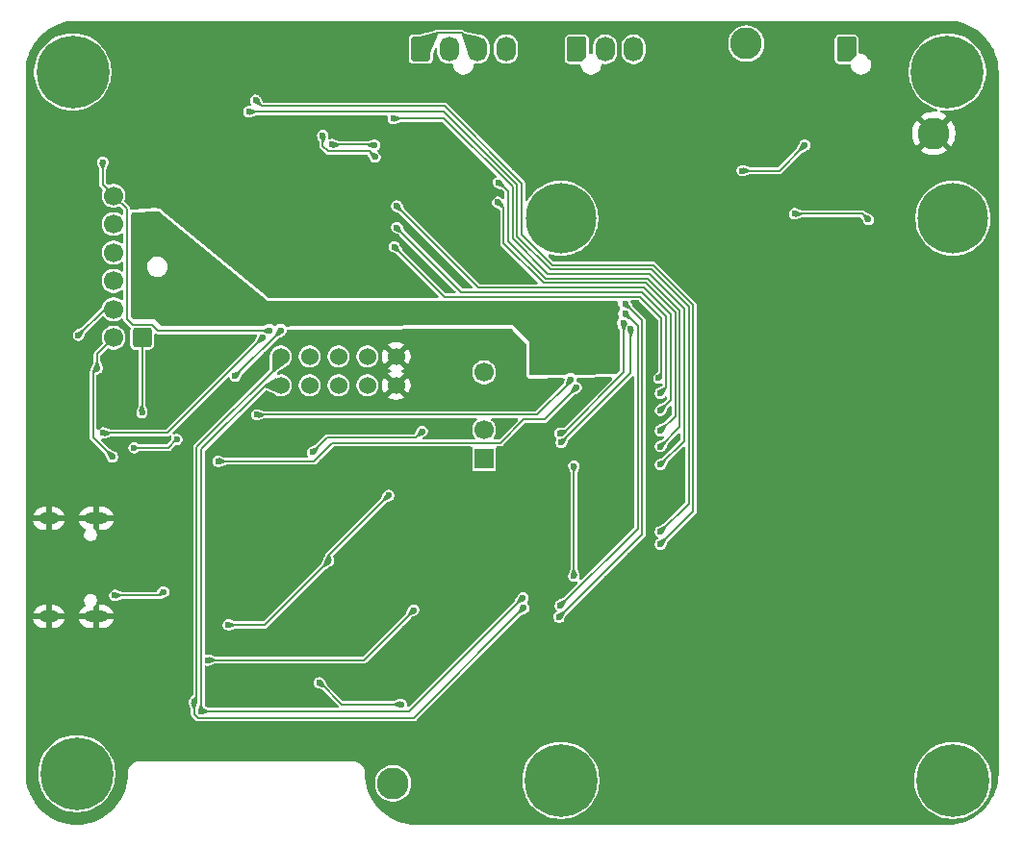
<source format=gbr>
%TF.GenerationSoftware,KiCad,Pcbnew,9.0.6*%
%TF.CreationDate,2026-01-07T00:00:13-06:00*%
%TF.ProjectId,VehicleControlUnit,56656869-636c-4654-936f-6e74726f6c55,rev?*%
%TF.SameCoordinates,Original*%
%TF.FileFunction,Copper,L2,Bot*%
%TF.FilePolarity,Positive*%
%FSLAX46Y46*%
G04 Gerber Fmt 4.6, Leading zero omitted, Abs format (unit mm)*
G04 Created by KiCad (PCBNEW 9.0.6) date 2026-01-07 00:00:13*
%MOMM*%
%LPD*%
G01*
G04 APERTURE LIST*
G04 Aperture macros list*
%AMRoundRect*
0 Rectangle with rounded corners*
0 $1 Rounding radius*
0 $2 $3 $4 $5 $6 $7 $8 $9 X,Y pos of 4 corners*
0 Add a 4 corners polygon primitive as box body*
4,1,4,$2,$3,$4,$5,$6,$7,$8,$9,$2,$3,0*
0 Add four circle primitives for the rounded corners*
1,1,$1+$1,$2,$3*
1,1,$1+$1,$4,$5*
1,1,$1+$1,$6,$7*
1,1,$1+$1,$8,$9*
0 Add four rect primitives between the rounded corners*
20,1,$1+$1,$2,$3,$4,$5,0*
20,1,$1+$1,$4,$5,$6,$7,0*
20,1,$1+$1,$6,$7,$8,$9,0*
20,1,$1+$1,$8,$9,$2,$3,0*%
%AMFreePoly0*
4,1,22,0.945671,0.830970,1.026777,0.776777,1.080970,0.695671,1.100000,0.600000,1.100000,-0.600000,1.080970,-0.695671,1.026777,-0.776777,0.945671,-0.830970,0.850000,-0.850000,-0.450000,-0.850000,-0.545671,-0.830970,-0.626777,-0.776777,-1.026777,-0.376777,-1.080970,-0.295671,-1.100000,-0.200000,-1.100000,0.600000,-1.080970,0.695671,-1.026777,0.776777,-0.945671,0.830970,-0.850000,0.850000,
0.850000,0.850000,0.945671,0.830970,0.945671,0.830970,$1*%
%AMFreePoly1*
4,1,22,0.945671,0.830970,1.026777,0.776777,1.080970,0.695671,1.100000,0.600000,1.100000,-0.600000,1.080970,-0.695671,1.026777,-0.776777,0.945671,-0.830970,0.850000,-0.850000,-0.596447,-0.850000,-0.692118,-0.830970,-0.773224,-0.776777,-1.026777,-0.523224,-1.080970,-0.442118,-1.100000,-0.346447,-1.100000,0.600000,-1.080970,0.695671,-1.026777,0.776777,-0.945671,0.830970,-0.850000,0.850000,
0.850000,0.850000,0.945671,0.830970,0.945671,0.830970,$1*%
G04 Aperture macros list end*
%TA.AperFunction,ComponentPad*%
%ADD10C,3.600000*%
%TD*%
%TA.AperFunction,ConnectorPad*%
%ADD11C,6.400000*%
%TD*%
%TA.AperFunction,ConnectorPad*%
%ADD12C,6.200000*%
%TD*%
%TA.AperFunction,ComponentPad*%
%ADD13C,2.800000*%
%TD*%
%TA.AperFunction,HeatsinkPad*%
%ADD14O,2.100000X1.000000*%
%TD*%
%TA.AperFunction,HeatsinkPad*%
%ADD15O,1.800000X1.000000*%
%TD*%
%TA.AperFunction,ComponentPad*%
%ADD16C,1.524000*%
%TD*%
%TA.AperFunction,ComponentPad*%
%ADD17RoundRect,0.250000X0.600000X0.600000X-0.600000X0.600000X-0.600000X-0.600000X0.600000X-0.600000X0*%
%TD*%
%TA.AperFunction,ComponentPad*%
%ADD18C,1.700000*%
%TD*%
%TA.AperFunction,ComponentPad*%
%ADD19RoundRect,0.250000X0.600000X-0.850000X0.600000X0.850000X-0.600000X0.850000X-0.600000X-0.850000X0*%
%TD*%
%TA.AperFunction,ComponentPad*%
%ADD20O,1.700000X2.200000*%
%TD*%
%TA.AperFunction,ComponentPad*%
%ADD21FreePoly0,90.000000*%
%TD*%
%TA.AperFunction,ComponentPad*%
%ADD22FreePoly1,90.000000*%
%TD*%
%TA.AperFunction,ComponentPad*%
%ADD23R,1.700000X1.700000*%
%TD*%
%TA.AperFunction,ViaPad*%
%ADD24C,0.600000*%
%TD*%
%TA.AperFunction,Conductor*%
%ADD25C,0.200000*%
%TD*%
G04 APERTURE END LIST*
D10*
%TO.P,U1,49,MNT*%
%TO.N,unconnected-(U1A-MNT-Pad49)_2*%
X156840000Y-137390000D03*
D11*
%TO.N,unconnected-(U1A-MNT-Pad49)_1*%
X156840000Y-137390000D03*
D10*
%TO.P,U1,50,MNT*%
%TO.N,unconnected-(U1A-MNT-Pad50)*%
X156840000Y-87890000D03*
D12*
%TO.N,unconnected-(U1A-MNT-Pad50)_1*%
X156840000Y-87890000D03*
D10*
%TO.P,U1,51,MNT*%
%TO.N,unconnected-(U1A-MNT-Pad51)_2*%
X191340000Y-87890000D03*
D12*
%TO.N,unconnected-(U1A-MNT-Pad51)*%
X191340000Y-87890000D03*
D10*
%TO.P,U1,52,MNT*%
%TO.N,unconnected-(U1A-MNT-Pad52)*%
X191340000Y-137390000D03*
D11*
%TO.N,unconnected-(U1A-MNT-Pad52)_1*%
X191340000Y-137390000D03*
%TD*%
D13*
%TO.P,24V_TP1,1,1*%
%TO.N,+24V*%
X173160000Y-72510000D03*
%TD*%
D14*
%TO.P,J6,S1,SHIELD*%
%TO.N,GND*%
X115970000Y-114325000D03*
%TO.P,J6,S2,Shield*%
X115970000Y-122965000D03*
D15*
%TO.P,J6,S3,Shield*%
X111790000Y-122965000D03*
%TO.P,J6,S4,Shield*%
X111790000Y-114325000D03*
%TD*%
D16*
%TO.P,J2,1,GND*%
%TO.N,GND*%
X142360000Y-102607000D03*
%TO.P,J2,2,GND*%
X142360000Y-100067000D03*
%TO.P,J2,3,CH7*%
%TO.N,unconnected-(J2-CH7-Pad3)*%
X139820000Y-102607000D03*
%TO.P,J2,4,CH6*%
%TO.N,unconnected-(J2-CH6-Pad4)*%
X139820000Y-100067000D03*
%TO.P,J2,5,CH5*%
%TO.N,unconnected-(J2-CH5-Pad5)*%
X137280000Y-102607000D03*
%TO.P,J2,6,CH4*%
%TO.N,unconnected-(J2-CH4-Pad6)*%
X137280000Y-100067000D03*
%TO.P,J2,7,CH3*%
%TO.N,unconnected-(J2-CH3-Pad7)*%
X134740000Y-102607000D03*
%TO.P,J2,8,CH2*%
%TO.N,unconnected-(J2-CH2-Pad8)*%
X134740000Y-100067000D03*
%TO.P,J2,9,CH1*%
%TO.N,/ESP_RX*%
X132200000Y-102607000D03*
%TO.P,J2,10,CH0*%
%TO.N,/ESP_TX*%
X132200000Y-100067000D03*
%TD*%
D13*
%TO.P,3V1,1,1*%
%TO.N,+3V3*%
X142085000Y-137650000D03*
%TD*%
D17*
%TO.P,J1,1,Pin_1*%
%TO.N,3V3_LSOM*%
X120000000Y-98400000D03*
D18*
%TO.P,J1,2,Pin_2*%
%TO.N,+24V*%
X120000000Y-95900000D03*
%TO.P,J1,3,Pin_3*%
X120000000Y-93400000D03*
%TO.P,J1,4,Pin_4*%
X120000000Y-90900000D03*
%TO.P,J1,5,Pin_5*%
X120000000Y-88400000D03*
%TO.P,J1,6,Pin_6*%
%TO.N,GND*%
X120000000Y-85900000D03*
%TO.P,J1,7,Pin_7*%
%TO.N,/B_Volt*%
X117500000Y-98400000D03*
%TO.P,J1,8,Pin_8*%
%TO.N,/MPre_Sense-*%
X117500000Y-95900000D03*
%TO.P,J1,9,Pin_9*%
%TO.N,/MPreCon-*%
X117500000Y-93400000D03*
%TO.P,J1,10,Pin_10*%
%TO.N,/MSense-*%
X117500000Y-90900000D03*
%TO.P,J1,11,Pin_11*%
%TO.N,/MCon-*%
X117500000Y-88400000D03*
%TO.P,J1,12,Pin_12*%
%TO.N,/M_Volt*%
X117500000Y-85900000D03*
%TD*%
D10*
%TO.P,H1,1,1*%
%TO.N,unconnected-(H1-Pad1)_1*%
X113900000Y-75000000D03*
D11*
%TO.N,unconnected-(H1-Pad1)*%
X113900000Y-75000000D03*
%TD*%
D19*
%TO.P,J4,1,Pin_1*%
%TO.N,/C_CAN_L*%
X144530000Y-72990000D03*
D20*
%TO.P,J4,2,Pin_2*%
%TO.N,/C_CAN_H*%
X147030000Y-72990000D03*
%TO.P,J4,3,Pin_3*%
%TO.N,/C_CAN_L*%
X149530000Y-72990000D03*
%TO.P,J4,4,Pin_4*%
%TO.N,/C_CAN_H*%
X152030000Y-72990000D03*
%TD*%
D21*
%TO.P,J7,1,+24V*%
%TO.N,/Power/LV+*%
X182000000Y-73000000D03*
D20*
%TO.P,J7,2,GND*%
%TO.N,GND*%
X184500000Y-73000000D03*
%TD*%
D22*
%TO.P,J5,1,Pin_1*%
%TO.N,unconnected-(J5-Pin_1-Pad1)*%
X158250000Y-73000000D03*
D20*
%TO.P,J5,2,Pin_2*%
%TO.N,/M_CAN_L*%
X160750000Y-73000000D03*
%TO.P,J5,3,Pin_3*%
%TO.N,/M_CAN_H*%
X163250000Y-73000000D03*
%TD*%
D23*
%TO.P,J3,1,Pin_1*%
%TO.N,3V3_LSOM*%
X150100000Y-109080000D03*
D18*
%TO.P,J3,2,Pin_2*%
%TO.N,/Batt_Voltage*%
X150100000Y-106540000D03*
%TO.P,J3,3,Pin_3*%
%TO.N,GND*%
X150100000Y-104000000D03*
%TO.P,J3,4,Pin_4*%
%TO.N,/Motor_Voltage*%
X150100000Y-101460000D03*
%TD*%
D10*
%TO.P,H3,1,1*%
%TO.N,unconnected-(H3-Pad1)*%
X114250000Y-136800000D03*
D11*
%TO.N,unconnected-(H3-Pad1)_2*%
X114250000Y-136800000D03*
%TD*%
D13*
%TO.P,LVGND_TP1,1,1*%
%TO.N,GND*%
X189650000Y-80400000D03*
%TD*%
D10*
%TO.P,H2,1,1*%
%TO.N,unconnected-(H2-Pad1)_2*%
X190850000Y-75000000D03*
D11*
%TO.N,unconnected-(H2-Pad1)_1*%
X190850000Y-75000000D03*
%TD*%
D24*
%TO.N,GND*%
X154000000Y-85600000D03*
X121850000Y-98400000D03*
X120600000Y-105850000D03*
X161700000Y-91400000D03*
X172700000Y-74500000D03*
X189300000Y-84100000D03*
X157900000Y-128600000D03*
X147900000Y-128800000D03*
X141200000Y-130100000D03*
X115300000Y-111700000D03*
X184100000Y-90200000D03*
X110300000Y-111700000D03*
X120700000Y-114300000D03*
X137200000Y-104600000D03*
X116900000Y-72100000D03*
X148400000Y-93700000D03*
X148800000Y-88500000D03*
X121800000Y-101600000D03*
X140000000Y-115300000D03*
X153000000Y-74700000D03*
X161700000Y-88400000D03*
X169700000Y-87650000D03*
X147100000Y-117400000D03*
X124000000Y-85200000D03*
X183800000Y-76000000D03*
X163000000Y-117600000D03*
X184900000Y-88200000D03*
X110100000Y-98500000D03*
X122000000Y-125600000D03*
X131500000Y-91400000D03*
X110900000Y-138900000D03*
X124150000Y-118300000D03*
X158100000Y-107400000D03*
X124200000Y-128400000D03*
X124200000Y-124400000D03*
X150221348Y-92034597D03*
X133450000Y-108650001D03*
X166100000Y-92250000D03*
X174300000Y-85800000D03*
X129000000Y-108650001D03*
X121200000Y-107500000D03*
X175500000Y-99700000D03*
X129515016Y-98423122D03*
X114000000Y-87600000D03*
X153700000Y-110700000D03*
X132400000Y-124300000D03*
X150400000Y-134900000D03*
X141500000Y-126200000D03*
X125800000Y-128400000D03*
X150200000Y-88500000D03*
X122800000Y-119975000D03*
X140600000Y-110300000D03*
X121900000Y-76300000D03*
X145500000Y-98100000D03*
X140600000Y-132900000D03*
X129900000Y-101000000D03*
X133300000Y-130700000D03*
X164100000Y-85800000D03*
X135600000Y-124300000D03*
X148200000Y-102100000D03*
X167650000Y-93800000D03*
X140300000Y-77400000D03*
X161500000Y-109700000D03*
X114200000Y-132900000D03*
X140200000Y-89500000D03*
X127000000Y-75100000D03*
X138300000Y-83100000D03*
X144400000Y-110300000D03*
X132500000Y-79200000D03*
X164600000Y-111500000D03*
X110900000Y-134500000D03*
X178400000Y-82500000D03*
X121100000Y-120000000D03*
X126800000Y-105100000D03*
X171600000Y-82000000D03*
X114200000Y-140700000D03*
X163000000Y-111500000D03*
X119000000Y-101450000D03*
X126450000Y-119100000D03*
X177500000Y-80000000D03*
X128300000Y-79600000D03*
X148600000Y-108700000D03*
X153700000Y-107500000D03*
X130924265Y-99924265D03*
X121900000Y-75100000D03*
X153500000Y-115600000D03*
X125800000Y-110600000D03*
X134800000Y-81500000D03*
X160950000Y-119650000D03*
X133500000Y-107400000D03*
X125250000Y-98450000D03*
X119700000Y-109300000D03*
X133900000Y-94600000D03*
X179800000Y-77900000D03*
X138300000Y-80800000D03*
X162400000Y-115500000D03*
X116900000Y-101000000D03*
X115100000Y-86850000D03*
X143844279Y-116537803D03*
X117400000Y-83700000D03*
X162500000Y-75800000D03*
X145700000Y-104600000D03*
X129100000Y-121800000D03*
X176600000Y-85000000D03*
X164100000Y-75800000D03*
X128000000Y-106400000D03*
X125800000Y-118520503D03*
X169700000Y-91600000D03*
X141400000Y-124000000D03*
X134100000Y-101300000D03*
X149600000Y-83000000D03*
X146200000Y-137800000D03*
X152200000Y-105800000D03*
X127200000Y-100800000D03*
X120100000Y-119200000D03*
X140700000Y-106600000D03*
X125800000Y-132600000D03*
X178500000Y-84800000D03*
X119900000Y-123800000D03*
X143750000Y-127600000D03*
X133500000Y-104600000D03*
X129200000Y-92800000D03*
X127000000Y-76700000D03*
X179900000Y-76000000D03*
X120200000Y-117300000D03*
X139200000Y-113500000D03*
X143150000Y-129950000D03*
X151100000Y-129900000D03*
X124000000Y-99550000D03*
X113000000Y-97900000D03*
X133300000Y-132600000D03*
X194300000Y-78100000D03*
X128500000Y-99600000D03*
X111600000Y-104100000D03*
X183800000Y-92300000D03*
X128100000Y-112200000D03*
X132900000Y-101300000D03*
X146300000Y-79700000D03*
X117500000Y-138900000D03*
X118000000Y-118300000D03*
X119400000Y-105850000D03*
X144400000Y-108700000D03*
X118000000Y-116700000D03*
X147769746Y-112612336D03*
X157900000Y-91400000D03*
X149391041Y-110991041D03*
X132400000Y-126200000D03*
X155400000Y-129900000D03*
X128150000Y-120850000D03*
X143150000Y-124000000D03*
X174900000Y-81700000D03*
X140600000Y-108700000D03*
X156700000Y-128600000D03*
X115500000Y-78900000D03*
X152000000Y-134900000D03*
X158700000Y-115400000D03*
X121100000Y-99800000D03*
X169100000Y-108600000D03*
X152400000Y-98000000D03*
X115500000Y-118000000D03*
X114790380Y-96890380D03*
X110900000Y-77800000D03*
X152100000Y-102600000D03*
X142600000Y-94500000D03*
X119100000Y-118300000D03*
X149700000Y-80200000D03*
X152500000Y-83000000D03*
X146200000Y-136500000D03*
X118200000Y-97200000D03*
X110800000Y-105200000D03*
X145500000Y-111900000D03*
X119700000Y-110500000D03*
X152900000Y-92200000D03*
X187700000Y-140100000D03*
X130200000Y-104300000D03*
X136000000Y-99500000D03*
X124000000Y-101800000D03*
X156800000Y-120800000D03*
X140200000Y-84500000D03*
X125800000Y-115800000D03*
X146600000Y-131200000D03*
X128300000Y-80900000D03*
X111000000Y-97900000D03*
X141400000Y-115200000D03*
X117500000Y-134500000D03*
X131900000Y-106400000D03*
X137150000Y-118750000D03*
X119000000Y-99800000D03*
X188500000Y-71400000D03*
X157350000Y-115400000D03*
X120000000Y-83700000D03*
X125800000Y-120866725D03*
X150100000Y-131500000D03*
X178200000Y-86600000D03*
X123700000Y-80300000D03*
X124200000Y-110600000D03*
X164100000Y-88400000D03*
X117200000Y-105000000D03*
X128750000Y-124300000D03*
X133100000Y-98000000D03*
X137200000Y-108300000D03*
X121000000Y-118200000D03*
X140150000Y-124000000D03*
X144400000Y-84700000D03*
X127500000Y-116100000D03*
X115500000Y-80200000D03*
X131700000Y-94600000D03*
X124150000Y-120000000D03*
X170300000Y-82000000D03*
X130083364Y-122800000D03*
X167500000Y-112600000D03*
X173400000Y-102100000D03*
X119300000Y-120200000D03*
X194500000Y-91300000D03*
X140095745Y-121087500D03*
X149150000Y-124750000D03*
X123100000Y-104100000D03*
X171600000Y-78000000D03*
X137800000Y-133700000D03*
X125900000Y-108600000D03*
X138700000Y-89500000D03*
X151650000Y-122250000D03*
X118500000Y-120000000D03*
X177400000Y-78200000D03*
X169100000Y-102100000D03*
X122350000Y-83650000D03*
X121900000Y-79900000D03*
X176000000Y-92500000D03*
X150650000Y-126050000D03*
X134700000Y-77400000D03*
X134300000Y-112400000D03*
X140300000Y-79900000D03*
X142900000Y-114500000D03*
X185700000Y-87200000D03*
X185700000Y-83700000D03*
X146300000Y-127600000D03*
X116800000Y-92100000D03*
X147100000Y-70900000D03*
X121200000Y-108700000D03*
X164600000Y-115500000D03*
X112800000Y-111200000D03*
X171200000Y-74000000D03*
X157350000Y-111250000D03*
X138400000Y-93100000D03*
X141784365Y-120567717D03*
X130422336Y-124300000D03*
X159800000Y-140300000D03*
X135900000Y-109400000D03*
X152000000Y-99600000D03*
X162450000Y-84200000D03*
X170300000Y-78000000D03*
X164200000Y-96100000D03*
X157600000Y-79300000D03*
X167500000Y-108600000D03*
X127300000Y-120000000D03*
X148300000Y-104600000D03*
X151800000Y-104400000D03*
X150600000Y-74700000D03*
X129000000Y-110500000D03*
X194000000Y-133900000D03*
X164100000Y-79600000D03*
X185300000Y-81800000D03*
X137200000Y-106600000D03*
X129000000Y-107400000D03*
X164900000Y-97900000D03*
X179900000Y-72000000D03*
X148772700Y-92030619D03*
X161700000Y-85800000D03*
X125100000Y-81500000D03*
X169100000Y-95600000D03*
X127700000Y-122800000D03*
X150700000Y-117400000D03*
X145500000Y-94600000D03*
X130400000Y-93800000D03*
X156700000Y-126100000D03*
X156300000Y-130800000D03*
X183800000Y-77600000D03*
X162500000Y-79600000D03*
X115400000Y-99400000D03*
X152850000Y-123800000D03*
X133309311Y-110550000D03*
X147100000Y-110300000D03*
X148300000Y-84700000D03*
X158650000Y-111250000D03*
X125100000Y-82800000D03*
X119400000Y-117500000D03*
X179600000Y-92500000D03*
X168700000Y-114400000D03*
X151600000Y-131200000D03*
X170300000Y-85200000D03*
X134100000Y-119400000D03*
X171600000Y-85200000D03*
X143900000Y-104600000D03*
X122100000Y-130100000D03*
X164100000Y-91400000D03*
X128800000Y-102400000D03*
X148300000Y-105800000D03*
X146300000Y-77400000D03*
X122800000Y-118300000D03*
X157900000Y-126100000D03*
X134700000Y-105800000D03*
X157900000Y-104600000D03*
X156700000Y-102300000D03*
X139970305Y-118959952D03*
X138700000Y-98000000D03*
X136300000Y-79100000D03*
X124200000Y-115800000D03*
X148900000Y-100800000D03*
X156300000Y-80500000D03*
X138400000Y-128100000D03*
X146900000Y-94100000D03*
X128100000Y-98400000D03*
X142200000Y-83300000D03*
X132400000Y-127400000D03*
X179900000Y-73800000D03*
X116200000Y-89700000D03*
X173000000Y-81700000D03*
X137700000Y-129900000D03*
X130500000Y-106400000D03*
X126700000Y-121800000D03*
X146800000Y-83300000D03*
X137250000Y-124250000D03*
%TO.N,+3V3*%
X136400000Y-118100000D03*
X141700000Y-112300000D03*
X127600000Y-123700000D03*
%TO.N,/ESP/BOOT*%
X125800000Y-126800000D03*
X143900000Y-122400000D03*
%TO.N,/ESP/VBUSB*%
X117600000Y-121100000D03*
X121900000Y-120800000D03*
%TO.N,/M_CAN_L*%
X162400000Y-97100000D03*
X156773987Y-106826013D03*
%TO.N,/C_CAN_H*%
X156686272Y-123018921D03*
X162500000Y-95400000D03*
%TO.N,/M_Enable*%
X165600000Y-115500000D03*
X129400000Y-78500000D03*
%TO.N,/ESP_RX*%
X153500000Y-121300000D03*
X125200000Y-131300000D03*
%TO.N,/MPre_Enable*%
X126700000Y-109300001D03*
X158200000Y-102800000D03*
%TO.N,/C_CAN_L*%
X156800000Y-122000000D03*
X162500000Y-96300000D03*
%TO.N,/ESP_TX*%
X153600000Y-122200000D03*
X124600000Y-130500000D03*
%TO.N,/M_CAN_H*%
X156873989Y-107626011D03*
X163000000Y-97665687D03*
%TO.N,/M_Sense*%
X165600000Y-116600000D03*
X130000000Y-77500000D03*
%TO.N,/MPre_Sense*%
X130100000Y-105200000D03*
X157700000Y-102100000D03*
X123053491Y-107367719D03*
X119300000Y-108100000D03*
%TO.N,3V3_LSOM*%
X157989999Y-109689999D03*
X120000000Y-105000000D03*
X157989999Y-119400000D03*
%TO.N,+24V*%
X157300000Y-98700000D03*
X127700000Y-96400000D03*
X155415870Y-99215870D03*
X157300000Y-101200000D03*
X159500000Y-98700000D03*
X157300000Y-99900000D03*
X126500000Y-92100000D03*
X128200000Y-93400000D03*
X124000000Y-93700000D03*
X161700000Y-98700000D03*
X161700000Y-99900000D03*
X124100000Y-90100000D03*
X161700000Y-101200000D03*
%TO.N,Net-(IC1-GATE)*%
X177400000Y-87490000D03*
X183900000Y-88000000D03*
%TO.N,/ESP_RESET*%
X135600000Y-128800000D03*
X142800000Y-130700000D03*
%TO.N,Net-(IC1-OV)*%
X178300000Y-81450000D03*
X172800000Y-83700000D03*
%TO.N,/MPre_Sense-*%
X114400000Y-98200000D03*
%TO.N,/B_Volt*%
X144648750Y-106648750D03*
X116049999Y-101100000D03*
X135000000Y-108500000D03*
X117400000Y-108900000D03*
%TO.N,/M_Volt*%
X116550001Y-82949999D03*
X131200000Y-97800000D03*
%TO.N,Net-(LV5-K)*%
X142400000Y-86800000D03*
X165606250Y-104806250D03*
%TO.N,Net-(LV6-K)*%
X142200000Y-90400000D03*
X165456037Y-101980240D03*
%TO.N,Net-(LV7-K)*%
X165600000Y-103300000D03*
X142400000Y-88700000D03*
%TO.N,Net-(LV13-K)*%
X130600000Y-98400000D03*
X116600000Y-106800000D03*
%TO.N,Net-(LV14-K)*%
X128200000Y-101800000D03*
X132200000Y-97800000D03*
%TO.N,Net-(LV15-K)*%
X140500000Y-82509482D03*
X135900000Y-80600000D03*
%TO.N,Net-(LV16-K)*%
X136700000Y-81400000D03*
X140450000Y-81450000D03*
%TO.N,Net-(LV20-K)*%
X151357537Y-84742463D03*
X165600000Y-108000000D03*
%TO.N,Net-(LV21-K)*%
X165600000Y-106600000D03*
X151300000Y-86475000D03*
%TO.N,Net-(LV23-K)*%
X142100000Y-79100000D03*
X165600000Y-109600000D03*
%TD*%
D25*
%TO.N,+3V3*%
X130800000Y-123700000D02*
X127600000Y-123700000D01*
X136400000Y-118100000D02*
X130800000Y-123700000D01*
X141700000Y-112300000D02*
X136400000Y-117600000D01*
X136400000Y-117600000D02*
X136400000Y-118100000D01*
%TO.N,/ESP/BOOT*%
X125800000Y-126800000D02*
X139500000Y-126800000D01*
X139500000Y-126800000D02*
X143900000Y-122400000D01*
%TO.N,/ESP/VBUSB*%
X121900000Y-120800000D02*
X121600000Y-121100000D01*
X121600000Y-121100000D02*
X117600000Y-121100000D01*
%TO.N,/M_CAN_L*%
X157048959Y-106826013D02*
X162400000Y-101474972D01*
X156773987Y-106826013D02*
X157048959Y-106826013D01*
X162400000Y-101474972D02*
X162400000Y-97100000D01*
%TO.N,/C_CAN_H*%
X156686272Y-123018921D02*
X164000000Y-115705193D01*
X164000000Y-96900000D02*
X162500000Y-95400000D01*
X164000000Y-115705193D02*
X164000000Y-96900000D01*
%TO.N,/M_Enable*%
X168100000Y-95705890D02*
X164794110Y-92400000D01*
X153000000Y-89500000D02*
X153000000Y-84965686D01*
X168100000Y-113000000D02*
X168100000Y-95705890D01*
X165600000Y-115500000D02*
X168100000Y-113000000D01*
X146534314Y-78500000D02*
X129400000Y-78500000D01*
X164794110Y-92400000D02*
X155900000Y-92400000D01*
X155900000Y-92400000D02*
X153000000Y-89500000D01*
X153000000Y-84965686D02*
X146534314Y-78500000D01*
%TO.N,/ESP_RX*%
X125200000Y-108250000D02*
X130843000Y-102607000D01*
X125200000Y-131300000D02*
X125200000Y-108250000D01*
X125200000Y-131300000D02*
X143500000Y-131300000D01*
X130843000Y-102607000D02*
X132800000Y-102607000D01*
X143500000Y-131300000D02*
X153500000Y-121300000D01*
%TO.N,/MPre_Enable*%
X155400000Y-105600000D02*
X153600000Y-105600000D01*
X151509000Y-107691000D02*
X136709000Y-107691000D01*
X136709000Y-107691000D02*
X135099999Y-109300001D01*
X158200000Y-102800000D02*
X155400000Y-105600000D01*
X153600000Y-105600000D02*
X151509000Y-107691000D01*
X135099999Y-109300001D02*
X126700000Y-109300001D01*
%TO.N,/C_CAN_L*%
X148129000Y-71589000D02*
X145931000Y-71589000D01*
X145931000Y-71589000D02*
X144530000Y-72990000D01*
X149530000Y-72990000D02*
X148129000Y-71589000D01*
X163600000Y-115200000D02*
X163600000Y-97400000D01*
X156800000Y-122000000D02*
X163600000Y-115200000D01*
X163600000Y-97400000D02*
X162500000Y-96300000D01*
%TO.N,/ESP_TX*%
X143899000Y-131901000D02*
X153600000Y-122200000D01*
X124800000Y-108067000D02*
X132800000Y-100067000D01*
X124600000Y-130500000D02*
X124600000Y-131549943D01*
X124600000Y-131549943D02*
X124951057Y-131901000D01*
X124951057Y-131901000D02*
X143899000Y-131901000D01*
X124800000Y-130300000D02*
X124800000Y-108067000D01*
X124600000Y-130500000D02*
X124800000Y-130300000D01*
%TO.N,/M_CAN_H*%
X163000000Y-97665687D02*
X163000000Y-101500000D01*
X163000000Y-101500000D02*
X156873989Y-107626011D01*
%TO.N,/M_Sense*%
X153400000Y-89300000D02*
X153400000Y-84800000D01*
X165600000Y-116600000D02*
X168500000Y-113700000D01*
X168500000Y-113700000D02*
X168500000Y-95540198D01*
X130500000Y-78000000D02*
X130000000Y-77500000D01*
X156100000Y-92000000D02*
X153400000Y-89300000D01*
X168500000Y-95540198D02*
X164959802Y-92000000D01*
X164959802Y-92000000D02*
X156100000Y-92000000D01*
X153400000Y-84800000D02*
X146600000Y-78000000D01*
X146600000Y-78000000D02*
X130500000Y-78000000D01*
%TO.N,/MPre_Sense*%
X157700000Y-102100000D02*
X157700000Y-102239944D01*
X119300000Y-108100000D02*
X122302504Y-108100000D01*
X122302504Y-108100000D02*
X123034785Y-107367719D01*
X157700000Y-102239944D02*
X154739944Y-105200000D01*
X154739944Y-105200000D02*
X130100000Y-105200000D01*
X119337284Y-108062716D02*
X119300000Y-108100000D01*
X123034785Y-107367719D02*
X123053491Y-107367719D01*
%TO.N,3V3_LSOM*%
X120000000Y-98400000D02*
X120000000Y-105000000D01*
X157989999Y-119400000D02*
X157989999Y-109689999D01*
%TO.N,Net-(IC1-GATE)*%
X183390000Y-87490000D02*
X177400000Y-87490000D01*
X183900000Y-88000000D02*
X183390000Y-87490000D01*
%TO.N,/ESP_RESET*%
X142800000Y-130700000D02*
X137600000Y-130700000D01*
X137600000Y-130700000D02*
X135700000Y-128800000D01*
X135700000Y-128800000D02*
X135600000Y-128800000D01*
%TO.N,Net-(IC1-OV)*%
X178300000Y-81450000D02*
X176050000Y-83700000D01*
X176050000Y-83700000D02*
X172800000Y-83700000D01*
%TO.N,/MPre_Sense-*%
X116700000Y-95900000D02*
X114400000Y-98200000D01*
X117500000Y-95900000D02*
X116700000Y-95900000D01*
%TO.N,/B_Volt*%
X117500000Y-98400000D02*
X116049999Y-99850001D01*
X116049999Y-101100000D02*
X115696261Y-101453738D01*
X115696261Y-101453738D02*
X115696261Y-107196261D01*
X144097500Y-107200000D02*
X144648750Y-106648750D01*
X135000000Y-108500000D02*
X136300000Y-107200000D01*
X115696261Y-107196261D02*
X117400000Y-108900000D01*
X116049999Y-99850001D02*
X116049999Y-101100000D01*
X136300000Y-107200000D02*
X144097500Y-107200000D01*
%TO.N,/M_Volt*%
X117500000Y-85900000D02*
X118651000Y-87051000D01*
X116550001Y-84950001D02*
X116550001Y-82949999D01*
X119164840Y-97249000D02*
X120849000Y-97249000D01*
X117500000Y-85900000D02*
X116550001Y-84950001D01*
X118651000Y-96751000D02*
X119156920Y-97256920D01*
X120849000Y-97249000D02*
X121400000Y-97800000D01*
X121400000Y-97800000D02*
X131200000Y-97800000D01*
X119156920Y-97256920D02*
X119164840Y-97249000D01*
X118651000Y-87051000D02*
X118651000Y-96751000D01*
%TO.N,Net-(LV5-K)*%
X164131372Y-94000000D02*
X149600000Y-94000000D01*
X149600000Y-94000000D02*
X142400000Y-86800000D01*
X166499000Y-96367628D02*
X164131372Y-94000000D01*
X166499000Y-103913500D02*
X166499000Y-96367628D01*
X165606250Y-104806250D02*
X166499000Y-103913500D01*
%TO.N,Net-(LV6-K)*%
X165699000Y-101737277D02*
X165456037Y-101980240D01*
X142200000Y-90400000D02*
X146600000Y-94800000D01*
X163800000Y-94800000D02*
X165699000Y-96699000D01*
X146600000Y-94800000D02*
X163800000Y-94800000D01*
X165699000Y-96699000D02*
X165699000Y-101737277D01*
%TO.N,Net-(LV7-K)*%
X163965686Y-94400000D02*
X148100000Y-94400000D01*
X166099000Y-102801000D02*
X166099000Y-96533314D01*
X165600000Y-103300000D02*
X166099000Y-102801000D01*
X166099000Y-96533314D02*
X163965686Y-94400000D01*
X148100000Y-94400000D02*
X142400000Y-88700000D01*
%TO.N,Net-(LV13-K)*%
X130600000Y-98400000D02*
X122200000Y-106800000D01*
X122200000Y-106800000D02*
X116600000Y-106800000D01*
%TO.N,Net-(LV14-K)*%
X128200000Y-101800000D02*
X132200000Y-97800000D01*
%TO.N,Net-(LV15-K)*%
X140500000Y-82509482D02*
X139990518Y-82000000D01*
X139990518Y-82000000D02*
X136400000Y-82000000D01*
X135900000Y-81500000D02*
X135900000Y-80600000D01*
X136400000Y-82000000D02*
X135900000Y-81500000D01*
%TO.N,Net-(LV16-K)*%
X140400000Y-81400000D02*
X136700000Y-81400000D01*
X140450000Y-81450000D02*
X140400000Y-81400000D01*
%TO.N,Net-(LV20-K)*%
X167300000Y-106300000D02*
X167300000Y-96037260D01*
X152200000Y-89900000D02*
X152200000Y-85475000D01*
X151467463Y-84742463D02*
X151357537Y-84742463D01*
X152200000Y-85475000D02*
X151467463Y-84742463D01*
X164462740Y-93200000D02*
X155500000Y-93200000D01*
X155500000Y-93200000D02*
X152200000Y-89900000D01*
X165600000Y-108000000D02*
X167300000Y-106300000D01*
X167300000Y-96037260D02*
X164462740Y-93200000D01*
%TO.N,Net-(LV21-K)*%
X155300000Y-93600000D02*
X151800000Y-90100000D01*
X151800000Y-90100000D02*
X151800000Y-86975000D01*
X166899000Y-105301000D02*
X166899000Y-96201946D01*
X164297054Y-93600000D02*
X155300000Y-93600000D01*
X151800000Y-86975000D02*
X151300000Y-86475000D01*
X165600000Y-106600000D02*
X166899000Y-105301000D01*
X166899000Y-96201946D02*
X164297054Y-93600000D01*
%TO.N,Net-(LV23-K)*%
X165600000Y-109600000D02*
X167700000Y-107500000D01*
X167700000Y-95871576D02*
X164628425Y-92800000D01*
X152600000Y-85131372D02*
X146568628Y-79100000D01*
X155700000Y-92800000D02*
X152600000Y-89700000D01*
X164628425Y-92800000D02*
X155700000Y-92800000D01*
X167700000Y-107500000D02*
X167700000Y-95871576D01*
X152600000Y-89700000D02*
X152600000Y-85131372D01*
X146568628Y-79100000D02*
X142100000Y-79100000D01*
%TD*%
%TA.AperFunction,Conductor*%
%TO.N,/ESP/VBUSB*%
G36*
X121660302Y-120639828D02*
G01*
X121660754Y-120640114D01*
X121896935Y-120797295D01*
X121901924Y-120804731D01*
X121901936Y-120804790D01*
X121956291Y-121082803D01*
X121954515Y-121091580D01*
X121947104Y-121096521D01*
X121444024Y-121197199D01*
X121435239Y-121195462D01*
X121430255Y-121188022D01*
X121430028Y-121185726D01*
X121430028Y-121003246D01*
X121431702Y-120997216D01*
X121547435Y-120804790D01*
X121644247Y-120643822D01*
X121651446Y-120638500D01*
X121660302Y-120639828D01*
G37*
%TD.AperFunction*%
%TD*%
%TA.AperFunction,Conductor*%
%TO.N,Net-(LV15-K)*%
G36*
X140157949Y-82022058D02*
G01*
X140468713Y-82167435D01*
X140654373Y-82254288D01*
X140660414Y-82260898D01*
X140660013Y-82269844D01*
X140659164Y-82271354D01*
X140502015Y-82508216D01*
X140498734Y-82511497D01*
X140261872Y-82668646D01*
X140253084Y-82670365D01*
X140245655Y-82665365D01*
X140244806Y-82663855D01*
X140171997Y-82508216D01*
X140012576Y-82167433D01*
X140012176Y-82158489D01*
X140014900Y-82154206D01*
X140144723Y-82024383D01*
X140152995Y-82020957D01*
X140157949Y-82022058D01*
G37*
%TD.AperFunction*%
%TD*%
%TA.AperFunction,Conductor*%
%TO.N,/MPre_Enable*%
G36*
X157960362Y-102639986D02*
G01*
X157961872Y-102640835D01*
X158198734Y-102797984D01*
X158202015Y-102801265D01*
X158359164Y-103038127D01*
X158360883Y-103046915D01*
X158355883Y-103054344D01*
X158354373Y-103055193D01*
X157857953Y-103287422D01*
X157849007Y-103287823D01*
X157844722Y-103285097D01*
X157714902Y-103155277D01*
X157711475Y-103147004D01*
X157712575Y-103142051D01*
X157944806Y-102645625D01*
X157951416Y-102639585D01*
X157960362Y-102639986D01*
G37*
%TD.AperFunction*%
%TD*%
%TA.AperFunction,Conductor*%
%TO.N,Net-(LV14-K)*%
G36*
X131960362Y-97639986D02*
G01*
X131961872Y-97640835D01*
X132198734Y-97797984D01*
X132202015Y-97801265D01*
X132359164Y-98038127D01*
X132360883Y-98046915D01*
X132355883Y-98054344D01*
X132354373Y-98055193D01*
X131857953Y-98287422D01*
X131849007Y-98287823D01*
X131844722Y-98285097D01*
X131714902Y-98155277D01*
X131711475Y-98147004D01*
X131712575Y-98142051D01*
X131944806Y-97645625D01*
X131951416Y-97639585D01*
X131960362Y-97639986D01*
G37*
%TD.AperFunction*%
%TD*%
%TA.AperFunction,Conductor*%
%TO.N,/ESP_RX*%
G36*
X153260362Y-121139986D02*
G01*
X153261872Y-121140835D01*
X153498734Y-121297984D01*
X153502015Y-121301265D01*
X153659164Y-121538127D01*
X153660883Y-121546915D01*
X153655883Y-121554344D01*
X153654373Y-121555193D01*
X153157953Y-121787422D01*
X153149007Y-121787823D01*
X153144722Y-121785097D01*
X153014902Y-121655277D01*
X153011475Y-121647004D01*
X153012575Y-121642051D01*
X153244806Y-121145625D01*
X153251416Y-121139585D01*
X153260362Y-121139986D01*
G37*
%TD.AperFunction*%
%TD*%
%TA.AperFunction,Conductor*%
%TO.N,/ESP/VBUSB*%
G36*
X117671282Y-120810389D02*
G01*
X118186525Y-120997204D01*
X118193134Y-121003244D01*
X118194236Y-121008202D01*
X118194236Y-121191797D01*
X118190809Y-121200070D01*
X118186524Y-121202796D01*
X117671290Y-121389608D01*
X117662344Y-121389207D01*
X117656303Y-121382597D01*
X117655837Y-121380939D01*
X117599469Y-121102318D01*
X117599469Y-121097680D01*
X117655835Y-120819067D01*
X117660834Y-120811641D01*
X117669622Y-120809922D01*
X117671282Y-120810389D01*
G37*
%TD.AperFunction*%
%TD*%
%TA.AperFunction,Conductor*%
%TO.N,+3V3*%
G36*
X136160362Y-117939986D02*
G01*
X136161872Y-117940835D01*
X136398734Y-118097984D01*
X136402015Y-118101265D01*
X136559164Y-118338127D01*
X136560883Y-118346915D01*
X136555883Y-118354344D01*
X136554373Y-118355193D01*
X136057953Y-118587422D01*
X136049007Y-118587823D01*
X136044722Y-118585097D01*
X135914902Y-118455277D01*
X135911475Y-118447004D01*
X135912575Y-118442051D01*
X136144806Y-117945625D01*
X136151416Y-117939585D01*
X136160362Y-117939986D01*
G37*
%TD.AperFunction*%
%TD*%
%TA.AperFunction,Conductor*%
%TO.N,Net-(LV7-K)*%
G36*
X142654344Y-88544116D02*
G01*
X142655193Y-88545626D01*
X142727080Y-88699293D01*
X142846791Y-88955193D01*
X142887422Y-89042046D01*
X142887823Y-89050992D01*
X142885097Y-89055277D01*
X142755277Y-89185097D01*
X142747004Y-89188524D01*
X142742047Y-89187422D01*
X142591428Y-89116961D01*
X142245626Y-88955193D01*
X142239585Y-88948583D01*
X142239986Y-88939637D01*
X142240835Y-88938127D01*
X142397985Y-88701263D01*
X142401263Y-88697985D01*
X142638127Y-88540834D01*
X142646915Y-88539116D01*
X142654344Y-88544116D01*
G37*
%TD.AperFunction*%
%TD*%
%TA.AperFunction,Conductor*%
%TO.N,/B_Volt*%
G36*
X116045208Y-101098063D02*
G01*
X116052670Y-101103014D01*
X116052703Y-101103064D01*
X116209161Y-101338158D01*
X116210892Y-101346944D01*
X116205903Y-101354380D01*
X116204411Y-101355222D01*
X115803528Y-101544286D01*
X115798632Y-101546595D01*
X115793641Y-101547713D01*
X115612214Y-101547713D01*
X115603941Y-101544286D01*
X115600514Y-101536013D01*
X115601055Y-101532497D01*
X115752621Y-101051444D01*
X115758374Y-101044585D01*
X115766023Y-101043479D01*
X116045208Y-101098063D01*
G37*
%TD.AperFunction*%
%TD*%
%TA.AperFunction,Conductor*%
%TO.N,/ESP_RX*%
G36*
X125300070Y-130709191D02*
G01*
X125302796Y-130713476D01*
X125489608Y-131228709D01*
X125489207Y-131237655D01*
X125482597Y-131243696D01*
X125480929Y-131244165D01*
X125202320Y-131300530D01*
X125197680Y-131300530D01*
X124919070Y-131244165D01*
X124911641Y-131239165D01*
X124909922Y-131230377D01*
X124910387Y-131228720D01*
X125097204Y-130713476D01*
X125103245Y-130706866D01*
X125108203Y-130705764D01*
X125291797Y-130705764D01*
X125300070Y-130709191D01*
G37*
%TD.AperFunction*%
%TD*%
%TA.AperFunction,Conductor*%
%TO.N,Net-(LV23-K)*%
G36*
X142171282Y-78810389D02*
G01*
X142686525Y-78997204D01*
X142693134Y-79003244D01*
X142694236Y-79008202D01*
X142694236Y-79191797D01*
X142690809Y-79200070D01*
X142686524Y-79202796D01*
X142171290Y-79389608D01*
X142162344Y-79389207D01*
X142156303Y-79382597D01*
X142155837Y-79380939D01*
X142099469Y-79102318D01*
X142099469Y-79097680D01*
X142155835Y-78819067D01*
X142160834Y-78811641D01*
X142169622Y-78809922D01*
X142171282Y-78810389D01*
G37*
%TD.AperFunction*%
%TD*%
%TA.AperFunction,Conductor*%
%TO.N,/B_Volt*%
G36*
X116150069Y-100509191D02*
G01*
X116152795Y-100513476D01*
X116339607Y-101028709D01*
X116339206Y-101037655D01*
X116332596Y-101043696D01*
X116330928Y-101044165D01*
X116052319Y-101100530D01*
X116047679Y-101100530D01*
X115769069Y-101044165D01*
X115761640Y-101039165D01*
X115759921Y-101030377D01*
X115760386Y-101028720D01*
X115947203Y-100513476D01*
X115953244Y-100506866D01*
X115958202Y-100505764D01*
X116141796Y-100505764D01*
X116150069Y-100509191D01*
G37*
%TD.AperFunction*%
%TD*%
%TA.AperFunction,Conductor*%
%TO.N,Net-(LV5-K)*%
G36*
X142654344Y-86644116D02*
G01*
X142655193Y-86645626D01*
X142727080Y-86799293D01*
X142846791Y-87055193D01*
X142887422Y-87142046D01*
X142887823Y-87150992D01*
X142885097Y-87155277D01*
X142755277Y-87285097D01*
X142747004Y-87288524D01*
X142742047Y-87287422D01*
X142591428Y-87216961D01*
X142245626Y-87055193D01*
X142239585Y-87048583D01*
X142239986Y-87039637D01*
X142240835Y-87038127D01*
X142397985Y-86801263D01*
X142401263Y-86797985D01*
X142638127Y-86640834D01*
X142646915Y-86639116D01*
X142654344Y-86644116D01*
G37*
%TD.AperFunction*%
%TD*%
%TA.AperFunction,Conductor*%
%TO.N,/ESP_TX*%
G36*
X131466508Y-99921083D02*
G01*
X132195936Y-100065349D01*
X132203387Y-100070316D01*
X132203403Y-100070339D01*
X132616988Y-100691040D01*
X132618723Y-100699825D01*
X132613937Y-100707130D01*
X131592573Y-101418289D01*
X131583825Y-101420204D01*
X131577614Y-101416960D01*
X131446577Y-101285923D01*
X131443150Y-101277650D01*
X131443150Y-101277568D01*
X131452543Y-99932479D01*
X131456028Y-99924231D01*
X131464325Y-99920862D01*
X131466508Y-99921083D01*
G37*
%TD.AperFunction*%
%TD*%
%TA.AperFunction,Conductor*%
%TO.N,+3V3*%
G36*
X127671282Y-123410389D02*
G01*
X128186525Y-123597204D01*
X128193134Y-123603244D01*
X128194236Y-123608202D01*
X128194236Y-123791797D01*
X128190809Y-123800070D01*
X128186524Y-123802796D01*
X127671290Y-123989608D01*
X127662344Y-123989207D01*
X127656303Y-123982597D01*
X127655837Y-123980939D01*
X127599469Y-123702318D01*
X127599469Y-123697680D01*
X127655835Y-123419067D01*
X127660834Y-123411641D01*
X127669622Y-123409922D01*
X127671282Y-123410389D01*
G37*
%TD.AperFunction*%
%TD*%
%TA.AperFunction,Conductor*%
%TO.N,/ESP_TX*%
G36*
X124880930Y-130555835D02*
G01*
X124888358Y-130560834D01*
X124890077Y-130569622D01*
X124889608Y-130571290D01*
X124702796Y-131086524D01*
X124696755Y-131093134D01*
X124691797Y-131094236D01*
X124508203Y-131094236D01*
X124499930Y-131090809D01*
X124497204Y-131086524D01*
X124449544Y-130955078D01*
X124310391Y-130571288D01*
X124310792Y-130562344D01*
X124317402Y-130556303D01*
X124319056Y-130555837D01*
X124597682Y-130499469D01*
X124602318Y-130499469D01*
X124880930Y-130555835D01*
G37*
%TD.AperFunction*%
%TD*%
%TA.AperFunction,Conductor*%
%TO.N,/M_Enable*%
G36*
X129471282Y-78210389D02*
G01*
X129986525Y-78397204D01*
X129993134Y-78403244D01*
X129994236Y-78408202D01*
X129994236Y-78591797D01*
X129990809Y-78600070D01*
X129986524Y-78602796D01*
X129471290Y-78789608D01*
X129462344Y-78789207D01*
X129456303Y-78782597D01*
X129455837Y-78780939D01*
X129399469Y-78502318D01*
X129399469Y-78497680D01*
X129455835Y-78219067D01*
X129460834Y-78211641D01*
X129469622Y-78209922D01*
X129471282Y-78210389D01*
G37*
%TD.AperFunction*%
%TD*%
%TA.AperFunction,Conductor*%
%TO.N,/M_CAN_H*%
G36*
X163280930Y-97721522D02*
G01*
X163288358Y-97726521D01*
X163290077Y-97735309D01*
X163289608Y-97736977D01*
X163102796Y-98252211D01*
X163096755Y-98258821D01*
X163091797Y-98259923D01*
X162908203Y-98259923D01*
X162899930Y-98256496D01*
X162897204Y-98252211D01*
X162849544Y-98120765D01*
X162710391Y-97736975D01*
X162710792Y-97728031D01*
X162717402Y-97721990D01*
X162719056Y-97721524D01*
X162997682Y-97665156D01*
X163002318Y-97665156D01*
X163280930Y-97721522D01*
G37*
%TD.AperFunction*%
%TD*%
%TA.AperFunction,Conductor*%
%TO.N,Net-(IC1-OV)*%
G36*
X178060362Y-81289986D02*
G01*
X178061872Y-81290835D01*
X178298734Y-81447984D01*
X178302015Y-81451265D01*
X178459164Y-81688127D01*
X178460883Y-81696915D01*
X178455883Y-81704344D01*
X178454373Y-81705193D01*
X177957953Y-81937422D01*
X177949007Y-81937823D01*
X177944722Y-81935097D01*
X177814902Y-81805277D01*
X177811475Y-81797004D01*
X177812575Y-81792051D01*
X178044806Y-81295625D01*
X178051416Y-81289585D01*
X178060362Y-81289986D01*
G37*
%TD.AperFunction*%
%TD*%
%TA.AperFunction,Conductor*%
%TO.N,/M_Volt*%
G36*
X116830931Y-83005834D02*
G01*
X116838359Y-83010833D01*
X116840078Y-83019621D01*
X116839609Y-83021289D01*
X116652797Y-83536523D01*
X116646756Y-83543133D01*
X116641798Y-83544235D01*
X116458204Y-83544235D01*
X116449931Y-83540808D01*
X116447205Y-83536523D01*
X116399545Y-83405077D01*
X116260392Y-83021287D01*
X116260793Y-83012343D01*
X116267403Y-83006302D01*
X116269057Y-83005836D01*
X116547683Y-82949468D01*
X116552319Y-82949468D01*
X116830931Y-83005834D01*
G37*
%TD.AperFunction*%
%TD*%
%TA.AperFunction,Conductor*%
%TO.N,/C_CAN_L*%
G36*
X162754344Y-96144116D02*
G01*
X162755193Y-96145626D01*
X162827080Y-96299293D01*
X162983474Y-96633608D01*
X162987422Y-96642046D01*
X162987823Y-96650992D01*
X162985097Y-96655277D01*
X162855277Y-96785097D01*
X162847004Y-96788524D01*
X162842047Y-96787422D01*
X162815594Y-96775047D01*
X162755948Y-96747144D01*
X162752633Y-96744819D01*
X162707315Y-96699501D01*
X162707310Y-96699497D01*
X162593188Y-96633608D01*
X162593184Y-96633606D01*
X162465894Y-96599500D01*
X162465892Y-96599500D01*
X162442939Y-96599500D01*
X162437981Y-96598398D01*
X162345626Y-96555193D01*
X162339585Y-96548583D01*
X162339986Y-96539637D01*
X162340835Y-96538127D01*
X162497985Y-96301263D01*
X162501263Y-96297985D01*
X162738127Y-96140834D01*
X162746915Y-96139116D01*
X162754344Y-96144116D01*
G37*
%TD.AperFunction*%
%TD*%
%TA.AperFunction,Conductor*%
%TO.N,/ESP/BOOT*%
G36*
X125871282Y-126510389D02*
G01*
X126386525Y-126697204D01*
X126393134Y-126703244D01*
X126394236Y-126708202D01*
X126394236Y-126891797D01*
X126390809Y-126900070D01*
X126386524Y-126902796D01*
X125871290Y-127089608D01*
X125862344Y-127089207D01*
X125856303Y-127082597D01*
X125855837Y-127080939D01*
X125799469Y-126802318D01*
X125799469Y-126797680D01*
X125855835Y-126519067D01*
X125860834Y-126511641D01*
X125869622Y-126509922D01*
X125871282Y-126510389D01*
G37*
%TD.AperFunction*%
%TD*%
%TA.AperFunction,Conductor*%
%TO.N,/MPre_Enable*%
G36*
X126771282Y-109010390D02*
G01*
X127286525Y-109197205D01*
X127293134Y-109203245D01*
X127294236Y-109208203D01*
X127294236Y-109391798D01*
X127290809Y-109400071D01*
X127286524Y-109402797D01*
X126771290Y-109589609D01*
X126762344Y-109589208D01*
X126756303Y-109582598D01*
X126755837Y-109580940D01*
X126699469Y-109302319D01*
X126699469Y-109297681D01*
X126755835Y-109019068D01*
X126760834Y-109011642D01*
X126769622Y-109009923D01*
X126771282Y-109010390D01*
G37*
%TD.AperFunction*%
%TD*%
%TA.AperFunction,Conductor*%
%TO.N,/ESP_RESET*%
G36*
X135855621Y-128643269D02*
G01*
X135855805Y-128643555D01*
X136132421Y-129088022D01*
X136133883Y-129096857D01*
X136130761Y-129102477D01*
X136000927Y-129232311D01*
X135992654Y-129235738D01*
X135989140Y-129235198D01*
X135551453Y-129097378D01*
X135544591Y-129091624D01*
X135543486Y-129083967D01*
X135598353Y-128804085D01*
X135603304Y-128796631D01*
X135839404Y-128639987D01*
X135848192Y-128638269D01*
X135855621Y-128643269D01*
G37*
%TD.AperFunction*%
%TD*%
%TA.AperFunction,Conductor*%
%TO.N,Net-(LV16-K)*%
G36*
X140388315Y-81160163D02*
G01*
X140393775Y-81167261D01*
X140393945Y-81167983D01*
X140450030Y-81445210D01*
X140448311Y-81453998D01*
X140448272Y-81454057D01*
X140288913Y-81691133D01*
X140281454Y-81696087D01*
X140274257Y-81695209D01*
X139862518Y-81503150D01*
X139856469Y-81496547D01*
X139855764Y-81492547D01*
X139855764Y-81308966D01*
X139859191Y-81300693D01*
X139864419Y-81297669D01*
X140379435Y-81159005D01*
X140388315Y-81160163D01*
G37*
%TD.AperFunction*%
%TD*%
%TA.AperFunction,Conductor*%
%TO.N,/C_CAN_L*%
G36*
X148294639Y-71608340D02*
G01*
X149638166Y-71904077D01*
X149645508Y-71909201D01*
X149647282Y-71916765D01*
X149531442Y-72983931D01*
X149527142Y-72991786D01*
X149524448Y-72993409D01*
X148702796Y-73348205D01*
X148693842Y-73348339D01*
X148687417Y-73342102D01*
X148687082Y-73341232D01*
X148149299Y-71755271D01*
X148149887Y-71746337D01*
X148152103Y-71743245D01*
X148283855Y-71611493D01*
X148292127Y-71608067D01*
X148294639Y-71608340D01*
G37*
%TD.AperFunction*%
%TD*%
%TA.AperFunction,Conductor*%
%TO.N,+3V3*%
G36*
X141460362Y-112139986D02*
G01*
X141461872Y-112140835D01*
X141698734Y-112297984D01*
X141702015Y-112301265D01*
X141859164Y-112538127D01*
X141860883Y-112546915D01*
X141855883Y-112554344D01*
X141854373Y-112555193D01*
X141357953Y-112787422D01*
X141349007Y-112787823D01*
X141344722Y-112785097D01*
X141214902Y-112655277D01*
X141211475Y-112647004D01*
X141212575Y-112642051D01*
X141444806Y-112145625D01*
X141451416Y-112139585D01*
X141460362Y-112139986D01*
G37*
%TD.AperFunction*%
%TD*%
%TA.AperFunction,Conductor*%
%TO.N,Net-(LV13-K)*%
G36*
X130360362Y-98239986D02*
G01*
X130361872Y-98240835D01*
X130598734Y-98397984D01*
X130602015Y-98401265D01*
X130759164Y-98638127D01*
X130760883Y-98646915D01*
X130755883Y-98654344D01*
X130754373Y-98655193D01*
X130257953Y-98887422D01*
X130249007Y-98887823D01*
X130244722Y-98885097D01*
X130114902Y-98755277D01*
X130111475Y-98747004D01*
X130112575Y-98742051D01*
X130344806Y-98245625D01*
X130351416Y-98239585D01*
X130360362Y-98239986D01*
G37*
%TD.AperFunction*%
%TD*%
%TA.AperFunction,Conductor*%
%TO.N,/M_CAN_H*%
G36*
X157229266Y-107140913D02*
G01*
X157359086Y-107270733D01*
X157362513Y-107279006D01*
X157361411Y-107283964D01*
X157129182Y-107780384D01*
X157122572Y-107786425D01*
X157113626Y-107786024D01*
X157112116Y-107785175D01*
X156875254Y-107628026D01*
X156871973Y-107624745D01*
X156714824Y-107387883D01*
X156713105Y-107379095D01*
X156718105Y-107371666D01*
X156719610Y-107370819D01*
X156811966Y-107327614D01*
X156816924Y-107326513D01*
X156839880Y-107326513D01*
X156839880Y-107326512D01*
X156903526Y-107309459D01*
X156967171Y-107292406D01*
X156967175Y-107292404D01*
X157005215Y-107270441D01*
X157081301Y-107226513D01*
X157126628Y-107181185D01*
X157129930Y-107178869D01*
X157216037Y-107138587D01*
X157224981Y-107138187D01*
X157229266Y-107140913D01*
G37*
%TD.AperFunction*%
%TD*%
%TA.AperFunction,Conductor*%
%TO.N,/C_CAN_L*%
G36*
X145996005Y-71494030D02*
G01*
X146001395Y-71501181D01*
X146001768Y-71504112D01*
X146001768Y-71686887D01*
X146001028Y-71690981D01*
X145384288Y-73342146D01*
X145378183Y-73348697D01*
X145369234Y-73349012D01*
X145368731Y-73348811D01*
X144535576Y-72992810D01*
X144529315Y-72986408D01*
X144528501Y-72982867D01*
X144452772Y-71899703D01*
X144455614Y-71891213D01*
X144461511Y-71887563D01*
X145987139Y-71492785D01*
X145996005Y-71494030D01*
G37*
%TD.AperFunction*%
%TD*%
%TA.AperFunction,Conductor*%
%TO.N,Net-(LV20-K)*%
G36*
X165955277Y-107514902D02*
G01*
X166085097Y-107644722D01*
X166088524Y-107652995D01*
X166087422Y-107657953D01*
X165855193Y-108154373D01*
X165848583Y-108160414D01*
X165839637Y-108160013D01*
X165838127Y-108159164D01*
X165601265Y-108002015D01*
X165597984Y-107998734D01*
X165440835Y-107761872D01*
X165439116Y-107753084D01*
X165444116Y-107745655D01*
X165445621Y-107744808D01*
X165942048Y-107512576D01*
X165950992Y-107512176D01*
X165955277Y-107514902D01*
G37*
%TD.AperFunction*%
%TD*%
%TA.AperFunction,Conductor*%
%TO.N,/MPre_Sense*%
G36*
X157695912Y-102098353D02*
G01*
X157703369Y-102103305D01*
X157703409Y-102103365D01*
X157860318Y-102339866D01*
X157862037Y-102348654D01*
X157857212Y-102355965D01*
X157440359Y-102643494D01*
X157431603Y-102645371D01*
X157425443Y-102642136D01*
X157295580Y-102512273D01*
X157292153Y-102504000D01*
X157292492Y-102501205D01*
X157403096Y-102052299D01*
X157408402Y-102045087D01*
X157416706Y-102043618D01*
X157695912Y-102098353D01*
G37*
%TD.AperFunction*%
%TD*%
%TA.AperFunction,Conductor*%
%TO.N,Net-(LV7-K)*%
G36*
X165955277Y-102814902D02*
G01*
X166085097Y-102944722D01*
X166088524Y-102952995D01*
X166087422Y-102957953D01*
X165855193Y-103454373D01*
X165848583Y-103460414D01*
X165839637Y-103460013D01*
X165838127Y-103459164D01*
X165601265Y-103302015D01*
X165597984Y-103298734D01*
X165440835Y-103061872D01*
X165439116Y-103053084D01*
X165444116Y-103045655D01*
X165445621Y-103044808D01*
X165942048Y-102812576D01*
X165950992Y-102812176D01*
X165955277Y-102814902D01*
G37*
%TD.AperFunction*%
%TD*%
%TA.AperFunction,Conductor*%
%TO.N,/M_CAN_L*%
G36*
X162680930Y-97155835D02*
G01*
X162688358Y-97160834D01*
X162690077Y-97169622D01*
X162689608Y-97171290D01*
X162635333Y-97320979D01*
X162632607Y-97325264D01*
X162599501Y-97358371D01*
X162599497Y-97358376D01*
X162533608Y-97472498D01*
X162533606Y-97472502D01*
X162499500Y-97599792D01*
X162499500Y-97682536D01*
X162496073Y-97690809D01*
X162487800Y-97694236D01*
X162308203Y-97694236D01*
X162299930Y-97690809D01*
X162297204Y-97686524D01*
X162219603Y-97472498D01*
X162110391Y-97171288D01*
X162110792Y-97162344D01*
X162117402Y-97156303D01*
X162119056Y-97155837D01*
X162397682Y-97099469D01*
X162402318Y-97099469D01*
X162680930Y-97155835D01*
G37*
%TD.AperFunction*%
%TD*%
%TA.AperFunction,Conductor*%
%TO.N,Net-(LV14-K)*%
G36*
X128555277Y-101314902D02*
G01*
X128685097Y-101444722D01*
X128688524Y-101452995D01*
X128687422Y-101457953D01*
X128455193Y-101954373D01*
X128448583Y-101960414D01*
X128439637Y-101960013D01*
X128438127Y-101959164D01*
X128201265Y-101802015D01*
X128197984Y-101798734D01*
X128040835Y-101561872D01*
X128039116Y-101553084D01*
X128044116Y-101545655D01*
X128045621Y-101544808D01*
X128542048Y-101312576D01*
X128550992Y-101312176D01*
X128555277Y-101314902D01*
G37*
%TD.AperFunction*%
%TD*%
%TA.AperFunction,Conductor*%
%TO.N,+3V3*%
G36*
X136404337Y-117471829D02*
G01*
X136407201Y-117473931D01*
X136535490Y-117602220D01*
X136538230Y-117606543D01*
X136689661Y-118028719D01*
X136689229Y-118037663D01*
X136682598Y-118043682D01*
X136680952Y-118044140D01*
X136404079Y-118099745D01*
X136395293Y-118098014D01*
X136395243Y-118097981D01*
X136247456Y-117998533D01*
X136159236Y-117939168D01*
X136154286Y-117931707D01*
X136155393Y-117924054D01*
X136388554Y-117476793D01*
X136395416Y-117471043D01*
X136404337Y-117471829D01*
G37*
%TD.AperFunction*%
%TD*%
%TA.AperFunction,Conductor*%
%TO.N,Net-(IC1-GATE)*%
G36*
X177471282Y-87200389D02*
G01*
X177986525Y-87387204D01*
X177993134Y-87393244D01*
X177994236Y-87398202D01*
X177994236Y-87581797D01*
X177990809Y-87590070D01*
X177986524Y-87592796D01*
X177471290Y-87779608D01*
X177462344Y-87779207D01*
X177456303Y-87772597D01*
X177455837Y-87770939D01*
X177399469Y-87492318D01*
X177399469Y-87487680D01*
X177455835Y-87209067D01*
X177460834Y-87201641D01*
X177469622Y-87199922D01*
X177471282Y-87200389D01*
G37*
%TD.AperFunction*%
%TD*%
%TA.AperFunction,Conductor*%
%TO.N,Net-(LV13-K)*%
G36*
X116671282Y-106510389D02*
G01*
X117186525Y-106697204D01*
X117193134Y-106703244D01*
X117194236Y-106708202D01*
X117194236Y-106891797D01*
X117190809Y-106900070D01*
X117186524Y-106902796D01*
X116671290Y-107089608D01*
X116662344Y-107089207D01*
X116656303Y-107082597D01*
X116655837Y-107080939D01*
X116599469Y-106802318D01*
X116599469Y-106797680D01*
X116655835Y-106519067D01*
X116660834Y-106511641D01*
X116669622Y-106509922D01*
X116671282Y-106510389D01*
G37*
%TD.AperFunction*%
%TD*%
%TA.AperFunction,Conductor*%
%TO.N,/ESP_TX*%
G36*
X124896073Y-129987315D02*
G01*
X124899500Y-129995588D01*
X124899500Y-130033735D01*
X124899499Y-130033852D01*
X124894377Y-130544462D01*
X124890868Y-130552701D01*
X124882561Y-130556044D01*
X124880433Y-130555828D01*
X124602318Y-130501453D01*
X124598036Y-130499680D01*
X124362357Y-130341259D01*
X124357403Y-130333800D01*
X124359174Y-130325022D01*
X124360606Y-130323281D01*
X124696573Y-129987315D01*
X124704846Y-129983888D01*
X124887800Y-129983888D01*
X124896073Y-129987315D01*
G37*
%TD.AperFunction*%
%TD*%
%TA.AperFunction,Conductor*%
%TO.N,3V3_LSOM*%
G36*
X120100070Y-104409191D02*
G01*
X120102796Y-104413476D01*
X120289608Y-104928709D01*
X120289207Y-104937655D01*
X120282597Y-104943696D01*
X120280929Y-104944165D01*
X120002320Y-105000530D01*
X119997680Y-105000530D01*
X119719070Y-104944165D01*
X119711641Y-104939165D01*
X119709922Y-104930377D01*
X119710387Y-104928720D01*
X119897204Y-104413476D01*
X119903245Y-104406866D01*
X119908203Y-104405764D01*
X120091797Y-104405764D01*
X120100070Y-104409191D01*
G37*
%TD.AperFunction*%
%TD*%
%TA.AperFunction,Conductor*%
%TO.N,GND*%
G36*
X153042206Y-105520185D02*
G01*
X153087961Y-105572989D01*
X153097905Y-105642147D01*
X153068880Y-105705703D01*
X153062848Y-105712181D01*
X151420848Y-107354181D01*
X151359525Y-107387666D01*
X151333167Y-107390500D01*
X151027128Y-107390500D01*
X150960089Y-107370815D01*
X150914334Y-107318011D01*
X150904390Y-107248853D01*
X150924026Y-107197610D01*
X151030940Y-107037600D01*
X151030940Y-107037599D01*
X151030941Y-107037598D01*
X151110130Y-106846420D01*
X151150500Y-106643465D01*
X151150500Y-106436535D01*
X151110130Y-106233580D01*
X151030941Y-106042402D01*
X150915977Y-105870345D01*
X150915975Y-105870342D01*
X150769655Y-105724022D01*
X150765183Y-105720352D01*
X150725849Y-105662606D01*
X150723980Y-105592762D01*
X150760168Y-105532994D01*
X150822924Y-105502278D01*
X150843849Y-105500500D01*
X152975167Y-105500500D01*
X153042206Y-105520185D01*
G37*
%TD.AperFunction*%
%TA.AperFunction,Conductor*%
G36*
X190852702Y-70500617D02*
G01*
X191236771Y-70517386D01*
X191247506Y-70518326D01*
X191625971Y-70568152D01*
X191636597Y-70570025D01*
X192009284Y-70652648D01*
X192019710Y-70655442D01*
X192383765Y-70770227D01*
X192393911Y-70773920D01*
X192746578Y-70920000D01*
X192756369Y-70924566D01*
X192803134Y-70948910D01*
X193094942Y-71100816D01*
X193104310Y-71106224D01*
X193426244Y-71311318D01*
X193435105Y-71317523D01*
X193737930Y-71549889D01*
X193746217Y-71556843D01*
X194027635Y-71814715D01*
X194035284Y-71822364D01*
X194293156Y-72103782D01*
X194300110Y-72112069D01*
X194532476Y-72414894D01*
X194538681Y-72423755D01*
X194743775Y-72745689D01*
X194749183Y-72755057D01*
X194925430Y-73093623D01*
X194930002Y-73103427D01*
X195076075Y-73456078D01*
X195079775Y-73466244D01*
X195194554Y-73830278D01*
X195197354Y-73840727D01*
X195279971Y-74213389D01*
X195281849Y-74224042D01*
X195331671Y-74602473D01*
X195332614Y-74613249D01*
X195349382Y-74997297D01*
X195349500Y-75002706D01*
X195349500Y-136797293D01*
X195349382Y-136802702D01*
X195332614Y-137186750D01*
X195331671Y-137197526D01*
X195281849Y-137575957D01*
X195279971Y-137586610D01*
X195197354Y-137959272D01*
X195194554Y-137969721D01*
X195079775Y-138333755D01*
X195076075Y-138343921D01*
X194930002Y-138696572D01*
X194925430Y-138706376D01*
X194749183Y-139044942D01*
X194743775Y-139054310D01*
X194538681Y-139376244D01*
X194532476Y-139385105D01*
X194300110Y-139687930D01*
X194293156Y-139696217D01*
X194035284Y-139977635D01*
X194027635Y-139985284D01*
X193746217Y-140243156D01*
X193737930Y-140250110D01*
X193435105Y-140482476D01*
X193426244Y-140488681D01*
X193104310Y-140693775D01*
X193094942Y-140699183D01*
X192756376Y-140875430D01*
X192746572Y-140880002D01*
X192393921Y-141026075D01*
X192383755Y-141029775D01*
X192019721Y-141144554D01*
X192009272Y-141147354D01*
X191636610Y-141229971D01*
X191625957Y-141231849D01*
X191247526Y-141281671D01*
X191236750Y-141282614D01*
X190919564Y-141296462D01*
X190855429Y-141299263D01*
X190852703Y-141299382D01*
X190847294Y-141299500D01*
X144102706Y-141299500D01*
X144097297Y-141299382D01*
X144094571Y-141299263D01*
X143969281Y-141293792D01*
X143713249Y-141282614D01*
X143702473Y-141281671D01*
X143324042Y-141231849D01*
X143313389Y-141229971D01*
X142940727Y-141147354D01*
X142930278Y-141144554D01*
X142566244Y-141029775D01*
X142556078Y-141026075D01*
X142203427Y-140880002D01*
X142193623Y-140875430D01*
X141855057Y-140699183D01*
X141845689Y-140693775D01*
X141523755Y-140488681D01*
X141514894Y-140482476D01*
X141212069Y-140250110D01*
X141203782Y-140243156D01*
X140922364Y-139985284D01*
X140914715Y-139977635D01*
X140656843Y-139696217D01*
X140649889Y-139687930D01*
X140417523Y-139385105D01*
X140411318Y-139376244D01*
X140377170Y-139322643D01*
X140206223Y-139054309D01*
X140200816Y-139044942D01*
X140110160Y-138870794D01*
X140024566Y-138706369D01*
X140019997Y-138696572D01*
X139959418Y-138550321D01*
X139873920Y-138343911D01*
X139870224Y-138333755D01*
X139755442Y-137969710D01*
X139752648Y-137959284D01*
X139670025Y-137586597D01*
X139668152Y-137575974D01*
X139661315Y-137524038D01*
X140484500Y-137524038D01*
X140484500Y-137775961D01*
X140523910Y-138024785D01*
X140601760Y-138264383D01*
X140716132Y-138488848D01*
X140864201Y-138692649D01*
X140864205Y-138692654D01*
X141042345Y-138870794D01*
X141042350Y-138870798D01*
X141220117Y-138999952D01*
X141246155Y-139018870D01*
X141389184Y-139091747D01*
X141470616Y-139133239D01*
X141470618Y-139133239D01*
X141470621Y-139133241D01*
X141710215Y-139211090D01*
X141959038Y-139250500D01*
X141959039Y-139250500D01*
X142210961Y-139250500D01*
X142210962Y-139250500D01*
X142459785Y-139211090D01*
X142699379Y-139133241D01*
X142923845Y-139018870D01*
X143127656Y-138870793D01*
X143305793Y-138692656D01*
X143453870Y-138488845D01*
X143568241Y-138264379D01*
X143646090Y-138024785D01*
X143685500Y-137775962D01*
X143685500Y-137524038D01*
X143646090Y-137275215D01*
X143646089Y-137275211D01*
X143646089Y-137275210D01*
X143640568Y-137258218D01*
X143629108Y-137222947D01*
X153439500Y-137222947D01*
X153439500Y-137557052D01*
X153472247Y-137889548D01*
X153472250Y-137889565D01*
X153537425Y-138217230D01*
X153537428Y-138217241D01*
X153634418Y-138536977D01*
X153698900Y-138692649D01*
X153755015Y-138828123D01*
X153762278Y-138845656D01*
X153762280Y-138845661D01*
X153919769Y-139140303D01*
X153919780Y-139140321D01*
X154105393Y-139418109D01*
X154105403Y-139418123D01*
X154317361Y-139676395D01*
X154553604Y-139912638D01*
X154553609Y-139912642D01*
X154553610Y-139912643D01*
X154811882Y-140124601D01*
X155089685Y-140310224D01*
X155089694Y-140310229D01*
X155089696Y-140310230D01*
X155384338Y-140467719D01*
X155384340Y-140467719D01*
X155384346Y-140467723D01*
X155693024Y-140595582D01*
X156012749Y-140692569D01*
X156012755Y-140692570D01*
X156012758Y-140692571D01*
X156012769Y-140692574D01*
X156218243Y-140733444D01*
X156340441Y-140757751D01*
X156672944Y-140790500D01*
X156672947Y-140790500D01*
X157007053Y-140790500D01*
X157007056Y-140790500D01*
X157339559Y-140757751D01*
X157501757Y-140725487D01*
X157667230Y-140692574D01*
X157667241Y-140692571D01*
X157667241Y-140692570D01*
X157667251Y-140692569D01*
X157986976Y-140595582D01*
X158295654Y-140467723D01*
X158590315Y-140310224D01*
X158868118Y-140124601D01*
X159126390Y-139912643D01*
X159362643Y-139676390D01*
X159574601Y-139418118D01*
X159760224Y-139140315D01*
X159917723Y-138845654D01*
X160045582Y-138536976D01*
X160142569Y-138217251D01*
X160142571Y-138217241D01*
X160142574Y-138217230D01*
X160180853Y-138024785D01*
X160207751Y-137889559D01*
X160240500Y-137557056D01*
X160240500Y-137222947D01*
X187939500Y-137222947D01*
X187939500Y-137557052D01*
X187972247Y-137889548D01*
X187972250Y-137889565D01*
X188037425Y-138217230D01*
X188037428Y-138217241D01*
X188134418Y-138536977D01*
X188198900Y-138692649D01*
X188255015Y-138828123D01*
X188262278Y-138845656D01*
X188262280Y-138845661D01*
X188419769Y-139140303D01*
X188419780Y-139140321D01*
X188605393Y-139418109D01*
X188605403Y-139418123D01*
X188817361Y-139676395D01*
X189053604Y-139912638D01*
X189053609Y-139912642D01*
X189053610Y-139912643D01*
X189311882Y-140124601D01*
X189589685Y-140310224D01*
X189589694Y-140310229D01*
X189589696Y-140310230D01*
X189884338Y-140467719D01*
X189884340Y-140467719D01*
X189884346Y-140467723D01*
X190193024Y-140595582D01*
X190512749Y-140692569D01*
X190512755Y-140692570D01*
X190512758Y-140692571D01*
X190512769Y-140692574D01*
X190718243Y-140733444D01*
X190840441Y-140757751D01*
X191172944Y-140790500D01*
X191172947Y-140790500D01*
X191507053Y-140790500D01*
X191507056Y-140790500D01*
X191839559Y-140757751D01*
X192001757Y-140725487D01*
X192167230Y-140692574D01*
X192167241Y-140692571D01*
X192167241Y-140692570D01*
X192167251Y-140692569D01*
X192486976Y-140595582D01*
X192795654Y-140467723D01*
X193090315Y-140310224D01*
X193368118Y-140124601D01*
X193626390Y-139912643D01*
X193862643Y-139676390D01*
X194074601Y-139418118D01*
X194260224Y-139140315D01*
X194417723Y-138845654D01*
X194545582Y-138536976D01*
X194642569Y-138217251D01*
X194642571Y-138217241D01*
X194642574Y-138217230D01*
X194680853Y-138024785D01*
X194707751Y-137889559D01*
X194740500Y-137557056D01*
X194740500Y-137222944D01*
X194707751Y-136890441D01*
X194679865Y-136750250D01*
X194642574Y-136562769D01*
X194642571Y-136562758D01*
X194642570Y-136562755D01*
X194642569Y-136562749D01*
X194545582Y-136243024D01*
X194417723Y-135934346D01*
X194396734Y-135895079D01*
X194260230Y-135639696D01*
X194260229Y-135639694D01*
X194260224Y-135639685D01*
X194074601Y-135361882D01*
X193862643Y-135103610D01*
X193862642Y-135103609D01*
X193862638Y-135103604D01*
X193626395Y-134867361D01*
X193368123Y-134655403D01*
X193368122Y-134655402D01*
X193368118Y-134655399D01*
X193090315Y-134469776D01*
X193090310Y-134469773D01*
X193090303Y-134469769D01*
X192795661Y-134312280D01*
X192795656Y-134312278D01*
X192486977Y-134184418D01*
X192167241Y-134087428D01*
X192167230Y-134087425D01*
X191839565Y-134022250D01*
X191839548Y-134022247D01*
X191588108Y-133997483D01*
X191507056Y-133989500D01*
X191172944Y-133989500D01*
X191097982Y-133996883D01*
X190840451Y-134022247D01*
X190840434Y-134022250D01*
X190512769Y-134087425D01*
X190512758Y-134087428D01*
X190193022Y-134184418D01*
X189884343Y-134312278D01*
X189884338Y-134312280D01*
X189589696Y-134469769D01*
X189589678Y-134469780D01*
X189311890Y-134655393D01*
X189311876Y-134655403D01*
X189053604Y-134867361D01*
X188817361Y-135103604D01*
X188605403Y-135361876D01*
X188605393Y-135361890D01*
X188419780Y-135639678D01*
X188419769Y-135639696D01*
X188262280Y-135934338D01*
X188262278Y-135934343D01*
X188134418Y-136243022D01*
X188037428Y-136562758D01*
X188037425Y-136562769D01*
X187972250Y-136890434D01*
X187972247Y-136890451D01*
X187946883Y-137147982D01*
X187942004Y-137197526D01*
X187939500Y-137222947D01*
X160240500Y-137222947D01*
X160240500Y-137222944D01*
X160207751Y-136890441D01*
X160179865Y-136750250D01*
X160142574Y-136562769D01*
X160142571Y-136562758D01*
X160142570Y-136562755D01*
X160142569Y-136562749D01*
X160045582Y-136243024D01*
X159917723Y-135934346D01*
X159896734Y-135895079D01*
X159760230Y-135639696D01*
X159760229Y-135639694D01*
X159760224Y-135639685D01*
X159574601Y-135361882D01*
X159362643Y-135103610D01*
X159362642Y-135103609D01*
X159362638Y-135103604D01*
X159126395Y-134867361D01*
X158868123Y-134655403D01*
X158868122Y-134655402D01*
X158868118Y-134655399D01*
X158590315Y-134469776D01*
X158590310Y-134469773D01*
X158590303Y-134469769D01*
X158295661Y-134312280D01*
X158295656Y-134312278D01*
X157986977Y-134184418D01*
X157667241Y-134087428D01*
X157667230Y-134087425D01*
X157339565Y-134022250D01*
X157339548Y-134022247D01*
X157088108Y-133997483D01*
X157007056Y-133989500D01*
X156672944Y-133989500D01*
X156597982Y-133996883D01*
X156340451Y-134022247D01*
X156340434Y-134022250D01*
X156012769Y-134087425D01*
X156012758Y-134087428D01*
X155693022Y-134184418D01*
X155384343Y-134312278D01*
X155384338Y-134312280D01*
X155089696Y-134469769D01*
X155089678Y-134469780D01*
X154811890Y-134655393D01*
X154811876Y-134655403D01*
X154553604Y-134867361D01*
X154317361Y-135103604D01*
X154105403Y-135361876D01*
X154105393Y-135361890D01*
X153919780Y-135639678D01*
X153919769Y-135639696D01*
X153762280Y-135934338D01*
X153762278Y-135934343D01*
X153634418Y-136243022D01*
X153537428Y-136562758D01*
X153537425Y-136562769D01*
X153472250Y-136890434D01*
X153472247Y-136890451D01*
X153446883Y-137147982D01*
X153442004Y-137197526D01*
X153439500Y-137222947D01*
X143629108Y-137222947D01*
X143568239Y-137035616D01*
X143494268Y-136890441D01*
X143453870Y-136811155D01*
X143397892Y-136734108D01*
X143305798Y-136607350D01*
X143305794Y-136607345D01*
X143127654Y-136429205D01*
X143127649Y-136429201D01*
X142923848Y-136281132D01*
X142923847Y-136281131D01*
X142923845Y-136281130D01*
X142849054Y-136243022D01*
X142699383Y-136166760D01*
X142459785Y-136088910D01*
X142210962Y-136049500D01*
X141959038Y-136049500D01*
X141834626Y-136069205D01*
X141710214Y-136088910D01*
X141470616Y-136166760D01*
X141246151Y-136281132D01*
X141042350Y-136429201D01*
X141042345Y-136429205D01*
X140864205Y-136607345D01*
X140864201Y-136607350D01*
X140716132Y-136811151D01*
X140601760Y-137035616D01*
X140523910Y-137275214D01*
X140484500Y-137524038D01*
X139661315Y-137524038D01*
X139618326Y-137197506D01*
X139617386Y-137186771D01*
X139600618Y-136802702D01*
X139600500Y-136797293D01*
X139600500Y-136703721D01*
X139600499Y-136703716D01*
X139588020Y-136632944D01*
X139567062Y-136514082D01*
X139501202Y-136333132D01*
X139404921Y-136166368D01*
X139339926Y-136088910D01*
X139281144Y-136018855D01*
X139133633Y-135895080D01*
X139133632Y-135895079D01*
X139078044Y-135862985D01*
X138966872Y-135798800D01*
X138966869Y-135798799D01*
X138966868Y-135798798D01*
X138944019Y-135790482D01*
X138785917Y-135732937D01*
X138596283Y-135699500D01*
X138596281Y-135699500D01*
X138565892Y-135699500D01*
X119915892Y-135699500D01*
X119850000Y-135699500D01*
X119753719Y-135699500D01*
X119753716Y-135699500D01*
X119564082Y-135732937D01*
X119383134Y-135798797D01*
X119383127Y-135798800D01*
X119216369Y-135895078D01*
X119216366Y-135895080D01*
X119068855Y-136018855D01*
X118945080Y-136166366D01*
X118945078Y-136166369D01*
X118848800Y-136333127D01*
X118848797Y-136333134D01*
X118782937Y-136514082D01*
X118749500Y-136703716D01*
X118749500Y-136797293D01*
X118749382Y-136802702D01*
X118732614Y-137186750D01*
X118731671Y-137197526D01*
X118681849Y-137575957D01*
X118679971Y-137586610D01*
X118597354Y-137959272D01*
X118594554Y-137969721D01*
X118479775Y-138333755D01*
X118476075Y-138343921D01*
X118330002Y-138696572D01*
X118325430Y-138706376D01*
X118149183Y-139044942D01*
X118143775Y-139054310D01*
X117938681Y-139376244D01*
X117932476Y-139385105D01*
X117700110Y-139687930D01*
X117693156Y-139696217D01*
X117435284Y-139977635D01*
X117427635Y-139985284D01*
X117146217Y-140243156D01*
X117137930Y-140250110D01*
X116835105Y-140482476D01*
X116826244Y-140488681D01*
X116504310Y-140693775D01*
X116494942Y-140699183D01*
X116156376Y-140875430D01*
X116146572Y-140880002D01*
X115793921Y-141026075D01*
X115783755Y-141029775D01*
X115419721Y-141144554D01*
X115409272Y-141147354D01*
X115036610Y-141229971D01*
X115025957Y-141231849D01*
X114647526Y-141281671D01*
X114636750Y-141282614D01*
X114255409Y-141299263D01*
X114244591Y-141299263D01*
X113863249Y-141282614D01*
X113852473Y-141281671D01*
X113474042Y-141231849D01*
X113463389Y-141229971D01*
X113090727Y-141147354D01*
X113080278Y-141144554D01*
X112716244Y-141029775D01*
X112706078Y-141026075D01*
X112353427Y-140880002D01*
X112343623Y-140875430D01*
X112005057Y-140699183D01*
X111995689Y-140693775D01*
X111673755Y-140488681D01*
X111664894Y-140482476D01*
X111362069Y-140250110D01*
X111353782Y-140243156D01*
X111072364Y-139985284D01*
X111064715Y-139977635D01*
X110806843Y-139696217D01*
X110799889Y-139687930D01*
X110567523Y-139385105D01*
X110561318Y-139376244D01*
X110527170Y-139322643D01*
X110356223Y-139054309D01*
X110350816Y-139044942D01*
X110260160Y-138870794D01*
X110174566Y-138706369D01*
X110169997Y-138696572D01*
X110109418Y-138550321D01*
X110023920Y-138343911D01*
X110020224Y-138333755D01*
X109905442Y-137969710D01*
X109902648Y-137959284D01*
X109820025Y-137586597D01*
X109818152Y-137575971D01*
X109768326Y-137197506D01*
X109767386Y-137186771D01*
X109750618Y-136802702D01*
X109750500Y-136797293D01*
X109750500Y-136632944D01*
X110849500Y-136632944D01*
X110849500Y-136967056D01*
X110856253Y-137035616D01*
X110882247Y-137299548D01*
X110882250Y-137299565D01*
X110947425Y-137627230D01*
X110947428Y-137627241D01*
X111044418Y-137946977D01*
X111172278Y-138255656D01*
X111172280Y-138255661D01*
X111329769Y-138550303D01*
X111329780Y-138550321D01*
X111515393Y-138828109D01*
X111515403Y-138828123D01*
X111727361Y-139086395D01*
X111963604Y-139322638D01*
X111963609Y-139322642D01*
X111963610Y-139322643D01*
X112221882Y-139534601D01*
X112499685Y-139720224D01*
X112499694Y-139720229D01*
X112499696Y-139720230D01*
X112794338Y-139877719D01*
X112794340Y-139877719D01*
X112794346Y-139877723D01*
X113103024Y-140005582D01*
X113422749Y-140102569D01*
X113422755Y-140102570D01*
X113422758Y-140102571D01*
X113422769Y-140102574D01*
X113628243Y-140143444D01*
X113750441Y-140167751D01*
X114082944Y-140200500D01*
X114082947Y-140200500D01*
X114417053Y-140200500D01*
X114417056Y-140200500D01*
X114749559Y-140167751D01*
X114911757Y-140135487D01*
X115077230Y-140102574D01*
X115077241Y-140102571D01*
X115077241Y-140102570D01*
X115077251Y-140102569D01*
X115396976Y-140005582D01*
X115705654Y-139877723D01*
X116000315Y-139720224D01*
X116278118Y-139534601D01*
X116536390Y-139322643D01*
X116772643Y-139086390D01*
X116984601Y-138828118D01*
X117170224Y-138550315D01*
X117327723Y-138255654D01*
X117455582Y-137946976D01*
X117552569Y-137627251D01*
X117552571Y-137627241D01*
X117552574Y-137627230D01*
X117585487Y-137461757D01*
X117617751Y-137299559D01*
X117650500Y-136967056D01*
X117650500Y-136632944D01*
X117617751Y-136300441D01*
X117567836Y-136049500D01*
X117552574Y-135972769D01*
X117552571Y-135972758D01*
X117552570Y-135972755D01*
X117552569Y-135972749D01*
X117455582Y-135653024D01*
X117327723Y-135344346D01*
X117199047Y-135103610D01*
X117170230Y-135049696D01*
X117170229Y-135049694D01*
X117170224Y-135049685D01*
X116984601Y-134771882D01*
X116772643Y-134513610D01*
X116772642Y-134513609D01*
X116772638Y-134513604D01*
X116536395Y-134277361D01*
X116278123Y-134065403D01*
X116278122Y-134065402D01*
X116278118Y-134065399D01*
X116000315Y-133879776D01*
X116000310Y-133879773D01*
X116000303Y-133879769D01*
X115705661Y-133722280D01*
X115705656Y-133722278D01*
X115396977Y-133594418D01*
X115077241Y-133497428D01*
X115077230Y-133497425D01*
X114749565Y-133432250D01*
X114749548Y-133432247D01*
X114498108Y-133407483D01*
X114417056Y-133399500D01*
X114082944Y-133399500D01*
X114007982Y-133406883D01*
X113750451Y-133432247D01*
X113750434Y-133432250D01*
X113422769Y-133497425D01*
X113422758Y-133497428D01*
X113103022Y-133594418D01*
X112794343Y-133722278D01*
X112794338Y-133722280D01*
X112499696Y-133879769D01*
X112499678Y-133879780D01*
X112221890Y-134065393D01*
X112221876Y-134065403D01*
X111963604Y-134277361D01*
X111727361Y-134513604D01*
X111515403Y-134771876D01*
X111515393Y-134771890D01*
X111329780Y-135049678D01*
X111329769Y-135049696D01*
X111172280Y-135344338D01*
X111172278Y-135344343D01*
X111044418Y-135653022D01*
X110947428Y-135972758D01*
X110947425Y-135972769D01*
X110882250Y-136300434D01*
X110882247Y-136300451D01*
X110861207Y-136514082D01*
X110849500Y-136632944D01*
X109750500Y-136632944D01*
X109750500Y-130434108D01*
X124099500Y-130434108D01*
X124099500Y-130565894D01*
X124109609Y-130603624D01*
X124113863Y-130619498D01*
X124117198Y-130641336D01*
X124126836Y-130667920D01*
X124128217Y-130673073D01*
X124128222Y-130673087D01*
X124133609Y-130693189D01*
X124133609Y-130693190D01*
X124134574Y-130694861D01*
X124143754Y-130714581D01*
X124165305Y-130774019D01*
X124292074Y-131123650D01*
X124299500Y-131165915D01*
X124299500Y-131589505D01*
X124313152Y-131640456D01*
X124319979Y-131665933D01*
X124339935Y-131700496D01*
X124339936Y-131700500D01*
X124339937Y-131700500D01*
X124359540Y-131734454D01*
X124766546Y-132141460D01*
X124825886Y-132175720D01*
X124835065Y-132181020D01*
X124835069Y-132181022D01*
X124911495Y-132201500D01*
X124911497Y-132201500D01*
X143938560Y-132201500D01*
X143938562Y-132201500D01*
X144014989Y-132181021D01*
X144083511Y-132141460D01*
X144139460Y-132085511D01*
X153341614Y-122883355D01*
X153376745Y-122858723D01*
X153780768Y-122669719D01*
X153793186Y-122666392D01*
X153815841Y-122653312D01*
X153841450Y-122641332D01*
X153855088Y-122634321D01*
X153856598Y-122633472D01*
X153859699Y-122631693D01*
X153859702Y-122631689D01*
X153865517Y-122627385D01*
X153865532Y-122627405D01*
X153882359Y-122614907D01*
X153907314Y-122600500D01*
X154000500Y-122507314D01*
X154066392Y-122393186D01*
X154100500Y-122265892D01*
X154100500Y-122134108D01*
X154066392Y-122006814D01*
X154000500Y-121892686D01*
X153907314Y-121799500D01*
X153907312Y-121799499D01*
X153906890Y-121799175D01*
X153906622Y-121798808D01*
X153901567Y-121793753D01*
X153902355Y-121792964D01*
X153865687Y-121742748D01*
X153861532Y-121673002D01*
X153894697Y-121613116D01*
X153900500Y-121607314D01*
X153966392Y-121493186D01*
X154000500Y-121365892D01*
X154000500Y-121234108D01*
X153966392Y-121106814D01*
X153900500Y-120992686D01*
X153807314Y-120899500D01*
X153749100Y-120865890D01*
X153693187Y-120833608D01*
X153629539Y-120816554D01*
X153565892Y-120799500D01*
X153434108Y-120799500D01*
X153306812Y-120833608D01*
X153192686Y-120899500D01*
X153099500Y-120992685D01*
X153075162Y-121034838D01*
X153071739Y-121040767D01*
X153058667Y-121058548D01*
X153046681Y-121084166D01*
X153044008Y-121088797D01*
X153033609Y-121106809D01*
X153033608Y-121106812D01*
X153033111Y-121108669D01*
X153025655Y-121129114D01*
X152841274Y-121523252D01*
X152816637Y-121558390D01*
X143512006Y-130863022D01*
X143450683Y-130896507D01*
X143380991Y-130891523D01*
X143325058Y-130849651D01*
X143300641Y-130784187D01*
X143300947Y-130774019D01*
X143300500Y-130774019D01*
X143300500Y-130634110D01*
X143300500Y-130634108D01*
X143266392Y-130506814D01*
X143200500Y-130392686D01*
X143107314Y-130299500D01*
X143050250Y-130266554D01*
X142993187Y-130233608D01*
X142919496Y-130213863D01*
X142865892Y-130199500D01*
X142734108Y-130199500D01*
X142734104Y-130199500D01*
X142687115Y-130212091D01*
X142687114Y-130212091D01*
X142680497Y-130213863D01*
X142658664Y-130217198D01*
X142632075Y-130226837D01*
X142626933Y-130228215D01*
X142626919Y-130228220D01*
X142606813Y-130233608D01*
X142606803Y-130233612D01*
X142605133Y-130234577D01*
X142585417Y-130243754D01*
X142176349Y-130392074D01*
X142134082Y-130399500D01*
X137775833Y-130399500D01*
X137708794Y-130379815D01*
X137688152Y-130363181D01*
X136321053Y-128996082D01*
X136303457Y-128973920D01*
X136236225Y-128865892D01*
X136030276Y-128534972D01*
X136028628Y-128532368D01*
X136028444Y-128532082D01*
X136026748Y-128530351D01*
X136007942Y-128505577D01*
X136000500Y-128492686D01*
X136000497Y-128492683D01*
X135907314Y-128399500D01*
X135850250Y-128366554D01*
X135793187Y-128333608D01*
X135729539Y-128316554D01*
X135665892Y-128299500D01*
X135534108Y-128299500D01*
X135406812Y-128333608D01*
X135292686Y-128399500D01*
X135292683Y-128399502D01*
X135199502Y-128492683D01*
X135199500Y-128492686D01*
X135133608Y-128606812D01*
X135099500Y-128734108D01*
X135099500Y-128865891D01*
X135133608Y-128993187D01*
X135166554Y-129050250D01*
X135199500Y-129107314D01*
X135292686Y-129200500D01*
X135406814Y-129266392D01*
X135406815Y-129266392D01*
X135406815Y-129266393D01*
X135458250Y-129280174D01*
X135485761Y-129291213D01*
X135489732Y-129293390D01*
X135867540Y-129412354D01*
X135917977Y-129442948D01*
X137262848Y-130787819D01*
X137296333Y-130849142D01*
X137291349Y-130918834D01*
X137249477Y-130974767D01*
X137184013Y-130999184D01*
X137175167Y-130999500D01*
X125865916Y-130999500D01*
X125860971Y-130998631D01*
X125858203Y-130999260D01*
X125823650Y-130992074D01*
X125751980Y-130966088D01*
X125646472Y-130927833D01*
X125590158Y-130886475D01*
X125572166Y-130853526D01*
X125507926Y-130676350D01*
X125500500Y-130634083D01*
X125500500Y-127399504D01*
X125520185Y-127332465D01*
X125572989Y-127286710D01*
X125642147Y-127276766D01*
X125656571Y-127279724D01*
X125734108Y-127300500D01*
X125734111Y-127300500D01*
X125865890Y-127300500D01*
X125865892Y-127300500D01*
X125919504Y-127286134D01*
X125941337Y-127282801D01*
X125967927Y-127273160D01*
X125993186Y-127266392D01*
X125994849Y-127265431D01*
X126014580Y-127256243D01*
X126423649Y-127107926D01*
X126465916Y-127100500D01*
X139539560Y-127100500D01*
X139539562Y-127100500D01*
X139615989Y-127080021D01*
X139684511Y-127040460D01*
X139740460Y-126984511D01*
X143641614Y-123083355D01*
X143676745Y-123058723D01*
X144080768Y-122869719D01*
X144093186Y-122866392D01*
X144115841Y-122853312D01*
X144141450Y-122841332D01*
X144155088Y-122834321D01*
X144156598Y-122833472D01*
X144159699Y-122831693D01*
X144159702Y-122831689D01*
X144165517Y-122827385D01*
X144165532Y-122827405D01*
X144182359Y-122814907D01*
X144207314Y-122800500D01*
X144300500Y-122707314D01*
X144366392Y-122593186D01*
X144400500Y-122465892D01*
X144400500Y-122334108D01*
X144366392Y-122206814D01*
X144300500Y-122092686D01*
X144207314Y-121999500D01*
X144147558Y-121965000D01*
X144093187Y-121933608D01*
X144029539Y-121916554D01*
X143965892Y-121899500D01*
X143834108Y-121899500D01*
X143706812Y-121933608D01*
X143592686Y-121999500D01*
X143499500Y-122092685D01*
X143475162Y-122134838D01*
X143471739Y-122140767D01*
X143458667Y-122158548D01*
X143446681Y-122184166D01*
X143444008Y-122188797D01*
X143433609Y-122206809D01*
X143433608Y-122206812D01*
X143433111Y-122208669D01*
X143425655Y-122229114D01*
X143241274Y-122623252D01*
X143216637Y-122658390D01*
X139411848Y-126463181D01*
X139350525Y-126496666D01*
X139324167Y-126499500D01*
X126465916Y-126499500D01*
X126423649Y-126492074D01*
X126014585Y-126343757D01*
X126004314Y-126340033D01*
X125993186Y-126333608D01*
X125967928Y-126326840D01*
X125962803Y-126324982D01*
X125941322Y-126317193D01*
X125926950Y-126312572D01*
X125925249Y-126312094D01*
X125921578Y-126311098D01*
X125914410Y-126310029D01*
X125914413Y-126310005D01*
X125893678Y-126306945D01*
X125865893Y-126299500D01*
X125865892Y-126299500D01*
X125734108Y-126299500D01*
X125668077Y-126317193D01*
X125656593Y-126320270D01*
X125586743Y-126318607D01*
X125528881Y-126279444D01*
X125501377Y-126215216D01*
X125500500Y-126200495D01*
X125500500Y-123634108D01*
X127099500Y-123634108D01*
X127099500Y-123765891D01*
X127133608Y-123893187D01*
X127160902Y-123940460D01*
X127199500Y-124007314D01*
X127292686Y-124100500D01*
X127406814Y-124166392D01*
X127534108Y-124200500D01*
X127534110Y-124200500D01*
X127665890Y-124200500D01*
X127665892Y-124200500D01*
X127719504Y-124186134D01*
X127741337Y-124182801D01*
X127767927Y-124173160D01*
X127793186Y-124166392D01*
X127794849Y-124165431D01*
X127814580Y-124156243D01*
X128223649Y-124007926D01*
X128265916Y-124000500D01*
X130839560Y-124000500D01*
X130839562Y-124000500D01*
X130915989Y-123980021D01*
X130984511Y-123940460D01*
X131040460Y-123884511D01*
X136141614Y-118783355D01*
X136176745Y-118758723D01*
X136580768Y-118569719D01*
X136593186Y-118566392D01*
X136615841Y-118553312D01*
X136641450Y-118541332D01*
X136655088Y-118534321D01*
X136656598Y-118533472D01*
X136659699Y-118531693D01*
X136659702Y-118531689D01*
X136665517Y-118527385D01*
X136665532Y-118527405D01*
X136682359Y-118514907D01*
X136707314Y-118500500D01*
X136800500Y-118407314D01*
X136866392Y-118293186D01*
X136900500Y-118165892D01*
X136900500Y-118034108D01*
X136886395Y-117981467D01*
X136883094Y-117959336D01*
X136872702Y-117930365D01*
X136866392Y-117906814D01*
X136866319Y-117906688D01*
X136856986Y-117886552D01*
X136855713Y-117883004D01*
X136799419Y-117726059D01*
X136795314Y-117656310D01*
X136828455Y-117596514D01*
X141441614Y-112983355D01*
X141476745Y-112958723D01*
X141880768Y-112769719D01*
X141893186Y-112766392D01*
X141915841Y-112753312D01*
X141941450Y-112741332D01*
X141955088Y-112734321D01*
X141956598Y-112733472D01*
X141959699Y-112731693D01*
X141959702Y-112731689D01*
X141965517Y-112727385D01*
X141965532Y-112727405D01*
X141982359Y-112714907D01*
X142007314Y-112700500D01*
X142100500Y-112607314D01*
X142166392Y-112493186D01*
X142200500Y-112365892D01*
X142200500Y-112234108D01*
X142166392Y-112106814D01*
X142100500Y-111992686D01*
X142007314Y-111899500D01*
X141950250Y-111866554D01*
X141893187Y-111833608D01*
X141829539Y-111816554D01*
X141765892Y-111799500D01*
X141634108Y-111799500D01*
X141506812Y-111833608D01*
X141392686Y-111899500D01*
X141299500Y-111992685D01*
X141275162Y-112034838D01*
X141271739Y-112040767D01*
X141258667Y-112058548D01*
X141246681Y-112084166D01*
X141244008Y-112088797D01*
X141233609Y-112106809D01*
X141233608Y-112106812D01*
X141233111Y-112108669D01*
X141225655Y-112129114D01*
X141041274Y-112523252D01*
X141016637Y-112558390D01*
X136215489Y-117359540D01*
X136159541Y-117415487D01*
X136159535Y-117415495D01*
X136119982Y-117484004D01*
X136119979Y-117484009D01*
X136099499Y-117560440D01*
X136098439Y-117568497D01*
X136096581Y-117568252D01*
X136085456Y-117613661D01*
X135973169Y-117829055D01*
X135971150Y-117833881D01*
X135971040Y-117833835D01*
X135966256Y-117845429D01*
X135961645Y-117854496D01*
X135958667Y-117858548D01*
X135948081Y-117881173D01*
X135947151Y-117883004D01*
X135946878Y-117883292D01*
X135944007Y-117888800D01*
X135933609Y-117906811D01*
X135933608Y-117906812D01*
X135933111Y-117908669D01*
X135925655Y-117929114D01*
X135741274Y-118323252D01*
X135716637Y-118358390D01*
X130711848Y-123363181D01*
X130650525Y-123396666D01*
X130624167Y-123399500D01*
X128265916Y-123399500D01*
X128223649Y-123392074D01*
X127814585Y-123243757D01*
X127804314Y-123240033D01*
X127793186Y-123233608D01*
X127767928Y-123226840D01*
X127762803Y-123224982D01*
X127741322Y-123217193D01*
X127726950Y-123212572D01*
X127725249Y-123212094D01*
X127721578Y-123211098D01*
X127714410Y-123210029D01*
X127714413Y-123210005D01*
X127693678Y-123206945D01*
X127665893Y-123199500D01*
X127665892Y-123199500D01*
X127534108Y-123199500D01*
X127406812Y-123233608D01*
X127292686Y-123299500D01*
X127292683Y-123299502D01*
X127199502Y-123392683D01*
X127199500Y-123392686D01*
X127133608Y-123506812D01*
X127099500Y-123634108D01*
X125500500Y-123634108D01*
X125500500Y-108425832D01*
X125520185Y-108358793D01*
X125536814Y-108338156D01*
X130782965Y-103092004D01*
X130844286Y-103058521D01*
X130913978Y-103063505D01*
X130923285Y-103067415D01*
X131680307Y-103422372D01*
X131680315Y-103422374D01*
X131684087Y-103423791D01*
X131709391Y-103436774D01*
X131744085Y-103459956D01*
X131919249Y-103532512D01*
X132053546Y-103559225D01*
X132105197Y-103569499D01*
X132105201Y-103569500D01*
X132105202Y-103569500D01*
X132294799Y-103569500D01*
X132294800Y-103569499D01*
X132480751Y-103532512D01*
X132655915Y-103459956D01*
X132813558Y-103354622D01*
X132947622Y-103220558D01*
X133052956Y-103062915D01*
X133125512Y-102887751D01*
X133162500Y-102701798D01*
X133162500Y-102512202D01*
X133162499Y-102512199D01*
X133162499Y-102512197D01*
X133777500Y-102512197D01*
X133777500Y-102701802D01*
X133814486Y-102887743D01*
X133814488Y-102887751D01*
X133887042Y-103062912D01*
X133992377Y-103220558D01*
X134126441Y-103354622D01*
X134227837Y-103422372D01*
X134284085Y-103459956D01*
X134459249Y-103532512D01*
X134593546Y-103559225D01*
X134645197Y-103569499D01*
X134645201Y-103569500D01*
X134645202Y-103569500D01*
X134834799Y-103569500D01*
X134834800Y-103569499D01*
X135020751Y-103532512D01*
X135195915Y-103459956D01*
X135353558Y-103354622D01*
X135487622Y-103220558D01*
X135592956Y-103062915D01*
X135665512Y-102887751D01*
X135702500Y-102701798D01*
X135702500Y-102512202D01*
X135702499Y-102512199D01*
X135702499Y-102512197D01*
X136317500Y-102512197D01*
X136317500Y-102701802D01*
X136354486Y-102887743D01*
X136354488Y-102887751D01*
X136427042Y-103062912D01*
X136532377Y-103220558D01*
X136666441Y-103354622D01*
X136767837Y-103422372D01*
X136824085Y-103459956D01*
X136999249Y-103532512D01*
X137133546Y-103559225D01*
X137185197Y-103569499D01*
X137185201Y-103569500D01*
X137185202Y-103569500D01*
X137374799Y-103569500D01*
X137374800Y-103569499D01*
X137560751Y-103532512D01*
X137735915Y-103459956D01*
X137893558Y-103354622D01*
X138027622Y-103220558D01*
X138132956Y-103062915D01*
X138205512Y-102887751D01*
X138242500Y-102701798D01*
X138242500Y-102512202D01*
X138242499Y-102512199D01*
X138242499Y-102512197D01*
X138857500Y-102512197D01*
X138857500Y-102701802D01*
X138894486Y-102887743D01*
X138894488Y-102887751D01*
X138967042Y-103062912D01*
X139072377Y-103220558D01*
X139206441Y-103354622D01*
X139307837Y-103422372D01*
X139364085Y-103459956D01*
X139539249Y-103532512D01*
X139673546Y-103559225D01*
X139725197Y-103569499D01*
X139725201Y-103569500D01*
X139725202Y-103569500D01*
X139914799Y-103569500D01*
X139914800Y-103569499D01*
X140100751Y-103532512D01*
X140275915Y-103459956D01*
X140433558Y-103354622D01*
X140567622Y-103220558D01*
X140672956Y-103062915D01*
X140745512Y-102887751D01*
X140782500Y-102701798D01*
X140782500Y-102512202D01*
X140782500Y-102512201D01*
X140782500Y-102512199D01*
X140756350Y-102380737D01*
X140745512Y-102326249D01*
X140686816Y-102184546D01*
X140672957Y-102151087D01*
X140661285Y-102133619D01*
X140615542Y-102065159D01*
X140567622Y-101993441D01*
X140433558Y-101859377D01*
X140275912Y-101754042D01*
X140185400Y-101716551D01*
X140100751Y-101681488D01*
X140100743Y-101681486D01*
X139914802Y-101644500D01*
X139914798Y-101644500D01*
X139725202Y-101644500D01*
X139725197Y-101644500D01*
X139539256Y-101681486D01*
X139539248Y-101681488D01*
X139364087Y-101754042D01*
X139206441Y-101859377D01*
X139072377Y-101993441D01*
X138967042Y-102151087D01*
X138894488Y-102326248D01*
X138894486Y-102326256D01*
X138857500Y-102512197D01*
X138242499Y-102512197D01*
X138229231Y-102445494D01*
X138205512Y-102326249D01*
X138146816Y-102184546D01*
X138132957Y-102151087D01*
X138121285Y-102133619D01*
X138075542Y-102065159D01*
X138027622Y-101993441D01*
X137893558Y-101859377D01*
X137735912Y-101754042D01*
X137560751Y-101681488D01*
X137560743Y-101681486D01*
X137374802Y-101644500D01*
X137374798Y-101644500D01*
X137185202Y-101644500D01*
X137185197Y-101644500D01*
X136999256Y-101681486D01*
X136999248Y-101681488D01*
X136824087Y-101754042D01*
X136666441Y-101859377D01*
X136532377Y-101993441D01*
X136427042Y-102151087D01*
X136354488Y-102326248D01*
X136354486Y-102326256D01*
X136317500Y-102512197D01*
X135702499Y-102512197D01*
X135689231Y-102445494D01*
X135665512Y-102326249D01*
X135606816Y-102184546D01*
X135592957Y-102151087D01*
X135581285Y-102133619D01*
X135535542Y-102065159D01*
X135487622Y-101993441D01*
X135353558Y-101859377D01*
X135195912Y-101754042D01*
X135020751Y-101681488D01*
X135020743Y-101681486D01*
X134834802Y-101644500D01*
X134834798Y-101644500D01*
X134645202Y-101644500D01*
X134645197Y-101644500D01*
X134459256Y-101681486D01*
X134459248Y-101681488D01*
X134284087Y-101754042D01*
X134126441Y-101859377D01*
X133992377Y-101993441D01*
X133887042Y-102151087D01*
X133814488Y-102326248D01*
X133814486Y-102326256D01*
X133777500Y-102512197D01*
X133162499Y-102512197D01*
X133149231Y-102445494D01*
X133125512Y-102326249D01*
X133066816Y-102184546D01*
X133052957Y-102151087D01*
X133041285Y-102133619D01*
X132995542Y-102065159D01*
X132947622Y-101993441D01*
X132813558Y-101859377D01*
X132655912Y-101754042D01*
X132480751Y-101681488D01*
X132480743Y-101681486D01*
X132294802Y-101644500D01*
X132294798Y-101644500D01*
X132105202Y-101644500D01*
X132088102Y-101647901D01*
X132018385Y-101661768D01*
X131948793Y-101655539D01*
X131893616Y-101612675D01*
X131870373Y-101546785D01*
X131886442Y-101478789D01*
X131923337Y-101438391D01*
X132571477Y-100987102D01*
X132731358Y-100875780D01*
X132731358Y-100875779D01*
X132731363Y-100875776D01*
X132739526Y-100867378D01*
X132759544Y-100850713D01*
X132788445Y-100831401D01*
X132813558Y-100814622D01*
X132947622Y-100680558D01*
X133052956Y-100522915D01*
X133125512Y-100347751D01*
X133162500Y-100161798D01*
X133162500Y-99972202D01*
X133162499Y-99972199D01*
X133162499Y-99972197D01*
X133777500Y-99972197D01*
X133777500Y-100161802D01*
X133814486Y-100347743D01*
X133814488Y-100347751D01*
X133887042Y-100522912D01*
X133992377Y-100680558D01*
X134126441Y-100814622D01*
X134191345Y-100857989D01*
X134284085Y-100919956D01*
X134284086Y-100919956D01*
X134284087Y-100919957D01*
X134313294Y-100932055D01*
X134459249Y-100992512D01*
X134645197Y-101029499D01*
X134645201Y-101029500D01*
X134645202Y-101029500D01*
X134834799Y-101029500D01*
X134834800Y-101029499D01*
X135020751Y-100992512D01*
X135195915Y-100919956D01*
X135353558Y-100814622D01*
X135487622Y-100680558D01*
X135592956Y-100522915D01*
X135665512Y-100347751D01*
X135702500Y-100161798D01*
X135702500Y-99972202D01*
X135702499Y-99972199D01*
X135702499Y-99972197D01*
X136317500Y-99972197D01*
X136317500Y-100161802D01*
X136354486Y-100347743D01*
X136354488Y-100347751D01*
X136427042Y-100522912D01*
X136532377Y-100680558D01*
X136666441Y-100814622D01*
X136731345Y-100857989D01*
X136824085Y-100919956D01*
X136824086Y-100919956D01*
X136824087Y-100919957D01*
X136853294Y-100932055D01*
X136999249Y-100992512D01*
X137185197Y-101029499D01*
X137185201Y-101029500D01*
X137185202Y-101029500D01*
X137374799Y-101029500D01*
X137374800Y-101029499D01*
X137560751Y-100992512D01*
X137735915Y-100919956D01*
X137893558Y-100814622D01*
X138027622Y-100680558D01*
X138132956Y-100522915D01*
X138205512Y-100347751D01*
X138242500Y-100161798D01*
X138242500Y-99972202D01*
X138242499Y-99972199D01*
X138242499Y-99972197D01*
X138857500Y-99972197D01*
X138857500Y-100161802D01*
X138894486Y-100347743D01*
X138894488Y-100347751D01*
X138967042Y-100522912D01*
X139072377Y-100680558D01*
X139206441Y-100814622D01*
X139271345Y-100857989D01*
X139364085Y-100919956D01*
X139364086Y-100919956D01*
X139364087Y-100919957D01*
X139393294Y-100932055D01*
X139539249Y-100992512D01*
X139725197Y-101029499D01*
X139725201Y-101029500D01*
X139725202Y-101029500D01*
X139914799Y-101029500D01*
X139914800Y-101029499D01*
X140100751Y-100992512D01*
X140275915Y-100919956D01*
X140433558Y-100814622D01*
X140567622Y-100680558D01*
X140672956Y-100522915D01*
X140745512Y-100347751D01*
X140782500Y-100161798D01*
X140782500Y-99972202D01*
X140782500Y-99972201D01*
X140782500Y-99972199D01*
X140781601Y-99967678D01*
X141098000Y-99967678D01*
X141098000Y-100166321D01*
X141129075Y-100362520D01*
X141129075Y-100362523D01*
X141190457Y-100551437D01*
X141280641Y-100728432D01*
X141307730Y-100765715D01*
X141307731Y-100765716D01*
X141870504Y-100202942D01*
X141886619Y-100263081D01*
X141953498Y-100378920D01*
X142048080Y-100473502D01*
X142163919Y-100540381D01*
X142224057Y-100556494D01*
X141661283Y-101119268D01*
X141661283Y-101119269D01*
X141698567Y-101146358D01*
X141855882Y-101226515D01*
X141906678Y-101274490D01*
X141923473Y-101342311D01*
X141900935Y-101408446D01*
X141855882Y-101447485D01*
X141698564Y-101527643D01*
X141661283Y-101554729D01*
X141661282Y-101554730D01*
X142224058Y-102117504D01*
X142163919Y-102133619D01*
X142048080Y-102200498D01*
X141953498Y-102295080D01*
X141886619Y-102410919D01*
X141870504Y-102471057D01*
X141307730Y-101908282D01*
X141307729Y-101908283D01*
X141280643Y-101945564D01*
X141190457Y-102122562D01*
X141129075Y-102311476D01*
X141129075Y-102311479D01*
X141098000Y-102507678D01*
X141098000Y-102706321D01*
X141129075Y-102902520D01*
X141129075Y-102902523D01*
X141190457Y-103091437D01*
X141280641Y-103268432D01*
X141307730Y-103305715D01*
X141307731Y-103305716D01*
X141870504Y-102742942D01*
X141886619Y-102803081D01*
X141953498Y-102918920D01*
X142048080Y-103013502D01*
X142163919Y-103080381D01*
X142224057Y-103096494D01*
X141661283Y-103659268D01*
X141661283Y-103659269D01*
X141698567Y-103686358D01*
X141875562Y-103776542D01*
X142064477Y-103837924D01*
X142260679Y-103869000D01*
X142459321Y-103869000D01*
X142655520Y-103837924D01*
X142655523Y-103837924D01*
X142844437Y-103776542D01*
X143021425Y-103686362D01*
X143058716Y-103659268D01*
X142495942Y-103096494D01*
X142556081Y-103080381D01*
X142671920Y-103013502D01*
X142766502Y-102918920D01*
X142833381Y-102803081D01*
X142849495Y-102742942D01*
X143412268Y-103305715D01*
X143439362Y-103268425D01*
X143529542Y-103091437D01*
X143590924Y-102902523D01*
X143590924Y-102902520D01*
X143622000Y-102706321D01*
X143622000Y-102507678D01*
X143590924Y-102311479D01*
X143590924Y-102311476D01*
X143529542Y-102122562D01*
X143439358Y-101945567D01*
X143412268Y-101908283D01*
X142849494Y-102471057D01*
X142833381Y-102410919D01*
X142766502Y-102295080D01*
X142671920Y-102200498D01*
X142556081Y-102133619D01*
X142495942Y-102117504D01*
X143058716Y-101554731D01*
X143058715Y-101554730D01*
X143021432Y-101527641D01*
X142890500Y-101460928D01*
X142890500Y-101460927D01*
X142864117Y-101447484D01*
X142813321Y-101399510D01*
X142802678Y-101356530D01*
X149049500Y-101356530D01*
X149049500Y-101563469D01*
X149089868Y-101766412D01*
X149089870Y-101766420D01*
X149164075Y-101945567D01*
X149169059Y-101957598D01*
X149208300Y-102016327D01*
X149284024Y-102129657D01*
X149430342Y-102275975D01*
X149430345Y-102275977D01*
X149602402Y-102390941D01*
X149793580Y-102470130D01*
X149982348Y-102507678D01*
X149996530Y-102510499D01*
X149996534Y-102510500D01*
X149996535Y-102510500D01*
X150203466Y-102510500D01*
X150203467Y-102510499D01*
X150406420Y-102470130D01*
X150597598Y-102390941D01*
X150769655Y-102275977D01*
X150915977Y-102129655D01*
X151030941Y-101957598D01*
X151110130Y-101766420D01*
X151150500Y-101563465D01*
X151150500Y-101356535D01*
X151110130Y-101153580D01*
X151030941Y-100962402D01*
X150915977Y-100790345D01*
X150915975Y-100790342D01*
X150769657Y-100644024D01*
X150631089Y-100551437D01*
X150597598Y-100529059D01*
X150582765Y-100522915D01*
X150406420Y-100449870D01*
X150406412Y-100449868D01*
X150203469Y-100409500D01*
X150203465Y-100409500D01*
X149996535Y-100409500D01*
X149996530Y-100409500D01*
X149793587Y-100449868D01*
X149793579Y-100449870D01*
X149602403Y-100529058D01*
X149430342Y-100644024D01*
X149284024Y-100790342D01*
X149169058Y-100962403D01*
X149089870Y-101153579D01*
X149089868Y-101153587D01*
X149049500Y-101356530D01*
X142802678Y-101356530D01*
X142796526Y-101331689D01*
X142819064Y-101265554D01*
X142864117Y-101226515D01*
X143021425Y-101146362D01*
X143058716Y-101119268D01*
X142495942Y-100556494D01*
X142556081Y-100540381D01*
X142671920Y-100473502D01*
X142766502Y-100378920D01*
X142833381Y-100263081D01*
X142849495Y-100202942D01*
X143412268Y-100765715D01*
X143439362Y-100728425D01*
X143529542Y-100551437D01*
X143590924Y-100362523D01*
X143590924Y-100362520D01*
X143622000Y-100166321D01*
X143622000Y-99967678D01*
X143590924Y-99771479D01*
X143590924Y-99771476D01*
X143529542Y-99582562D01*
X143439358Y-99405567D01*
X143412268Y-99368283D01*
X142849494Y-99931057D01*
X142833381Y-99870919D01*
X142766502Y-99755080D01*
X142671920Y-99660498D01*
X142556081Y-99593619D01*
X142495942Y-99577504D01*
X143058716Y-99014731D01*
X143058715Y-99014730D01*
X143021432Y-98987641D01*
X142844437Y-98897457D01*
X142655522Y-98836075D01*
X142459321Y-98805000D01*
X142260679Y-98805000D01*
X142064479Y-98836075D01*
X142064476Y-98836075D01*
X141875562Y-98897457D01*
X141698564Y-98987643D01*
X141661283Y-99014729D01*
X141661282Y-99014730D01*
X142224058Y-99577504D01*
X142163919Y-99593619D01*
X142048080Y-99660498D01*
X141953498Y-99755080D01*
X141886619Y-99870919D01*
X141870504Y-99931057D01*
X141307730Y-99368282D01*
X141307729Y-99368283D01*
X141280643Y-99405564D01*
X141190457Y-99582562D01*
X141129075Y-99771476D01*
X141129075Y-99771479D01*
X141098000Y-99967678D01*
X140781601Y-99967678D01*
X140750324Y-99810440D01*
X140745512Y-99786249D01*
X140672956Y-99611085D01*
X140614092Y-99522989D01*
X140567622Y-99453441D01*
X140433558Y-99319377D01*
X140275912Y-99214042D01*
X140185400Y-99176551D01*
X140100751Y-99141488D01*
X140100743Y-99141486D01*
X139914802Y-99104500D01*
X139914798Y-99104500D01*
X139725202Y-99104500D01*
X139725197Y-99104500D01*
X139539256Y-99141486D01*
X139539248Y-99141488D01*
X139364087Y-99214042D01*
X139206441Y-99319377D01*
X139072377Y-99453441D01*
X138967042Y-99611087D01*
X138894488Y-99786248D01*
X138894486Y-99786256D01*
X138857500Y-99972197D01*
X138242499Y-99972197D01*
X138210324Y-99810440D01*
X138205512Y-99786249D01*
X138132956Y-99611085D01*
X138074092Y-99522989D01*
X138027622Y-99453441D01*
X137893558Y-99319377D01*
X137735912Y-99214042D01*
X137560751Y-99141488D01*
X137560743Y-99141486D01*
X137374802Y-99104500D01*
X137374798Y-99104500D01*
X137185202Y-99104500D01*
X137185197Y-99104500D01*
X136999256Y-99141486D01*
X136999248Y-99141488D01*
X136824087Y-99214042D01*
X136666441Y-99319377D01*
X136532377Y-99453441D01*
X136427042Y-99611087D01*
X136354488Y-99786248D01*
X136354486Y-99786256D01*
X136317500Y-99972197D01*
X135702499Y-99972197D01*
X135670324Y-99810440D01*
X135665512Y-99786249D01*
X135592956Y-99611085D01*
X135534092Y-99522989D01*
X135487622Y-99453441D01*
X135353558Y-99319377D01*
X135195912Y-99214042D01*
X135020751Y-99141488D01*
X135020743Y-99141486D01*
X134834802Y-99104500D01*
X134834798Y-99104500D01*
X134645202Y-99104500D01*
X134645197Y-99104500D01*
X134459256Y-99141486D01*
X134459248Y-99141488D01*
X134284087Y-99214042D01*
X134126441Y-99319377D01*
X133992377Y-99453441D01*
X133887042Y-99611087D01*
X133814488Y-99786248D01*
X133814486Y-99786256D01*
X133777500Y-99972197D01*
X133162499Y-99972197D01*
X133130324Y-99810440D01*
X133125512Y-99786249D01*
X133052956Y-99611085D01*
X132994092Y-99522989D01*
X132947622Y-99453441D01*
X132813558Y-99319377D01*
X132655912Y-99214042D01*
X132480751Y-99141488D01*
X132480743Y-99141486D01*
X132294802Y-99104500D01*
X132294798Y-99104500D01*
X132105202Y-99104500D01*
X132105197Y-99104500D01*
X131919256Y-99141486D01*
X131919248Y-99141488D01*
X131744087Y-99214042D01*
X131586441Y-99319377D01*
X131452377Y-99453441D01*
X131347042Y-99611087D01*
X131274488Y-99786248D01*
X131274486Y-99786256D01*
X131237500Y-99972197D01*
X131237500Y-100161801D01*
X131242699Y-100187942D01*
X131245078Y-100212995D01*
X131238515Y-101153013D01*
X131218363Y-101219913D01*
X131202199Y-101239828D01*
X124615489Y-107826540D01*
X124559541Y-107882487D01*
X124559535Y-107882495D01*
X124519982Y-107951004D01*
X124519979Y-107951009D01*
X124514618Y-107971017D01*
X124499749Y-108026511D01*
X124499500Y-108027439D01*
X124499500Y-129842403D01*
X124490855Y-129871843D01*
X124484332Y-129901830D01*
X124480577Y-129906845D01*
X124479815Y-129909442D01*
X124463181Y-129930085D01*
X124303072Y-130090193D01*
X124294288Y-130097898D01*
X124199500Y-130192686D01*
X124133608Y-130306812D01*
X124099500Y-130434108D01*
X109750500Y-130434108D01*
X109750500Y-122715000D01*
X110420138Y-122715000D01*
X111223012Y-122715000D01*
X111205795Y-122724940D01*
X111149940Y-122780795D01*
X111110444Y-122849204D01*
X111090000Y-122925504D01*
X111090000Y-123004496D01*
X111110444Y-123080796D01*
X111149940Y-123149205D01*
X111205795Y-123205060D01*
X111223012Y-123215000D01*
X110420138Y-123215000D01*
X110428430Y-123256690D01*
X110428430Y-123256692D01*
X110503807Y-123438671D01*
X110503814Y-123438684D01*
X110613248Y-123602462D01*
X110613251Y-123602466D01*
X110752533Y-123741748D01*
X110752537Y-123741751D01*
X110916315Y-123851185D01*
X110916328Y-123851192D01*
X111098306Y-123926569D01*
X111098318Y-123926572D01*
X111291504Y-123964999D01*
X111291508Y-123965000D01*
X111540000Y-123965000D01*
X111540000Y-123265000D01*
X112040000Y-123265000D01*
X112040000Y-123965000D01*
X112288492Y-123965000D01*
X112288495Y-123964999D01*
X112481681Y-123926572D01*
X112481693Y-123926569D01*
X112663671Y-123851192D01*
X112663684Y-123851185D01*
X112827462Y-123741751D01*
X112827466Y-123741748D01*
X112966748Y-123602466D01*
X112966751Y-123602462D01*
X113076185Y-123438684D01*
X113076192Y-123438671D01*
X113151569Y-123256692D01*
X113151569Y-123256690D01*
X113159862Y-123215000D01*
X112356988Y-123215000D01*
X112374205Y-123205060D01*
X112430060Y-123149205D01*
X112469556Y-123080796D01*
X112490000Y-123004496D01*
X112490000Y-122925504D01*
X112469556Y-122849204D01*
X112430060Y-122780795D01*
X112374205Y-122724940D01*
X112356988Y-122715000D01*
X113159862Y-122715000D01*
X114450138Y-122715000D01*
X115253012Y-122715000D01*
X115235795Y-122724940D01*
X115179940Y-122780795D01*
X115140444Y-122849204D01*
X115120000Y-122925504D01*
X115120000Y-123004496D01*
X115140444Y-123080796D01*
X115179940Y-123149205D01*
X115235795Y-123205060D01*
X115253012Y-123215000D01*
X114450138Y-123215000D01*
X114458430Y-123256690D01*
X114458430Y-123256692D01*
X114533807Y-123438671D01*
X114533814Y-123438684D01*
X114643248Y-123602462D01*
X114643251Y-123602466D01*
X114782533Y-123741748D01*
X114782537Y-123741751D01*
X114946315Y-123851185D01*
X114946328Y-123851192D01*
X115128306Y-123926569D01*
X115128318Y-123926572D01*
X115321504Y-123964999D01*
X115321508Y-123965000D01*
X115720000Y-123965000D01*
X115720000Y-123265000D01*
X116220000Y-123265000D01*
X116220000Y-123965000D01*
X116618492Y-123965000D01*
X116618495Y-123964999D01*
X116811681Y-123926572D01*
X116811693Y-123926569D01*
X116993671Y-123851192D01*
X116993684Y-123851185D01*
X117157462Y-123741751D01*
X117157466Y-123741748D01*
X117296748Y-123602466D01*
X117296751Y-123602462D01*
X117406185Y-123438684D01*
X117406192Y-123438671D01*
X117481569Y-123256692D01*
X117481569Y-123256690D01*
X117489862Y-123215000D01*
X116686988Y-123215000D01*
X116704205Y-123205060D01*
X116760060Y-123149205D01*
X116799556Y-123080796D01*
X116820000Y-123004496D01*
X116820000Y-122925504D01*
X116799556Y-122849204D01*
X116760060Y-122780795D01*
X116704205Y-122724940D01*
X116686988Y-122715000D01*
X117489862Y-122715000D01*
X117481569Y-122673309D01*
X117481569Y-122673307D01*
X117406192Y-122491328D01*
X117406185Y-122491315D01*
X117296751Y-122327537D01*
X117296748Y-122327533D01*
X117157466Y-122188251D01*
X117157462Y-122188248D01*
X116993684Y-122078814D01*
X116993671Y-122078807D01*
X116811693Y-122003430D01*
X116811681Y-122003427D01*
X116618495Y-121965000D01*
X116220000Y-121965000D01*
X116220000Y-122665000D01*
X115720000Y-122665000D01*
X115720000Y-122126784D01*
X115739685Y-122059745D01*
X115782000Y-122019397D01*
X115823365Y-121995515D01*
X115930515Y-121888365D01*
X115946410Y-121860835D01*
X115951721Y-121851637D01*
X116006279Y-121757138D01*
X116006281Y-121757135D01*
X116045500Y-121610766D01*
X116045500Y-121459234D01*
X116006281Y-121312865D01*
X115930515Y-121181635D01*
X115823365Y-121074485D01*
X115753430Y-121034108D01*
X117099500Y-121034108D01*
X117099500Y-121165892D01*
X117103718Y-121181635D01*
X117133608Y-121293187D01*
X117147147Y-121316637D01*
X117199500Y-121407314D01*
X117292686Y-121500500D01*
X117406814Y-121566392D01*
X117534108Y-121600500D01*
X117534110Y-121600500D01*
X117665890Y-121600500D01*
X117665892Y-121600500D01*
X117719504Y-121586134D01*
X117741337Y-121582801D01*
X117767927Y-121573160D01*
X117793186Y-121566392D01*
X117794849Y-121565431D01*
X117814580Y-121556243D01*
X118223649Y-121407926D01*
X118265916Y-121400500D01*
X121639560Y-121400500D01*
X121639562Y-121400500D01*
X121715989Y-121380021D01*
X121771689Y-121347862D01*
X121772895Y-121347390D01*
X121773369Y-121346909D01*
X121786144Y-121342206D01*
X121806336Y-121334305D01*
X121807804Y-121333972D01*
X121987430Y-121298026D01*
X122009956Y-121288692D01*
X122093186Y-121266392D01*
X122207314Y-121200500D01*
X122300500Y-121107314D01*
X122366392Y-120993186D01*
X122400500Y-120865892D01*
X122400500Y-120734108D01*
X122366392Y-120606814D01*
X122300500Y-120492686D01*
X122207314Y-120399500D01*
X122150250Y-120366554D01*
X122093187Y-120333608D01*
X122029539Y-120316554D01*
X121965892Y-120299500D01*
X121834108Y-120299500D01*
X121706812Y-120333608D01*
X121592686Y-120399500D01*
X121499499Y-120492686D01*
X121499498Y-120492688D01*
X121489185Y-120510549D01*
X121473563Y-120531944D01*
X121468146Y-120537903D01*
X121424767Y-120610029D01*
X121346951Y-120739411D01*
X121295532Y-120786714D01*
X121240691Y-120799500D01*
X118265916Y-120799500D01*
X118223649Y-120792074D01*
X117814585Y-120643757D01*
X117804314Y-120640033D01*
X117793186Y-120633608D01*
X117767928Y-120626840D01*
X117762803Y-120624982D01*
X117741322Y-120617193D01*
X117726950Y-120612572D01*
X117725249Y-120612094D01*
X117721578Y-120611098D01*
X117714410Y-120610029D01*
X117714413Y-120610005D01*
X117693678Y-120606945D01*
X117665893Y-120599500D01*
X117665892Y-120599500D01*
X117534108Y-120599500D01*
X117406812Y-120633608D01*
X117292686Y-120699500D01*
X117292683Y-120699502D01*
X117199502Y-120792683D01*
X117199500Y-120792686D01*
X117133608Y-120906812D01*
X117108982Y-120998719D01*
X117099500Y-121034108D01*
X115753430Y-121034108D01*
X115692136Y-120998719D01*
X115618950Y-120979109D01*
X115545766Y-120959500D01*
X115394234Y-120959500D01*
X115247863Y-120998719D01*
X115116635Y-121074485D01*
X115116632Y-121074487D01*
X115009487Y-121181632D01*
X115009485Y-121181635D01*
X114933719Y-121312863D01*
X114894500Y-121459234D01*
X114894500Y-121610765D01*
X114933719Y-121757136D01*
X114958179Y-121799501D01*
X115009485Y-121888365D01*
X115009486Y-121888366D01*
X115013549Y-121895403D01*
X115011346Y-121896674D01*
X115031959Y-121949983D01*
X115017923Y-122018428D01*
X114969112Y-122068420D01*
X114955845Y-122074866D01*
X114946324Y-122078809D01*
X114946315Y-122078814D01*
X114782537Y-122188248D01*
X114782533Y-122188251D01*
X114643251Y-122327533D01*
X114643248Y-122327537D01*
X114533814Y-122491315D01*
X114533807Y-122491328D01*
X114458430Y-122673307D01*
X114458430Y-122673309D01*
X114450138Y-122715000D01*
X113159862Y-122715000D01*
X113151569Y-122673309D01*
X113151569Y-122673307D01*
X113076192Y-122491328D01*
X113076185Y-122491315D01*
X112966751Y-122327537D01*
X112966748Y-122327533D01*
X112827466Y-122188251D01*
X112827462Y-122188248D01*
X112663684Y-122078814D01*
X112663671Y-122078807D01*
X112481693Y-122003430D01*
X112481681Y-122003427D01*
X112288495Y-121965000D01*
X112040000Y-121965000D01*
X112040000Y-122665000D01*
X111540000Y-122665000D01*
X111540000Y-121965000D01*
X111291504Y-121965000D01*
X111098318Y-122003427D01*
X111098306Y-122003430D01*
X110916328Y-122078807D01*
X110916315Y-122078814D01*
X110752537Y-122188248D01*
X110752533Y-122188251D01*
X110613251Y-122327533D01*
X110613248Y-122327537D01*
X110503814Y-122491315D01*
X110503807Y-122491328D01*
X110428430Y-122673307D01*
X110428430Y-122673309D01*
X110420138Y-122715000D01*
X109750500Y-122715000D01*
X109750500Y-114075000D01*
X110420138Y-114075000D01*
X111223012Y-114075000D01*
X111205795Y-114084940D01*
X111149940Y-114140795D01*
X111110444Y-114209204D01*
X111090000Y-114285504D01*
X111090000Y-114364496D01*
X111110444Y-114440796D01*
X111149940Y-114509205D01*
X111205795Y-114565060D01*
X111223012Y-114575000D01*
X110420138Y-114575000D01*
X110428430Y-114616690D01*
X110428430Y-114616692D01*
X110503807Y-114798671D01*
X110503814Y-114798684D01*
X110613248Y-114962462D01*
X110613251Y-114962466D01*
X110752533Y-115101748D01*
X110752537Y-115101751D01*
X110916315Y-115211185D01*
X110916328Y-115211192D01*
X111098306Y-115286569D01*
X111098318Y-115286572D01*
X111291504Y-115324999D01*
X111291508Y-115325000D01*
X111540000Y-115325000D01*
X111540000Y-114625000D01*
X112040000Y-114625000D01*
X112040000Y-115325000D01*
X112288492Y-115325000D01*
X112288495Y-115324999D01*
X112481681Y-115286572D01*
X112481693Y-115286569D01*
X112663671Y-115211192D01*
X112663684Y-115211185D01*
X112827462Y-115101751D01*
X112827466Y-115101748D01*
X112966748Y-114962466D01*
X112966751Y-114962462D01*
X113076185Y-114798684D01*
X113076192Y-114798671D01*
X113151569Y-114616692D01*
X113151569Y-114616690D01*
X113159862Y-114575000D01*
X112356988Y-114575000D01*
X112374205Y-114565060D01*
X112430060Y-114509205D01*
X112469556Y-114440796D01*
X112490000Y-114364496D01*
X112490000Y-114285504D01*
X112469556Y-114209204D01*
X112430060Y-114140795D01*
X112374205Y-114084940D01*
X112356988Y-114075000D01*
X113159862Y-114075000D01*
X114450138Y-114075000D01*
X115253012Y-114075000D01*
X115235795Y-114084940D01*
X115179940Y-114140795D01*
X115140444Y-114209204D01*
X115120000Y-114285504D01*
X115120000Y-114364496D01*
X115140444Y-114440796D01*
X115179940Y-114509205D01*
X115235795Y-114565060D01*
X115253012Y-114575000D01*
X114450138Y-114575000D01*
X114458430Y-114616690D01*
X114458430Y-114616692D01*
X114533807Y-114798671D01*
X114533814Y-114798684D01*
X114643248Y-114962462D01*
X114643251Y-114962466D01*
X114782533Y-115101748D01*
X114782537Y-115101751D01*
X114946315Y-115211185D01*
X114946328Y-115211192D01*
X114955838Y-115215131D01*
X115010243Y-115258970D01*
X115032310Y-115325264D01*
X115015033Y-115392963D01*
X115011350Y-115398405D01*
X114933719Y-115532863D01*
X114920896Y-115580722D01*
X114894500Y-115679234D01*
X114894500Y-115830766D01*
X114913184Y-115900497D01*
X114933719Y-115977136D01*
X114963790Y-116029219D01*
X115009485Y-116108365D01*
X115116635Y-116215515D01*
X115247865Y-116291281D01*
X115394234Y-116330500D01*
X115394236Y-116330500D01*
X115545764Y-116330500D01*
X115545766Y-116330500D01*
X115692135Y-116291281D01*
X115823365Y-116215515D01*
X115930515Y-116108365D01*
X116006281Y-115977135D01*
X116045500Y-115830766D01*
X116045500Y-115679234D01*
X116006281Y-115532865D01*
X115930515Y-115401635D01*
X115823365Y-115294485D01*
X115809654Y-115286569D01*
X115781998Y-115270601D01*
X115733784Y-115220033D01*
X115720000Y-115163215D01*
X115720000Y-114625000D01*
X116220000Y-114625000D01*
X116220000Y-115325000D01*
X116618492Y-115325000D01*
X116618495Y-115324999D01*
X116811681Y-115286572D01*
X116811693Y-115286569D01*
X116993671Y-115211192D01*
X116993684Y-115211185D01*
X117157462Y-115101751D01*
X117157466Y-115101748D01*
X117296748Y-114962466D01*
X117296751Y-114962462D01*
X117406185Y-114798684D01*
X117406192Y-114798671D01*
X117481569Y-114616692D01*
X117481569Y-114616690D01*
X117489862Y-114575000D01*
X116686988Y-114575000D01*
X116704205Y-114565060D01*
X116760060Y-114509205D01*
X116799556Y-114440796D01*
X116820000Y-114364496D01*
X116820000Y-114285504D01*
X116799556Y-114209204D01*
X116760060Y-114140795D01*
X116704205Y-114084940D01*
X116686988Y-114075000D01*
X117489862Y-114075000D01*
X117481569Y-114033309D01*
X117481569Y-114033307D01*
X117406192Y-113851328D01*
X117406185Y-113851315D01*
X117296751Y-113687537D01*
X117296748Y-113687533D01*
X117157466Y-113548251D01*
X117157462Y-113548248D01*
X116993684Y-113438814D01*
X116993671Y-113438807D01*
X116811693Y-113363430D01*
X116811681Y-113363427D01*
X116618495Y-113325000D01*
X116220000Y-113325000D01*
X116220000Y-114025000D01*
X115720000Y-114025000D01*
X115720000Y-113325000D01*
X115321504Y-113325000D01*
X115128318Y-113363427D01*
X115128306Y-113363430D01*
X114946328Y-113438807D01*
X114946315Y-113438814D01*
X114782537Y-113548248D01*
X114782533Y-113548251D01*
X114643251Y-113687533D01*
X114643248Y-113687537D01*
X114533814Y-113851315D01*
X114533807Y-113851328D01*
X114458430Y-114033307D01*
X114458430Y-114033309D01*
X114450138Y-114075000D01*
X113159862Y-114075000D01*
X113151569Y-114033309D01*
X113151569Y-114033307D01*
X113076192Y-113851328D01*
X113076185Y-113851315D01*
X112966751Y-113687537D01*
X112966748Y-113687533D01*
X112827466Y-113548251D01*
X112827462Y-113548248D01*
X112663684Y-113438814D01*
X112663671Y-113438807D01*
X112481693Y-113363430D01*
X112481681Y-113363427D01*
X112288495Y-113325000D01*
X112040000Y-113325000D01*
X112040000Y-114025000D01*
X111540000Y-114025000D01*
X111540000Y-113325000D01*
X111291504Y-113325000D01*
X111098318Y-113363427D01*
X111098306Y-113363430D01*
X110916328Y-113438807D01*
X110916315Y-113438814D01*
X110752537Y-113548248D01*
X110752533Y-113548251D01*
X110613251Y-113687533D01*
X110613248Y-113687537D01*
X110503814Y-113851315D01*
X110503807Y-113851328D01*
X110428430Y-114033307D01*
X110428430Y-114033309D01*
X110420138Y-114075000D01*
X109750500Y-114075000D01*
X109750500Y-98134108D01*
X113899500Y-98134108D01*
X113899500Y-98265892D01*
X113907711Y-98296535D01*
X113933608Y-98393187D01*
X113944016Y-98411213D01*
X113999500Y-98507314D01*
X114092686Y-98600500D01*
X114206814Y-98666392D01*
X114334108Y-98700500D01*
X114334110Y-98700500D01*
X114465890Y-98700500D01*
X114465892Y-98700500D01*
X114593186Y-98666392D01*
X114707314Y-98600500D01*
X114800500Y-98507314D01*
X114828264Y-98459225D01*
X114841332Y-98441450D01*
X114853312Y-98415841D01*
X114866392Y-98393186D01*
X114866889Y-98391327D01*
X114874344Y-98370879D01*
X115058723Y-97976745D01*
X115083355Y-97941614D01*
X116485577Y-96539392D01*
X116546898Y-96505909D01*
X116616590Y-96510893D01*
X116672523Y-96552765D01*
X116676356Y-96558181D01*
X116684023Y-96569656D01*
X116830342Y-96715975D01*
X116830345Y-96715977D01*
X117002402Y-96830941D01*
X117193580Y-96910130D01*
X117396530Y-96950499D01*
X117396534Y-96950500D01*
X117396535Y-96950500D01*
X117603466Y-96950500D01*
X117603467Y-96950499D01*
X117806420Y-96910130D01*
X117997598Y-96830941D01*
X118087998Y-96770538D01*
X118162210Y-96720952D01*
X118228887Y-96700074D01*
X118296267Y-96718559D01*
X118342957Y-96770538D01*
X118350873Y-96791956D01*
X118361320Y-96830941D01*
X118370979Y-96866990D01*
X118370980Y-96866991D01*
X118399658Y-96916663D01*
X118410540Y-96935511D01*
X118410542Y-96935513D01*
X118958946Y-97483917D01*
X118992431Y-97545240D01*
X118988307Y-97612552D01*
X118952355Y-97715296D01*
X118952353Y-97715300D01*
X118949500Y-97745730D01*
X118949500Y-99054269D01*
X118952353Y-99084699D01*
X118952353Y-99084701D01*
X118984494Y-99176551D01*
X118997207Y-99212882D01*
X119077850Y-99322150D01*
X119187118Y-99402793D01*
X119208089Y-99410131D01*
X119315299Y-99447646D01*
X119345730Y-99450500D01*
X119345734Y-99450500D01*
X119575500Y-99450500D01*
X119642539Y-99470185D01*
X119688294Y-99522989D01*
X119699500Y-99574500D01*
X119699500Y-104334083D01*
X119692074Y-104376349D01*
X119660286Y-104464022D01*
X119543752Y-104785423D01*
X119543751Y-104785424D01*
X119540025Y-104795697D01*
X119533608Y-104806814D01*
X119526847Y-104832041D01*
X119525025Y-104837068D01*
X119517197Y-104858660D01*
X119512531Y-104873191D01*
X119512068Y-104874841D01*
X119511099Y-104878418D01*
X119510033Y-104885575D01*
X119510007Y-104885571D01*
X119506945Y-104906317D01*
X119499501Y-104934100D01*
X119499500Y-104934108D01*
X119499500Y-105065892D01*
X119500979Y-105071412D01*
X119533608Y-105193187D01*
X119541439Y-105206750D01*
X119599500Y-105307314D01*
X119692686Y-105400500D01*
X119806814Y-105466392D01*
X119934108Y-105500500D01*
X119934110Y-105500500D01*
X120065890Y-105500500D01*
X120065892Y-105500500D01*
X120193186Y-105466392D01*
X120307314Y-105400500D01*
X120400500Y-105307314D01*
X120466392Y-105193186D01*
X120500500Y-105065892D01*
X120500500Y-104934108D01*
X120491227Y-104899500D01*
X120487905Y-104887102D01*
X120487905Y-104887103D01*
X120486135Y-104880497D01*
X120482801Y-104858661D01*
X120473158Y-104832065D01*
X120466392Y-104806814D01*
X120465435Y-104805156D01*
X120456243Y-104785415D01*
X120439906Y-104740358D01*
X120307926Y-104376350D01*
X120300500Y-104334083D01*
X120300500Y-99574500D01*
X120320185Y-99507461D01*
X120372989Y-99461706D01*
X120424500Y-99450500D01*
X120654270Y-99450500D01*
X120684699Y-99447646D01*
X120684701Y-99447646D01*
X120748790Y-99425219D01*
X120812882Y-99402793D01*
X120922150Y-99322150D01*
X121002793Y-99212882D01*
X121027775Y-99141488D01*
X121047646Y-99084701D01*
X121047646Y-99084699D01*
X121050500Y-99054269D01*
X121050500Y-98159977D01*
X121070185Y-98092938D01*
X121122989Y-98047183D01*
X121192147Y-98037239D01*
X121236497Y-98052589D01*
X121284012Y-98080022D01*
X121360438Y-98100500D01*
X129990916Y-98100500D01*
X130057955Y-98120185D01*
X130103710Y-98172989D01*
X130113654Y-98242147D01*
X130103233Y-98277043D01*
X129941273Y-98623252D01*
X129916637Y-98658390D01*
X122111848Y-106463181D01*
X122050525Y-106496666D01*
X122024167Y-106499500D01*
X117265916Y-106499500D01*
X117223649Y-106492074D01*
X116814585Y-106343757D01*
X116804314Y-106340033D01*
X116793186Y-106333608D01*
X116767928Y-106326840D01*
X116762803Y-106324982D01*
X116741322Y-106317193D01*
X116726950Y-106312572D01*
X116725249Y-106312094D01*
X116721578Y-106311098D01*
X116714410Y-106310029D01*
X116714413Y-106310005D01*
X116693678Y-106306945D01*
X116665893Y-106299500D01*
X116665892Y-106299500D01*
X116534108Y-106299500D01*
X116406812Y-106333608D01*
X116292686Y-106399500D01*
X116292683Y-106399502D01*
X116208442Y-106483744D01*
X116147119Y-106517229D01*
X116077427Y-106512245D01*
X116021494Y-106470373D01*
X115997077Y-106404909D01*
X115996761Y-106396063D01*
X115996761Y-101758977D01*
X116001573Y-101742586D01*
X116001364Y-101725506D01*
X116011213Y-101709757D01*
X116016446Y-101691938D01*
X116029547Y-101680443D01*
X116038413Y-101666269D01*
X116067864Y-101646826D01*
X116222084Y-101574093D01*
X116242882Y-101566473D01*
X116243185Y-101566392D01*
X116260010Y-101556677D01*
X116269111Y-101551915D01*
X116292054Y-101541095D01*
X116292052Y-101541095D01*
X116292069Y-101541088D01*
X116305410Y-101534190D01*
X116306902Y-101533348D01*
X116309977Y-101531577D01*
X116309979Y-101531574D01*
X116315776Y-101527268D01*
X116315795Y-101527294D01*
X116332756Y-101514676D01*
X116357313Y-101500500D01*
X116450499Y-101407314D01*
X116516391Y-101293186D01*
X116550499Y-101165892D01*
X116550499Y-101034108D01*
X116539354Y-100992513D01*
X116537904Y-100987102D01*
X116537904Y-100987103D01*
X116536134Y-100980497D01*
X116532800Y-100958661D01*
X116523157Y-100932065D01*
X116516391Y-100906814D01*
X116515434Y-100905156D01*
X116506242Y-100885415D01*
X116480572Y-100814617D01*
X116357925Y-100476350D01*
X116350499Y-100434083D01*
X116350499Y-100025833D01*
X116370184Y-99958794D01*
X116386814Y-99938156D01*
X116937896Y-99387073D01*
X116999217Y-99353590D01*
X117068908Y-99358574D01*
X117073007Y-99360186D01*
X117193580Y-99410130D01*
X117382187Y-99447646D01*
X117396530Y-99450499D01*
X117396534Y-99450500D01*
X117396535Y-99450500D01*
X117603466Y-99450500D01*
X117603467Y-99450499D01*
X117806420Y-99410130D01*
X117997598Y-99330941D01*
X118169655Y-99215977D01*
X118315977Y-99069655D01*
X118430941Y-98897598D01*
X118510130Y-98706420D01*
X118550500Y-98503465D01*
X118550500Y-98296535D01*
X118510130Y-98093580D01*
X118430941Y-97902402D01*
X118315977Y-97730345D01*
X118315975Y-97730342D01*
X118169657Y-97584024D01*
X118068804Y-97516637D01*
X117997598Y-97469059D01*
X117806420Y-97389870D01*
X117806412Y-97389868D01*
X117603469Y-97349500D01*
X117603465Y-97349500D01*
X117396535Y-97349500D01*
X117396530Y-97349500D01*
X117193587Y-97389868D01*
X117193579Y-97389870D01*
X117002403Y-97469058D01*
X116830342Y-97584024D01*
X116684024Y-97730342D01*
X116569058Y-97902403D01*
X116489870Y-98093579D01*
X116489868Y-98093587D01*
X116449500Y-98296530D01*
X116449500Y-98503469D01*
X116489868Y-98706412D01*
X116489871Y-98706424D01*
X116539803Y-98826971D01*
X116547272Y-98896440D01*
X116515997Y-98958919D01*
X116512923Y-98962104D01*
X115865488Y-99609541D01*
X115809540Y-99665488D01*
X115809534Y-99665496D01*
X115769981Y-99734005D01*
X115769978Y-99734010D01*
X115749499Y-99810440D01*
X115749499Y-100434083D01*
X115742073Y-100476349D01*
X115681278Y-100644023D01*
X115593751Y-100885423D01*
X115593750Y-100885424D01*
X115590024Y-100895697D01*
X115583607Y-100906814D01*
X115576846Y-100932041D01*
X115575024Y-100937068D01*
X115567196Y-100958660D01*
X115561825Y-100975388D01*
X115561763Y-100975368D01*
X115557203Y-100988319D01*
X115556621Y-100989681D01*
X115483527Y-101221670D01*
X115459274Y-101261653D01*
X115460746Y-101262782D01*
X115455798Y-101269229D01*
X115416243Y-101337742D01*
X115416240Y-101337747D01*
X115411206Y-101356534D01*
X115395761Y-101414176D01*
X115395761Y-101520447D01*
X115395337Y-101524495D01*
X115395761Y-101526990D01*
X115395761Y-107235823D01*
X115402976Y-107262749D01*
X115416240Y-107312251D01*
X115441484Y-107355973D01*
X115441485Y-107355977D01*
X115441486Y-107355977D01*
X115455800Y-107380771D01*
X116716638Y-108641609D01*
X116741275Y-108676747D01*
X116925653Y-109070879D01*
X116930282Y-109080775D01*
X116933608Y-109093186D01*
X116946679Y-109115826D01*
X116948941Y-109120661D01*
X116958669Y-109141455D01*
X116965676Y-109155085D01*
X116966541Y-109156623D01*
X116968304Y-109159697D01*
X116972618Y-109165522D01*
X116972597Y-109165537D01*
X116985097Y-109182367D01*
X116999497Y-109207310D01*
X116999499Y-109207313D01*
X116999500Y-109207314D01*
X117092686Y-109300500D01*
X117190578Y-109357018D01*
X117205949Y-109365893D01*
X117206814Y-109366392D01*
X117334108Y-109400500D01*
X117334110Y-109400500D01*
X117465890Y-109400500D01*
X117465892Y-109400500D01*
X117593186Y-109366392D01*
X117707314Y-109300500D01*
X117800500Y-109207314D01*
X117866392Y-109093186D01*
X117900500Y-108965892D01*
X117900500Y-108834108D01*
X117866392Y-108706814D01*
X117800500Y-108592686D01*
X117707314Y-108499500D01*
X117699193Y-108494811D01*
X117665162Y-108475162D01*
X117665162Y-108475163D01*
X117659228Y-108471737D01*
X117641450Y-108458667D01*
X117615834Y-108446683D01*
X117611215Y-108444016D01*
X117611212Y-108444013D01*
X117593192Y-108433610D01*
X117593176Y-108433604D01*
X117591321Y-108433107D01*
X117570877Y-108425652D01*
X117176748Y-108241276D01*
X117141610Y-108216639D01*
X116436977Y-107512006D01*
X116403492Y-107450683D01*
X116408476Y-107380991D01*
X116450348Y-107325058D01*
X116515317Y-107300677D01*
X116530490Y-107299530D01*
X116534108Y-107300500D01*
X116665892Y-107300500D01*
X116719504Y-107286134D01*
X116741337Y-107282801D01*
X116767927Y-107273160D01*
X116793186Y-107266392D01*
X116804315Y-107259966D01*
X117223649Y-107107926D01*
X117265916Y-107100500D01*
X122239560Y-107100500D01*
X122239562Y-107100500D01*
X122315989Y-107080021D01*
X122384511Y-107040460D01*
X122384516Y-107040454D01*
X122390956Y-107035514D01*
X122391767Y-107036571D01*
X122445663Y-107007136D01*
X122515355Y-107012114D01*
X122571292Y-107053981D01*
X122595715Y-107119443D01*
X122594160Y-107149766D01*
X122590992Y-107167790D01*
X122587099Y-107174533D01*
X122552991Y-107301827D01*
X122552991Y-107383995D01*
X122551119Y-107394646D01*
X122540224Y-107416657D01*
X122533306Y-107440219D01*
X122521011Y-107455475D01*
X122520126Y-107457265D01*
X122519049Y-107457910D01*
X122516672Y-107460861D01*
X122214352Y-107763181D01*
X122153029Y-107796666D01*
X122126671Y-107799500D01*
X119758676Y-107799500D01*
X119691637Y-107779815D01*
X119670995Y-107763181D01*
X119607316Y-107699502D01*
X119607314Y-107699500D01*
X119550250Y-107666554D01*
X119493187Y-107633608D01*
X119429539Y-107616554D01*
X119365892Y-107599500D01*
X119234108Y-107599500D01*
X119106812Y-107633608D01*
X118992686Y-107699500D01*
X118992683Y-107699502D01*
X118899502Y-107792683D01*
X118899500Y-107792686D01*
X118833608Y-107906812D01*
X118810157Y-107994334D01*
X118799500Y-108034108D01*
X118799500Y-108165892D01*
X118816554Y-108229539D01*
X118833608Y-108293187D01*
X118860902Y-108340460D01*
X118899500Y-108407314D01*
X118992686Y-108500500D01*
X119106814Y-108566392D01*
X119234108Y-108600500D01*
X119234110Y-108600500D01*
X119365890Y-108600500D01*
X119365892Y-108600500D01*
X119493186Y-108566392D01*
X119607314Y-108500500D01*
X119670995Y-108436819D01*
X119732318Y-108403334D01*
X119758676Y-108400500D01*
X122342064Y-108400500D01*
X122342066Y-108400500D01*
X122418493Y-108380021D01*
X122487015Y-108340460D01*
X122542964Y-108284511D01*
X122922936Y-107904537D01*
X122984259Y-107871053D01*
X123010617Y-107868219D01*
X123119381Y-107868219D01*
X123119383Y-107868219D01*
X123246677Y-107834111D01*
X123360805Y-107768219D01*
X123453991Y-107675033D01*
X123519883Y-107560905D01*
X123553991Y-107433611D01*
X123553991Y-107301827D01*
X123519883Y-107174533D01*
X123519307Y-107173536D01*
X123505584Y-107149766D01*
X123453991Y-107060405D01*
X123360805Y-106967219D01*
X123279065Y-106920026D01*
X123246678Y-106901327D01*
X123155901Y-106877004D01*
X123119383Y-106867219D01*
X122987599Y-106867219D01*
X122860305Y-106901327D01*
X122860303Y-106901327D01*
X122852454Y-106903431D01*
X122852029Y-106901845D01*
X122792039Y-106908287D01*
X122729564Y-106877004D01*
X122693920Y-106816910D01*
X122696423Y-106747085D01*
X122726389Y-106698581D01*
X127517959Y-101907010D01*
X127579280Y-101873527D01*
X127648972Y-101878511D01*
X127704905Y-101920383D01*
X127725412Y-101962598D01*
X127727629Y-101970871D01*
X127733608Y-101993187D01*
X127746970Y-102016330D01*
X127799500Y-102107314D01*
X127892686Y-102200500D01*
X128006814Y-102266392D01*
X128134108Y-102300500D01*
X128134110Y-102300500D01*
X128265890Y-102300500D01*
X128265892Y-102300500D01*
X128393186Y-102266392D01*
X128507314Y-102200500D01*
X128600500Y-102107314D01*
X128628264Y-102059225D01*
X128641332Y-102041450D01*
X128653312Y-102015841D01*
X128666392Y-101993186D01*
X128666889Y-101991327D01*
X128674344Y-101970879D01*
X128858723Y-101576745D01*
X128883355Y-101541614D01*
X131941614Y-98483355D01*
X131976745Y-98458723D01*
X132380768Y-98269719D01*
X132393186Y-98266392D01*
X132415841Y-98253312D01*
X132441450Y-98241332D01*
X132455088Y-98234321D01*
X132456598Y-98233472D01*
X132459699Y-98231693D01*
X132459702Y-98231689D01*
X132465517Y-98227385D01*
X132465532Y-98227405D01*
X132482359Y-98214907D01*
X132507314Y-98200500D01*
X132600500Y-98107314D01*
X132666392Y-97993186D01*
X132700500Y-97865892D01*
X132700500Y-97843833D01*
X132701995Y-97838738D01*
X132700928Y-97833536D01*
X132711737Y-97805561D01*
X132720185Y-97776794D01*
X132724197Y-97773316D01*
X132726112Y-97768363D01*
X132750329Y-97750673D01*
X132772989Y-97731039D01*
X132779393Y-97729444D01*
X132782533Y-97727151D01*
X132803584Y-97723420D01*
X132817106Y-97720054D01*
X132820443Y-97719854D01*
X132954239Y-97719121D01*
X132993263Y-97716403D01*
X133024672Y-97712181D01*
X133056862Y-97705732D01*
X133065422Y-97705221D01*
X133066979Y-97705578D01*
X133072816Y-97705000D01*
X133129501Y-97705000D01*
X133153522Y-97707348D01*
X133171049Y-97710810D01*
X133203819Y-97715032D01*
X133244530Y-97717531D01*
X152422895Y-97612452D01*
X152490039Y-97631769D01*
X152511077Y-97648593D01*
X152628668Y-97765715D01*
X153758376Y-98890920D01*
X153791983Y-98952176D01*
X153794870Y-98978518D01*
X153800328Y-101598611D01*
X153807981Y-101665927D01*
X153815116Y-101697195D01*
X153820141Y-101719219D01*
X153820142Y-101719221D01*
X153832346Y-101759613D01*
X153832350Y-101759621D01*
X153890773Y-101855477D01*
X153890775Y-101855481D01*
X153937478Y-101907441D01*
X153937480Y-101907443D01*
X153937483Y-101907446D01*
X153982973Y-101948803D01*
X154083957Y-101997865D01*
X154151343Y-102016330D01*
X154237625Y-102027141D01*
X157049723Y-101976082D01*
X157117108Y-101994547D01*
X157163814Y-102046511D01*
X157175011Y-102115478D01*
X157172372Y-102129727D01*
X157111046Y-102378627D01*
X157078328Y-102436643D01*
X154651792Y-104863181D01*
X154590469Y-104896666D01*
X154564111Y-104899500D01*
X130765916Y-104899500D01*
X130723649Y-104892074D01*
X130314585Y-104743757D01*
X130304314Y-104740033D01*
X130293186Y-104733608D01*
X130267928Y-104726840D01*
X130262803Y-104724982D01*
X130241322Y-104717193D01*
X130226950Y-104712572D01*
X130225249Y-104712094D01*
X130221578Y-104711098D01*
X130214410Y-104710029D01*
X130214413Y-104710005D01*
X130193678Y-104706945D01*
X130165893Y-104699500D01*
X130165892Y-104699500D01*
X130034108Y-104699500D01*
X129906812Y-104733608D01*
X129792686Y-104799500D01*
X129792683Y-104799502D01*
X129699502Y-104892683D01*
X129699500Y-104892686D01*
X129633608Y-105006812D01*
X129617778Y-105065892D01*
X129599500Y-105134108D01*
X129599500Y-105265892D01*
X129616554Y-105329539D01*
X129633608Y-105393187D01*
X129666554Y-105450250D01*
X129699500Y-105507314D01*
X129792686Y-105600500D01*
X129906814Y-105666392D01*
X130034108Y-105700500D01*
X130034110Y-105700500D01*
X130165890Y-105700500D01*
X130165892Y-105700500D01*
X130219504Y-105686134D01*
X130241337Y-105682801D01*
X130267927Y-105673160D01*
X130293186Y-105666392D01*
X130294849Y-105665431D01*
X130314580Y-105656243D01*
X130723649Y-105507926D01*
X130765916Y-105500500D01*
X149356151Y-105500500D01*
X149423190Y-105520185D01*
X149468945Y-105572989D01*
X149478889Y-105642147D01*
X149449864Y-105705703D01*
X149434817Y-105720352D01*
X149430344Y-105724022D01*
X149284024Y-105870342D01*
X149169058Y-106042403D01*
X149089870Y-106233579D01*
X149089868Y-106233587D01*
X149049500Y-106436530D01*
X149049500Y-106643469D01*
X149089868Y-106846412D01*
X149089870Y-106846420D01*
X149169059Y-107037599D01*
X149169059Y-107037600D01*
X149275974Y-107197610D01*
X149296852Y-107264287D01*
X149278367Y-107331667D01*
X149226388Y-107378357D01*
X149172872Y-107390500D01*
X144805720Y-107390500D01*
X144797583Y-107388110D01*
X144789200Y-107389395D01*
X144764558Y-107378413D01*
X144738681Y-107370815D01*
X144733127Y-107364406D01*
X144725381Y-107360954D01*
X144710587Y-107338393D01*
X144692926Y-107318011D01*
X144691719Y-107309618D01*
X144687068Y-107302525D01*
X144686820Y-107275548D01*
X144682982Y-107248853D01*
X144686504Y-107241139D01*
X144686427Y-107232658D01*
X144700801Y-107209832D01*
X144712007Y-107185297D01*
X144720111Y-107179171D01*
X144723661Y-107173536D01*
X144753176Y-107154183D01*
X144797881Y-107133268D01*
X144819623Y-107123097D01*
X144840077Y-107115639D01*
X144841936Y-107115142D01*
X144859982Y-107104722D01*
X144869412Y-107099806D01*
X144890200Y-107090082D01*
X144903838Y-107083071D01*
X144905348Y-107082222D01*
X144908449Y-107080443D01*
X144908452Y-107080439D01*
X144914267Y-107076135D01*
X144914282Y-107076155D01*
X144931109Y-107063657D01*
X144956064Y-107049250D01*
X145049250Y-106956064D01*
X145115142Y-106841936D01*
X145149250Y-106714642D01*
X145149250Y-106582858D01*
X145115142Y-106455564D01*
X145049250Y-106341436D01*
X144956064Y-106248250D01*
X144871627Y-106199500D01*
X144841937Y-106182358D01*
X144753534Y-106158671D01*
X144714642Y-106148250D01*
X144582858Y-106148250D01*
X144455562Y-106182358D01*
X144341436Y-106248250D01*
X144248250Y-106341435D01*
X144239253Y-106357018D01*
X144220489Y-106389517D01*
X144207417Y-106407298D01*
X144195431Y-106432916D01*
X144192758Y-106437547D01*
X144182359Y-106455559D01*
X144182358Y-106455562D01*
X144181861Y-106457419D01*
X144174405Y-106477864D01*
X144010589Y-106828043D01*
X143964352Y-106880425D01*
X143898271Y-106899500D01*
X136260438Y-106899500D01*
X136184010Y-106919978D01*
X136115489Y-106959540D01*
X136115486Y-106959542D01*
X135258390Y-107816637D01*
X135223252Y-107841274D01*
X134829114Y-108025655D01*
X134829113Y-108025655D01*
X134819215Y-108030284D01*
X134806814Y-108033608D01*
X134784195Y-108046666D01*
X134779356Y-108048930D01*
X134779353Y-108048933D01*
X134758539Y-108058671D01*
X134744843Y-108065715D01*
X134743255Y-108066609D01*
X134740300Y-108068305D01*
X134734493Y-108072607D01*
X134734478Y-108072587D01*
X134717640Y-108085092D01*
X134692685Y-108099500D01*
X134599500Y-108192686D01*
X134533608Y-108306812D01*
X134500525Y-108430282D01*
X134499500Y-108434108D01*
X134499500Y-108565892D01*
X134529203Y-108676747D01*
X134533609Y-108693188D01*
X134533609Y-108693189D01*
X134603072Y-108813501D01*
X134619545Y-108881401D01*
X134596693Y-108947428D01*
X134541772Y-108990618D01*
X134495685Y-108999501D01*
X127365916Y-108999501D01*
X127323649Y-108992075D01*
X126914585Y-108843758D01*
X126904314Y-108840034D01*
X126893186Y-108833609D01*
X126867928Y-108826841D01*
X126862803Y-108824983D01*
X126841322Y-108817194D01*
X126826950Y-108812573D01*
X126825249Y-108812095D01*
X126821578Y-108811099D01*
X126814410Y-108810030D01*
X126814413Y-108810006D01*
X126793678Y-108806946D01*
X126765893Y-108799501D01*
X126765892Y-108799501D01*
X126634108Y-108799501D01*
X126506812Y-108833609D01*
X126392686Y-108899501D01*
X126392683Y-108899503D01*
X126299502Y-108992684D01*
X126299500Y-108992687D01*
X126233608Y-109106813D01*
X126215979Y-109172607D01*
X126199500Y-109234109D01*
X126199500Y-109365893D01*
X126208773Y-109400499D01*
X126233608Y-109493188D01*
X126260902Y-109540461D01*
X126299500Y-109607315D01*
X126392686Y-109700501D01*
X126506814Y-109766393D01*
X126634108Y-109800501D01*
X126634110Y-109800501D01*
X126765890Y-109800501D01*
X126765892Y-109800501D01*
X126819504Y-109786135D01*
X126841337Y-109782802D01*
X126867927Y-109773161D01*
X126893186Y-109766393D01*
X126894849Y-109765432D01*
X126914580Y-109756244D01*
X127323649Y-109607927D01*
X127365916Y-109600501D01*
X135139559Y-109600501D01*
X135139561Y-109600501D01*
X135215988Y-109580022D01*
X135284510Y-109540461D01*
X135340459Y-109484512D01*
X136797152Y-108027819D01*
X136858475Y-107994334D01*
X136884833Y-107991500D01*
X148941939Y-107991500D01*
X149008978Y-108011185D01*
X149054733Y-108063989D01*
X149064677Y-108133147D01*
X149062888Y-108139665D01*
X149063515Y-108139790D01*
X149049500Y-108210247D01*
X149049500Y-109949752D01*
X149061131Y-110008229D01*
X149061132Y-110008230D01*
X149105447Y-110074552D01*
X149171769Y-110118867D01*
X149171770Y-110118868D01*
X149230247Y-110130499D01*
X149230250Y-110130500D01*
X149230252Y-110130500D01*
X150969750Y-110130500D01*
X150969751Y-110130499D01*
X150984568Y-110127552D01*
X151028229Y-110118868D01*
X151028229Y-110118867D01*
X151028231Y-110118867D01*
X151094552Y-110074552D01*
X151138867Y-110008231D01*
X151138867Y-110008229D01*
X151138868Y-110008229D01*
X151150499Y-109949752D01*
X151150500Y-109949750D01*
X151150500Y-108210249D01*
X151150499Y-108210247D01*
X151136485Y-108139790D01*
X151140914Y-108138908D01*
X151136033Y-108093476D01*
X151167311Y-108030999D01*
X151227402Y-107995350D01*
X151258061Y-107991500D01*
X151548560Y-107991500D01*
X151548562Y-107991500D01*
X151624989Y-107971021D01*
X151693511Y-107931460D01*
X151749460Y-107875511D01*
X153688152Y-105936819D01*
X153749475Y-105903334D01*
X153775833Y-105900500D01*
X155439560Y-105900500D01*
X155439562Y-105900500D01*
X155515989Y-105880021D01*
X155584511Y-105840460D01*
X155640460Y-105784511D01*
X157941614Y-103483355D01*
X157976745Y-103458723D01*
X158380768Y-103269719D01*
X158393186Y-103266392D01*
X158415841Y-103253312D01*
X158441450Y-103241332D01*
X158455088Y-103234321D01*
X158456598Y-103233472D01*
X158459699Y-103231693D01*
X158459702Y-103231689D01*
X158465517Y-103227385D01*
X158465532Y-103227405D01*
X158482359Y-103214907D01*
X158507314Y-103200500D01*
X158600500Y-103107314D01*
X158666392Y-102993186D01*
X158700500Y-102865892D01*
X158700500Y-102734108D01*
X158666392Y-102606814D01*
X158600500Y-102492686D01*
X158507314Y-102399500D01*
X158450250Y-102366554D01*
X158393187Y-102333608D01*
X158327181Y-102315922D01*
X158290776Y-102306167D01*
X158266236Y-102291209D01*
X158240281Y-102278886D01*
X158236779Y-102273255D01*
X158231116Y-102269803D01*
X158218558Y-102243952D01*
X158203386Y-102219552D01*
X158202827Y-102211567D01*
X158200587Y-102206956D01*
X158198884Y-102184546D01*
X158199083Y-102171180D01*
X158200500Y-102165892D01*
X158200500Y-102076049D01*
X158200514Y-102075110D01*
X158210593Y-102042583D01*
X158220185Y-102009918D01*
X158220910Y-102009289D01*
X158221195Y-102008371D01*
X158247289Y-101986432D01*
X158272989Y-101964163D01*
X158274067Y-101963918D01*
X158274674Y-101963408D01*
X158278455Y-101962921D01*
X158322246Y-101952977D01*
X161248559Y-101899847D01*
X161315945Y-101918312D01*
X161362651Y-101970276D01*
X161373848Y-102039243D01*
X161345982Y-102103315D01*
X161338491Y-102111508D01*
X157165861Y-106284138D01*
X157104538Y-106317623D01*
X157080155Y-106320441D01*
X156762775Y-106325497D01*
X156760800Y-106325513D01*
X156708095Y-106325513D01*
X156580799Y-106359621D01*
X156466673Y-106425513D01*
X156466670Y-106425515D01*
X156373489Y-106518696D01*
X156373487Y-106518699D01*
X156307595Y-106632825D01*
X156298735Y-106665892D01*
X156273487Y-106760121D01*
X156273487Y-106891905D01*
X156290541Y-106955552D01*
X156307595Y-107019200D01*
X156338291Y-107072366D01*
X156373487Y-107133327D01*
X156373489Y-107133329D01*
X156437455Y-107197295D01*
X156470940Y-107258618D01*
X156465956Y-107328310D01*
X156457161Y-107346976D01*
X156407598Y-107432821D01*
X156407598Y-107432822D01*
X156407597Y-107432824D01*
X156407597Y-107432825D01*
X156380726Y-107533111D01*
X156373489Y-107560119D01*
X156373489Y-107691902D01*
X156407597Y-107819198D01*
X156435462Y-107867461D01*
X156473489Y-107933325D01*
X156566675Y-108026511D01*
X156680803Y-108092403D01*
X156808097Y-108126511D01*
X156808099Y-108126511D01*
X156939879Y-108126511D01*
X156939881Y-108126511D01*
X157067175Y-108092403D01*
X157181303Y-108026511D01*
X157274489Y-107933325D01*
X157302253Y-107885236D01*
X157315321Y-107867461D01*
X157327301Y-107841852D01*
X157340381Y-107819197D01*
X157340878Y-107817338D01*
X157348333Y-107796890D01*
X157532712Y-107402756D01*
X157557344Y-107367625D01*
X163087819Y-101837152D01*
X163149142Y-101803667D01*
X163218834Y-101808651D01*
X163274767Y-101850523D01*
X163299184Y-101915987D01*
X163299500Y-101924833D01*
X163299500Y-115024166D01*
X163279815Y-115091205D01*
X163263181Y-115111847D01*
X158664497Y-119710530D01*
X158603174Y-119744015D01*
X158533482Y-119739031D01*
X158477549Y-119697159D01*
X158453132Y-119631695D01*
X158457040Y-119590762D01*
X158490499Y-119465892D01*
X158490499Y-119334108D01*
X158476134Y-119280497D01*
X158472800Y-119258661D01*
X158463157Y-119232065D01*
X158456391Y-119206814D01*
X158455434Y-119205156D01*
X158446242Y-119185415D01*
X158297925Y-118776350D01*
X158290499Y-118734083D01*
X158290499Y-110355913D01*
X158297925Y-110313646D01*
X158449965Y-109894314D01*
X158456391Y-109883185D01*
X158463159Y-109857926D01*
X158472800Y-109831336D01*
X158477436Y-109816913D01*
X158477905Y-109815245D01*
X158478898Y-109811583D01*
X158478898Y-109811579D01*
X158479967Y-109804413D01*
X158479992Y-109804416D01*
X158483051Y-109783683D01*
X158490499Y-109755891D01*
X158490499Y-109624107D01*
X158456391Y-109496813D01*
X158390499Y-109382685D01*
X158297313Y-109289499D01*
X158240249Y-109256553D01*
X158183186Y-109223607D01*
X158119538Y-109206553D01*
X158055891Y-109189499D01*
X157924107Y-109189499D01*
X157796811Y-109223607D01*
X157682685Y-109289499D01*
X157682682Y-109289501D01*
X157589501Y-109382682D01*
X157589499Y-109382685D01*
X157523607Y-109496811D01*
X157489499Y-109624107D01*
X157489499Y-109755893D01*
X157502090Y-109802883D01*
X157502090Y-109802884D01*
X157502500Y-109804416D01*
X157503862Y-109809497D01*
X157507197Y-109831335D01*
X157516835Y-109857919D01*
X157518216Y-109863072D01*
X157518221Y-109863086D01*
X157523608Y-109883188D01*
X157523608Y-109883189D01*
X157524573Y-109884860D01*
X157533753Y-109904580D01*
X157534745Y-109907315D01*
X157682073Y-110313649D01*
X157689499Y-110355914D01*
X157689499Y-118734083D01*
X157682073Y-118776351D01*
X157533751Y-119185423D01*
X157533750Y-119185424D01*
X157530024Y-119195697D01*
X157523607Y-119206814D01*
X157516846Y-119232041D01*
X157515024Y-119237068D01*
X157507196Y-119258660D01*
X157502530Y-119273191D01*
X157502067Y-119274841D01*
X157501098Y-119278418D01*
X157500032Y-119285575D01*
X157500006Y-119285571D01*
X157496944Y-119306317D01*
X157489500Y-119334100D01*
X157489499Y-119334108D01*
X157489499Y-119465891D01*
X157523607Y-119593187D01*
X157545840Y-119631695D01*
X157589499Y-119707314D01*
X157682685Y-119800500D01*
X157796813Y-119866392D01*
X157924107Y-119900500D01*
X157924109Y-119900500D01*
X158055888Y-119900500D01*
X158055891Y-119900500D01*
X158180758Y-119867042D01*
X158250604Y-119868705D01*
X158308467Y-119907867D01*
X158335971Y-119972095D01*
X158324385Y-120040998D01*
X158300529Y-120074498D01*
X157058390Y-121316637D01*
X157023252Y-121341274D01*
X156629114Y-121525655D01*
X156629113Y-121525655D01*
X156619215Y-121530284D01*
X156606814Y-121533608D01*
X156584195Y-121546666D01*
X156579356Y-121548930D01*
X156579353Y-121548933D01*
X156558539Y-121558671D01*
X156544843Y-121565715D01*
X156543255Y-121566609D01*
X156540300Y-121568305D01*
X156534493Y-121572607D01*
X156534478Y-121572587D01*
X156517640Y-121585092D01*
X156492685Y-121599500D01*
X156399500Y-121692686D01*
X156333608Y-121806812D01*
X156311756Y-121888367D01*
X156299500Y-121934108D01*
X156299500Y-122065892D01*
X156311453Y-122110500D01*
X156333608Y-122193187D01*
X156341473Y-122206809D01*
X156399500Y-122307314D01*
X156399502Y-122307316D01*
X156473169Y-122380983D01*
X156483801Y-122400455D01*
X156498318Y-122417232D01*
X156500219Y-122430521D01*
X156506654Y-122442306D01*
X156505071Y-122464436D01*
X156508213Y-122486397D01*
X156502627Y-122498604D01*
X156501670Y-122511998D01*
X156488373Y-122529759D01*
X156479144Y-122549932D01*
X156464900Y-122561114D01*
X156459798Y-122567931D01*
X156452454Y-122573026D01*
X156446755Y-122576682D01*
X156444816Y-122577590D01*
X156431105Y-122584642D01*
X156429600Y-122585489D01*
X156426572Y-122587227D01*
X156418476Y-122594828D01*
X156408874Y-122600990D01*
X156407402Y-122601420D01*
X156403912Y-122604013D01*
X156378957Y-122618421D01*
X156285772Y-122711607D01*
X156219880Y-122825733D01*
X156185772Y-122953029D01*
X156185772Y-123084812D01*
X156219880Y-123212108D01*
X156232960Y-123234762D01*
X156285772Y-123326235D01*
X156378958Y-123419421D01*
X156493086Y-123485313D01*
X156620380Y-123519421D01*
X156620382Y-123519421D01*
X156752162Y-123519421D01*
X156752164Y-123519421D01*
X156879458Y-123485313D01*
X156993586Y-123419421D01*
X157086772Y-123326235D01*
X157114536Y-123278146D01*
X157127604Y-123260371D01*
X157139584Y-123234762D01*
X157152664Y-123212107D01*
X157153161Y-123210248D01*
X157160616Y-123189800D01*
X157344995Y-122795666D01*
X157369627Y-122760535D01*
X164240460Y-115889704D01*
X164280021Y-115821182D01*
X164300500Y-115744755D01*
X164300500Y-96860438D01*
X164280021Y-96784011D01*
X164280017Y-96784004D01*
X164240464Y-96715495D01*
X164240458Y-96715487D01*
X163183359Y-95658388D01*
X163158722Y-95623250D01*
X163101363Y-95500637D01*
X162996763Y-95277042D01*
X162986188Y-95207978D01*
X163014629Y-95144159D01*
X163073058Y-95105848D01*
X163109082Y-95100500D01*
X163624167Y-95100500D01*
X163691206Y-95120185D01*
X163711848Y-95136819D01*
X165362181Y-96787152D01*
X165395666Y-96848475D01*
X165398500Y-96874833D01*
X165398500Y-101322904D01*
X165397662Y-101325754D01*
X165398367Y-101328641D01*
X165387880Y-101359069D01*
X165378815Y-101389943D01*
X165376277Y-101392738D01*
X165375602Y-101394698D01*
X165351301Y-101420250D01*
X165351280Y-101420274D01*
X165274169Y-101481079D01*
X165274166Y-101481079D01*
X165170594Y-101562749D01*
X165169162Y-101564100D01*
X165155031Y-101574615D01*
X165155168Y-101574794D01*
X165148724Y-101579738D01*
X165055537Y-101672926D01*
X164989645Y-101787052D01*
X164966475Y-101873527D01*
X164955537Y-101914348D01*
X164955537Y-102046132D01*
X164960635Y-102065159D01*
X164989645Y-102173427D01*
X165011666Y-102211567D01*
X165055537Y-102287554D01*
X165148723Y-102380740D01*
X165262851Y-102446632D01*
X165390145Y-102480740D01*
X165390147Y-102480740D01*
X165521926Y-102480740D01*
X165521929Y-102480740D01*
X165642411Y-102448457D01*
X165667401Y-102449052D01*
X165692147Y-102445494D01*
X165701727Y-102449869D01*
X165712256Y-102450120D01*
X165732959Y-102464132D01*
X165755703Y-102474519D01*
X165761397Y-102483379D01*
X165770118Y-102489282D01*
X165779959Y-102512262D01*
X165793477Y-102533297D01*
X165795756Y-102549151D01*
X165797623Y-102553510D01*
X165798500Y-102568232D01*
X165798500Y-102573964D01*
X165778815Y-102641003D01*
X165727043Y-102686282D01*
X165429114Y-102825655D01*
X165408669Y-102833111D01*
X165406812Y-102833608D01*
X165388796Y-102844009D01*
X165379353Y-102848933D01*
X165358539Y-102858671D01*
X165344843Y-102865715D01*
X165343255Y-102866609D01*
X165340300Y-102868305D01*
X165334493Y-102872607D01*
X165334478Y-102872587D01*
X165317640Y-102885092D01*
X165292685Y-102899500D01*
X165199500Y-102992686D01*
X165133608Y-103106812D01*
X165099500Y-103234108D01*
X165099500Y-103365891D01*
X165133608Y-103493187D01*
X165161473Y-103541450D01*
X165199500Y-103607314D01*
X165292686Y-103700500D01*
X165406814Y-103766392D01*
X165534108Y-103800500D01*
X165534110Y-103800500D01*
X165665890Y-103800500D01*
X165665892Y-103800500D01*
X165793186Y-103766392D01*
X165907314Y-103700500D01*
X165986819Y-103620995D01*
X166006255Y-103610382D01*
X166022989Y-103595882D01*
X166036320Y-103593965D01*
X166048142Y-103587510D01*
X166070228Y-103589089D01*
X166092147Y-103585938D01*
X166104398Y-103591533D01*
X166117834Y-103592494D01*
X166135560Y-103605764D01*
X166155703Y-103614963D01*
X166162985Y-103626294D01*
X166173767Y-103634366D01*
X166181504Y-103655111D01*
X166193477Y-103673741D01*
X166196628Y-103695659D01*
X166198184Y-103699830D01*
X166198500Y-103708676D01*
X166198500Y-103737666D01*
X166178815Y-103804705D01*
X166162181Y-103825347D01*
X165864640Y-104122887D01*
X165829502Y-104147524D01*
X165435364Y-104331905D01*
X165414919Y-104339361D01*
X165413062Y-104339858D01*
X165395046Y-104350259D01*
X165385603Y-104355183D01*
X165364789Y-104364921D01*
X165351093Y-104371965D01*
X165349505Y-104372859D01*
X165346550Y-104374555D01*
X165340743Y-104378857D01*
X165340728Y-104378837D01*
X165323890Y-104391342D01*
X165298935Y-104405750D01*
X165205750Y-104498936D01*
X165139858Y-104613062D01*
X165113323Y-104712094D01*
X165105750Y-104740358D01*
X165105750Y-104872142D01*
X165114907Y-104906317D01*
X165139858Y-104999437D01*
X165150266Y-105017463D01*
X165205750Y-105113564D01*
X165298936Y-105206750D01*
X165413064Y-105272642D01*
X165540358Y-105306750D01*
X165540360Y-105306750D01*
X165672140Y-105306750D01*
X165672142Y-105306750D01*
X165799436Y-105272642D01*
X165913564Y-105206750D01*
X166006750Y-105113564D01*
X166034514Y-105065475D01*
X166047582Y-105047700D01*
X166059562Y-105022091D01*
X166072642Y-104999436D01*
X166073139Y-104997577D01*
X166080594Y-104977129D01*
X166264973Y-104582995D01*
X166267853Y-104578887D01*
X166268457Y-104576115D01*
X166289601Y-104547868D01*
X166386821Y-104450648D01*
X166448143Y-104417166D01*
X166517834Y-104422150D01*
X166573767Y-104464022D01*
X166598184Y-104529487D01*
X166598500Y-104538332D01*
X166598500Y-105125166D01*
X166578815Y-105192205D01*
X166562181Y-105212847D01*
X165858390Y-105916637D01*
X165823252Y-105941274D01*
X165429114Y-106125655D01*
X165429113Y-106125655D01*
X165419215Y-106130284D01*
X165406814Y-106133608D01*
X165384195Y-106146666D01*
X165379356Y-106148930D01*
X165379353Y-106148933D01*
X165358539Y-106158671D01*
X165344843Y-106165715D01*
X165343255Y-106166609D01*
X165340300Y-106168305D01*
X165334493Y-106172607D01*
X165334478Y-106172587D01*
X165317640Y-106185092D01*
X165292685Y-106199500D01*
X165199500Y-106292686D01*
X165133608Y-106406812D01*
X165114570Y-106477864D01*
X165099500Y-106534108D01*
X165099500Y-106665892D01*
X165112562Y-106714640D01*
X165133608Y-106793187D01*
X165146688Y-106815841D01*
X165199500Y-106907314D01*
X165292686Y-107000500D01*
X165406814Y-107066392D01*
X165534108Y-107100500D01*
X165534110Y-107100500D01*
X165665889Y-107100500D01*
X165665892Y-107100500D01*
X165777096Y-107070703D01*
X165780148Y-107070775D01*
X165782829Y-107069312D01*
X165814849Y-107071601D01*
X165846943Y-107072366D01*
X165849472Y-107074077D01*
X165852521Y-107074296D01*
X165878218Y-107093533D01*
X165904806Y-107111528D01*
X165906009Y-107114337D01*
X165908454Y-107116168D01*
X165919670Y-107146241D01*
X165932310Y-107175757D01*
X165931803Y-107178769D01*
X165932871Y-107181632D01*
X165926048Y-107212994D01*
X165920724Y-107244659D01*
X165918472Y-107247820D01*
X165918019Y-107249905D01*
X165896868Y-107278159D01*
X165858390Y-107316637D01*
X165823252Y-107341274D01*
X165429114Y-107525655D01*
X165408669Y-107533111D01*
X165406812Y-107533608D01*
X165388796Y-107544009D01*
X165379353Y-107548933D01*
X165358539Y-107558671D01*
X165344843Y-107565715D01*
X165343255Y-107566609D01*
X165340300Y-107568305D01*
X165334493Y-107572607D01*
X165334478Y-107572587D01*
X165317640Y-107585092D01*
X165292685Y-107599500D01*
X165199500Y-107692686D01*
X165133608Y-107806812D01*
X165112595Y-107885236D01*
X165099500Y-107934108D01*
X165099500Y-108065892D01*
X165102723Y-108077921D01*
X165133608Y-108193187D01*
X165156044Y-108232046D01*
X165199500Y-108307314D01*
X165292686Y-108400500D01*
X165406814Y-108466392D01*
X165534108Y-108500500D01*
X165534110Y-108500500D01*
X165665890Y-108500500D01*
X165665892Y-108500500D01*
X165793186Y-108466392D01*
X165907314Y-108400500D01*
X166000500Y-108307314D01*
X166028264Y-108259225D01*
X166041332Y-108241450D01*
X166053312Y-108215841D01*
X166066392Y-108193186D01*
X166066889Y-108191327D01*
X166074344Y-108170879D01*
X166258723Y-107776745D01*
X166283355Y-107741614D01*
X167187820Y-106837150D01*
X167249142Y-106803666D01*
X167318834Y-106808650D01*
X167374767Y-106850522D01*
X167399184Y-106915986D01*
X167399500Y-106924832D01*
X167399500Y-107324166D01*
X167379815Y-107391205D01*
X167363181Y-107411847D01*
X165858390Y-108916637D01*
X165823252Y-108941274D01*
X165429114Y-109125655D01*
X165429113Y-109125655D01*
X165419215Y-109130284D01*
X165406814Y-109133608D01*
X165384195Y-109146666D01*
X165379356Y-109148930D01*
X165379353Y-109148933D01*
X165358539Y-109158671D01*
X165344843Y-109165715D01*
X165343255Y-109166609D01*
X165340300Y-109168305D01*
X165334493Y-109172607D01*
X165334478Y-109172587D01*
X165317640Y-109185092D01*
X165292685Y-109199500D01*
X165199500Y-109292686D01*
X165133608Y-109406812D01*
X165099500Y-109534108D01*
X165099500Y-109665891D01*
X165133608Y-109793187D01*
X165155633Y-109831335D01*
X165199500Y-109907314D01*
X165292686Y-110000500D01*
X165406814Y-110066392D01*
X165534108Y-110100500D01*
X165534110Y-110100500D01*
X165665890Y-110100500D01*
X165665892Y-110100500D01*
X165793186Y-110066392D01*
X165907314Y-110000500D01*
X166000500Y-109907314D01*
X166028264Y-109859225D01*
X166041332Y-109841450D01*
X166053312Y-109815841D01*
X166066392Y-109793186D01*
X166066889Y-109791327D01*
X166074344Y-109770879D01*
X166258723Y-109376745D01*
X166283355Y-109341614D01*
X167587820Y-108037149D01*
X167649142Y-108003666D01*
X167718834Y-108008650D01*
X167774767Y-108050522D01*
X167799184Y-108115986D01*
X167799500Y-108124832D01*
X167799500Y-112824166D01*
X167779815Y-112891205D01*
X167763181Y-112911847D01*
X165858390Y-114816637D01*
X165823252Y-114841274D01*
X165429114Y-115025655D01*
X165429113Y-115025655D01*
X165419215Y-115030284D01*
X165406814Y-115033608D01*
X165384195Y-115046666D01*
X165379356Y-115048930D01*
X165379353Y-115048933D01*
X165358539Y-115058671D01*
X165344843Y-115065715D01*
X165343255Y-115066609D01*
X165340300Y-115068305D01*
X165334493Y-115072607D01*
X165334478Y-115072587D01*
X165317640Y-115085092D01*
X165292685Y-115099500D01*
X165199500Y-115192686D01*
X165133608Y-115306812D01*
X165099500Y-115434108D01*
X165099500Y-115565891D01*
X165133608Y-115693187D01*
X165146688Y-115715841D01*
X165199500Y-115807314D01*
X165292686Y-115900500D01*
X165363314Y-115941277D01*
X165365635Y-115943712D01*
X165368857Y-115944675D01*
X165389567Y-115968810D01*
X165411529Y-115991844D01*
X165412165Y-115995147D01*
X165414356Y-115997700D01*
X165418731Y-116029219D01*
X165424751Y-116060452D01*
X165423501Y-116063573D01*
X165423964Y-116066906D01*
X165410605Y-116095785D01*
X165398783Y-116125316D01*
X165395623Y-116128174D01*
X165394631Y-116130320D01*
X165384474Y-116138260D01*
X165367846Y-116153303D01*
X165361809Y-116157141D01*
X165358544Y-116158669D01*
X165344833Y-116165721D01*
X165343328Y-116166568D01*
X165340300Y-116168306D01*
X165332014Y-116176086D01*
X165322169Y-116182346D01*
X165320810Y-116182737D01*
X165317640Y-116185092D01*
X165292685Y-116199500D01*
X165199500Y-116292686D01*
X165133608Y-116406812D01*
X165099500Y-116534108D01*
X165099500Y-116665891D01*
X165133608Y-116793187D01*
X165144016Y-116811213D01*
X165199500Y-116907314D01*
X165292686Y-117000500D01*
X165406814Y-117066392D01*
X165534108Y-117100500D01*
X165534110Y-117100500D01*
X165665890Y-117100500D01*
X165665892Y-117100500D01*
X165793186Y-117066392D01*
X165907314Y-117000500D01*
X166000500Y-116907314D01*
X166028264Y-116859225D01*
X166041332Y-116841450D01*
X166053312Y-116815841D01*
X166066392Y-116793186D01*
X166066889Y-116791327D01*
X166074344Y-116770879D01*
X166258723Y-116376745D01*
X166283355Y-116341614D01*
X168740460Y-113884511D01*
X168780021Y-113815989D01*
X168800500Y-113739562D01*
X168800500Y-95500636D01*
X168780021Y-95424209D01*
X168780017Y-95424202D01*
X168740464Y-95355693D01*
X168740458Y-95355685D01*
X165144314Y-91759541D01*
X165144309Y-91759537D01*
X165128655Y-91750499D01*
X165128653Y-91750499D01*
X165082801Y-91724026D01*
X165075792Y-91719979D01*
X165050315Y-91713152D01*
X164999364Y-91699500D01*
X164999362Y-91699500D01*
X156275833Y-91699500D01*
X156208794Y-91679815D01*
X156188152Y-91663181D01*
X155789035Y-91264064D01*
X155755550Y-91202741D01*
X155760534Y-91133049D01*
X155802406Y-91077116D01*
X155867870Y-91052699D01*
X155912704Y-91057721D01*
X156037077Y-91095449D01*
X156037091Y-91095451D01*
X156037092Y-91095452D01*
X156037097Y-91095454D01*
X156226105Y-91133049D01*
X156355132Y-91158714D01*
X156677857Y-91190500D01*
X156677860Y-91190500D01*
X157002140Y-91190500D01*
X157002143Y-91190500D01*
X157324868Y-91158714D01*
X157482295Y-91127399D01*
X157642902Y-91095454D01*
X157642913Y-91095451D01*
X157642913Y-91095450D01*
X157642923Y-91095449D01*
X157953246Y-91001314D01*
X158252847Y-90877215D01*
X158538842Y-90724347D01*
X158808476Y-90544183D01*
X159059153Y-90338458D01*
X159288458Y-90109153D01*
X159494183Y-89858476D01*
X159674347Y-89588842D01*
X159827215Y-89302847D01*
X159951314Y-89003246D01*
X160045449Y-88692923D01*
X160045451Y-88692913D01*
X160045454Y-88692902D01*
X160087936Y-88479324D01*
X160108714Y-88374868D01*
X160140500Y-88052143D01*
X160140500Y-87727857D01*
X160115386Y-87472871D01*
X160110980Y-87428135D01*
X160110583Y-87424108D01*
X176899500Y-87424108D01*
X176899500Y-87555892D01*
X176904664Y-87575163D01*
X176933608Y-87683187D01*
X176960835Y-87730345D01*
X176999500Y-87797314D01*
X177092686Y-87890500D01*
X177206814Y-87956392D01*
X177334108Y-87990500D01*
X177334110Y-87990500D01*
X177465890Y-87990500D01*
X177465892Y-87990500D01*
X177519504Y-87976134D01*
X177541337Y-87972801D01*
X177567927Y-87963160D01*
X177593186Y-87956392D01*
X177594849Y-87955431D01*
X177614580Y-87946243D01*
X177999135Y-87806814D01*
X178023649Y-87797926D01*
X178065916Y-87790500D01*
X183168819Y-87790500D01*
X183235858Y-87810185D01*
X183281137Y-87861957D01*
X183425653Y-88170879D01*
X183430282Y-88180775D01*
X183433608Y-88193186D01*
X183446679Y-88215826D01*
X183448941Y-88220661D01*
X183458669Y-88241455D01*
X183465676Y-88255085D01*
X183466541Y-88256623D01*
X183468304Y-88259697D01*
X183472618Y-88265522D01*
X183472597Y-88265537D01*
X183485097Y-88282367D01*
X183499497Y-88307310D01*
X183499499Y-88307313D01*
X183499500Y-88307314D01*
X183592686Y-88400500D01*
X183706814Y-88466392D01*
X183834108Y-88500500D01*
X183834110Y-88500500D01*
X183965890Y-88500500D01*
X183965892Y-88500500D01*
X184093186Y-88466392D01*
X184207314Y-88400500D01*
X184300500Y-88307314D01*
X184366392Y-88193186D01*
X184400500Y-88065892D01*
X184400500Y-87934108D01*
X184366392Y-87806814D01*
X184366390Y-87806810D01*
X184354846Y-87786815D01*
X184354845Y-87786814D01*
X184322242Y-87730345D01*
X184320806Y-87727857D01*
X188039500Y-87727857D01*
X188039500Y-88052143D01*
X188043581Y-88093579D01*
X188071284Y-88374857D01*
X188071287Y-88374874D01*
X188134545Y-88692902D01*
X188134548Y-88692913D01*
X188228686Y-89003247D01*
X188296263Y-89166392D01*
X188340675Y-89273612D01*
X188352786Y-89302849D01*
X188352788Y-89302854D01*
X188505646Y-89588830D01*
X188505657Y-89588848D01*
X188685811Y-89858467D01*
X188685821Y-89858481D01*
X188891546Y-90109158D01*
X189120841Y-90338453D01*
X189120846Y-90338457D01*
X189120847Y-90338458D01*
X189371524Y-90544183D01*
X189641158Y-90724347D01*
X189641167Y-90724352D01*
X189641169Y-90724353D01*
X189927145Y-90877211D01*
X189927147Y-90877211D01*
X189927153Y-90877215D01*
X190226754Y-91001314D01*
X190537077Y-91095449D01*
X190537083Y-91095450D01*
X190537086Y-91095451D01*
X190537097Y-91095454D01*
X190726105Y-91133049D01*
X190855132Y-91158714D01*
X191177857Y-91190500D01*
X191177860Y-91190500D01*
X191502140Y-91190500D01*
X191502143Y-91190500D01*
X191824868Y-91158714D01*
X191982295Y-91127399D01*
X192142902Y-91095454D01*
X192142913Y-91095451D01*
X192142913Y-91095450D01*
X192142923Y-91095449D01*
X192453246Y-91001314D01*
X192752847Y-90877215D01*
X193038842Y-90724347D01*
X193308476Y-90544183D01*
X193559153Y-90338458D01*
X193788458Y-90109153D01*
X193994183Y-89858476D01*
X194174347Y-89588842D01*
X194327215Y-89302847D01*
X194451314Y-89003246D01*
X194545449Y-88692923D01*
X194545451Y-88692913D01*
X194545454Y-88692902D01*
X194587936Y-88479324D01*
X194608714Y-88374868D01*
X194640500Y-88052143D01*
X194640500Y-87727857D01*
X194608714Y-87405132D01*
X194579046Y-87255981D01*
X194545454Y-87087097D01*
X194545451Y-87087086D01*
X194545450Y-87087083D01*
X194545449Y-87087077D01*
X194451314Y-86776754D01*
X194327215Y-86477153D01*
X194285708Y-86399500D01*
X194174353Y-86191169D01*
X194174352Y-86191167D01*
X194174347Y-86191158D01*
X193994183Y-85921524D01*
X193788458Y-85670847D01*
X193788457Y-85670846D01*
X193788453Y-85670841D01*
X193559158Y-85441546D01*
X193308481Y-85235821D01*
X193308480Y-85235820D01*
X193308476Y-85235817D01*
X193038842Y-85055653D01*
X193038837Y-85055650D01*
X193038830Y-85055646D01*
X192752854Y-84902788D01*
X192752849Y-84902786D01*
X192721662Y-84889868D01*
X192624206Y-84849500D01*
X192453247Y-84778686D01*
X192142913Y-84684548D01*
X192142902Y-84684545D01*
X191824874Y-84621287D01*
X191824857Y-84621284D01*
X191580812Y-84597248D01*
X191502143Y-84589500D01*
X191177857Y-84589500D01*
X191105099Y-84596666D01*
X190855142Y-84621284D01*
X190855125Y-84621287D01*
X190537097Y-84684545D01*
X190537086Y-84684548D01*
X190226752Y-84778686D01*
X189927150Y-84902786D01*
X189927145Y-84902788D01*
X189641169Y-85055646D01*
X189641151Y-85055657D01*
X189371532Y-85235811D01*
X189371518Y-85235821D01*
X189120841Y-85441546D01*
X188891546Y-85670841D01*
X188685821Y-85921518D01*
X188685811Y-85921532D01*
X188505657Y-86191151D01*
X188505646Y-86191169D01*
X188352788Y-86477145D01*
X188352786Y-86477150D01*
X188228686Y-86776752D01*
X188134548Y-87087086D01*
X188134545Y-87087097D01*
X188071287Y-87405125D01*
X188071284Y-87405142D01*
X188053666Y-87584024D01*
X188039500Y-87727857D01*
X184320806Y-87727857D01*
X184300500Y-87692686D01*
X184207314Y-87599500D01*
X184199193Y-87594811D01*
X184165162Y-87575162D01*
X184165162Y-87575163D01*
X184159228Y-87571737D01*
X184141450Y-87558667D01*
X184115834Y-87546683D01*
X184111215Y-87544016D01*
X184111212Y-87544013D01*
X184093192Y-87533610D01*
X184093176Y-87533604D01*
X184091321Y-87533107D01*
X184070877Y-87525652D01*
X183676748Y-87341276D01*
X183652048Y-87325961D01*
X183646569Y-87321598D01*
X183574511Y-87249540D01*
X183515482Y-87215460D01*
X183507473Y-87210835D01*
X183507467Y-87210831D01*
X183505991Y-87209979D01*
X183461649Y-87198098D01*
X183429562Y-87189500D01*
X183429560Y-87189500D01*
X178065916Y-87189500D01*
X178023649Y-87182074D01*
X177614585Y-87033757D01*
X177604314Y-87030033D01*
X177593186Y-87023608D01*
X177567928Y-87016840D01*
X177553029Y-87011438D01*
X177541322Y-87007193D01*
X177526950Y-87002572D01*
X177525249Y-87002094D01*
X177521578Y-87001098D01*
X177514410Y-87000029D01*
X177514413Y-87000005D01*
X177493678Y-86996945D01*
X177465893Y-86989500D01*
X177465892Y-86989500D01*
X177334108Y-86989500D01*
X177206812Y-87023608D01*
X177092686Y-87089500D01*
X177092683Y-87089502D01*
X176999502Y-87182683D01*
X176999500Y-87182686D01*
X176933608Y-87296812D01*
X176904582Y-87405142D01*
X176899500Y-87424108D01*
X160110583Y-87424108D01*
X160108715Y-87405142D01*
X160108714Y-87405141D01*
X160108714Y-87405132D01*
X160079046Y-87255981D01*
X160045454Y-87087097D01*
X160045451Y-87087086D01*
X160045450Y-87087083D01*
X160045449Y-87087077D01*
X159951314Y-86776754D01*
X159827215Y-86477153D01*
X159785708Y-86399500D01*
X159674353Y-86191169D01*
X159674352Y-86191167D01*
X159674347Y-86191158D01*
X159494183Y-85921524D01*
X159288458Y-85670847D01*
X159288457Y-85670846D01*
X159288453Y-85670841D01*
X159059158Y-85441546D01*
X158808481Y-85235821D01*
X158808480Y-85235820D01*
X158808476Y-85235817D01*
X158538842Y-85055653D01*
X158538837Y-85055650D01*
X158538830Y-85055646D01*
X158252854Y-84902788D01*
X158252849Y-84902786D01*
X158221662Y-84889868D01*
X158124206Y-84849500D01*
X157953247Y-84778686D01*
X157642913Y-84684548D01*
X157642902Y-84684545D01*
X157324874Y-84621287D01*
X157324857Y-84621284D01*
X157080812Y-84597248D01*
X157002143Y-84589500D01*
X156677857Y-84589500D01*
X156605099Y-84596666D01*
X156355142Y-84621284D01*
X156355125Y-84621287D01*
X156037097Y-84684545D01*
X156037086Y-84684548D01*
X155726752Y-84778686D01*
X155427150Y-84902786D01*
X155427145Y-84902788D01*
X155141169Y-85055646D01*
X155141151Y-85055657D01*
X154871532Y-85235811D01*
X154871518Y-85235821D01*
X154620841Y-85441546D01*
X154391546Y-85670841D01*
X154185821Y-85921518D01*
X154185811Y-85921532D01*
X154005657Y-86191151D01*
X154005646Y-86191169D01*
X153933858Y-86325476D01*
X153884896Y-86375321D01*
X153816758Y-86390781D01*
X153751078Y-86366949D01*
X153708710Y-86311391D01*
X153700500Y-86267023D01*
X153700500Y-84760439D01*
X153700500Y-84760438D01*
X153680021Y-84684011D01*
X153675726Y-84676571D01*
X153640464Y-84615495D01*
X153640458Y-84615487D01*
X152659079Y-83634108D01*
X172299500Y-83634108D01*
X172299500Y-83765891D01*
X172333608Y-83893187D01*
X172360902Y-83940460D01*
X172399500Y-84007314D01*
X172492686Y-84100500D01*
X172606814Y-84166392D01*
X172734108Y-84200500D01*
X172734110Y-84200500D01*
X172865890Y-84200500D01*
X172865892Y-84200500D01*
X172919504Y-84186134D01*
X172941337Y-84182801D01*
X172967927Y-84173160D01*
X172993186Y-84166392D01*
X172994849Y-84165431D01*
X173014580Y-84156243D01*
X173423649Y-84007926D01*
X173465916Y-84000500D01*
X176089560Y-84000500D01*
X176089562Y-84000500D01*
X176165989Y-83980021D01*
X176234511Y-83940460D01*
X176290460Y-83884511D01*
X178041614Y-82133355D01*
X178076745Y-82108723D01*
X178480768Y-81919719D01*
X178493186Y-81916392D01*
X178515841Y-81903312D01*
X178541450Y-81891332D01*
X178555088Y-81884321D01*
X178556598Y-81883472D01*
X178559699Y-81881693D01*
X178559702Y-81881689D01*
X178565517Y-81877385D01*
X178565532Y-81877405D01*
X178582359Y-81864907D01*
X178607314Y-81850500D01*
X178700500Y-81757314D01*
X178766392Y-81643186D01*
X178800500Y-81515892D01*
X178800500Y-81384108D01*
X178766392Y-81256814D01*
X178700500Y-81142686D01*
X178607314Y-81049500D01*
X178520712Y-80999500D01*
X178493187Y-80983608D01*
X178407217Y-80960573D01*
X178365892Y-80949500D01*
X178234108Y-80949500D01*
X178106812Y-80983608D01*
X177992686Y-81049500D01*
X177899500Y-81142685D01*
X177884158Y-81169257D01*
X177871739Y-81190767D01*
X177858667Y-81208548D01*
X177846681Y-81234166D01*
X177844008Y-81238797D01*
X177833609Y-81256809D01*
X177833608Y-81256812D01*
X177833111Y-81258669D01*
X177825655Y-81279114D01*
X177641274Y-81673252D01*
X177616637Y-81708390D01*
X175961848Y-83363181D01*
X175900525Y-83396666D01*
X175874167Y-83399500D01*
X173465916Y-83399500D01*
X173423649Y-83392074D01*
X173014585Y-83243757D01*
X173004314Y-83240033D01*
X172993186Y-83233608D01*
X172967928Y-83226840D01*
X172962803Y-83224982D01*
X172941322Y-83217193D01*
X172926950Y-83212572D01*
X172925249Y-83212094D01*
X172921578Y-83211098D01*
X172914410Y-83210029D01*
X172914413Y-83210005D01*
X172893678Y-83206945D01*
X172865893Y-83199500D01*
X172865892Y-83199500D01*
X172734108Y-83199500D01*
X172606812Y-83233608D01*
X172492686Y-83299500D01*
X172492683Y-83299502D01*
X172399502Y-83392683D01*
X172399500Y-83392686D01*
X172333608Y-83506812D01*
X172299500Y-83634108D01*
X152659079Y-83634108D01*
X146784512Y-77759541D01*
X146784507Y-77759537D01*
X146734098Y-77730434D01*
X146734098Y-77730433D01*
X146720137Y-77722374D01*
X146715989Y-77719979D01*
X146639562Y-77699500D01*
X146639560Y-77699500D01*
X130726502Y-77699500D01*
X130659463Y-77679815D01*
X130614185Y-77628043D01*
X130474348Y-77329125D01*
X130469718Y-77319228D01*
X130466392Y-77306814D01*
X130453314Y-77284163D01*
X130441332Y-77258549D01*
X130434321Y-77244911D01*
X130433472Y-77243401D01*
X130431693Y-77240300D01*
X130431690Y-77240297D01*
X130427385Y-77234482D01*
X130427405Y-77234467D01*
X130414907Y-77217638D01*
X130400504Y-77192692D01*
X130400501Y-77192689D01*
X130400500Y-77192686D01*
X130307314Y-77099500D01*
X130250250Y-77066554D01*
X130193187Y-77033608D01*
X130129539Y-77016554D01*
X130065892Y-76999500D01*
X129934108Y-76999500D01*
X129806812Y-77033608D01*
X129692686Y-77099500D01*
X129692683Y-77099502D01*
X129599502Y-77192683D01*
X129599500Y-77192686D01*
X129533608Y-77306812D01*
X129499500Y-77434108D01*
X129499500Y-77565891D01*
X129533608Y-77693187D01*
X129555113Y-77730434D01*
X129599500Y-77807314D01*
X129599501Y-77807315D01*
X129603564Y-77814352D01*
X129601591Y-77815491D01*
X129622536Y-77869676D01*
X129608495Y-77938120D01*
X129559679Y-77988108D01*
X129491587Y-78003768D01*
X129466884Y-77999765D01*
X129465892Y-77999500D01*
X129334108Y-77999500D01*
X129206812Y-78033608D01*
X129092686Y-78099500D01*
X129092683Y-78099502D01*
X128999502Y-78192683D01*
X128999500Y-78192686D01*
X128933608Y-78306812D01*
X128899500Y-78434108D01*
X128899500Y-78565892D01*
X128916554Y-78629539D01*
X128933608Y-78693187D01*
X128966554Y-78750250D01*
X128999500Y-78807314D01*
X129092686Y-78900500D01*
X129206814Y-78966392D01*
X129334108Y-79000500D01*
X129334110Y-79000500D01*
X129465890Y-79000500D01*
X129465892Y-79000500D01*
X129519504Y-78986134D01*
X129541337Y-78982801D01*
X129567927Y-78973160D01*
X129593186Y-78966392D01*
X129594849Y-78965431D01*
X129614580Y-78956243D01*
X129989838Y-78820185D01*
X130023649Y-78807926D01*
X130065916Y-78800500D01*
X141500495Y-78800500D01*
X141567534Y-78820185D01*
X141613289Y-78872989D01*
X141623233Y-78942147D01*
X141620270Y-78956591D01*
X141611880Y-78987906D01*
X141599500Y-79034108D01*
X141599500Y-79165891D01*
X141633608Y-79293187D01*
X141661873Y-79342143D01*
X141699500Y-79407314D01*
X141792686Y-79500500D01*
X141906814Y-79566392D01*
X142034108Y-79600500D01*
X142034110Y-79600500D01*
X142165890Y-79600500D01*
X142165892Y-79600500D01*
X142219504Y-79586134D01*
X142241337Y-79582801D01*
X142267927Y-79573160D01*
X142293186Y-79566392D01*
X142294849Y-79565431D01*
X142314580Y-79556243D01*
X142723649Y-79407926D01*
X142765916Y-79400500D01*
X146392795Y-79400500D01*
X146459834Y-79420185D01*
X146480476Y-79436819D01*
X151148587Y-84104930D01*
X151182072Y-84166253D01*
X151177088Y-84235945D01*
X151135216Y-84291878D01*
X151122907Y-84299997D01*
X151050229Y-84341958D01*
X151050220Y-84341965D01*
X150957039Y-84435146D01*
X150957037Y-84435149D01*
X150891145Y-84549275D01*
X150857037Y-84676571D01*
X150857037Y-84808354D01*
X150891145Y-84935650D01*
X150897856Y-84947273D01*
X150957037Y-85049777D01*
X151050223Y-85142963D01*
X151164351Y-85208855D01*
X151218922Y-85223477D01*
X151244696Y-85233583D01*
X151248918Y-85235811D01*
X151250595Y-85236696D01*
X151250597Y-85236697D01*
X151523633Y-85317934D01*
X151627810Y-85348930D01*
X151680129Y-85380100D01*
X151863181Y-85563152D01*
X151896666Y-85624475D01*
X151899500Y-85650833D01*
X151899500Y-86067324D01*
X151879815Y-86134363D01*
X151827011Y-86180118D01*
X151757853Y-86190062D01*
X151694297Y-86161037D01*
X151687819Y-86155005D01*
X151607316Y-86074502D01*
X151607314Y-86074500D01*
X151550250Y-86041554D01*
X151493187Y-86008608D01*
X151429539Y-85991554D01*
X151365892Y-85974500D01*
X151234108Y-85974500D01*
X151106812Y-86008608D01*
X150992686Y-86074500D01*
X150992683Y-86074502D01*
X150899502Y-86167683D01*
X150899500Y-86167686D01*
X150833608Y-86281812D01*
X150799500Y-86409108D01*
X150799500Y-86540892D01*
X150809798Y-86579324D01*
X150833608Y-86668187D01*
X150861199Y-86715975D01*
X150899500Y-86782314D01*
X150992686Y-86875500D01*
X151040770Y-86903261D01*
X151058549Y-86916332D01*
X151084162Y-86928314D01*
X151088776Y-86930978D01*
X151088781Y-86930981D01*
X151106810Y-86941390D01*
X151106814Y-86941392D01*
X151108669Y-86941889D01*
X151129121Y-86949345D01*
X151428045Y-87089184D01*
X151480425Y-87135419D01*
X151499500Y-87201500D01*
X151499500Y-90139562D01*
X151511451Y-90184163D01*
X151519979Y-90215990D01*
X151519980Y-90215991D01*
X151543052Y-90255953D01*
X151559540Y-90284511D01*
X151559542Y-90284513D01*
X154762848Y-93487819D01*
X154796333Y-93549142D01*
X154791349Y-93618834D01*
X154749477Y-93674767D01*
X154684013Y-93699184D01*
X154675167Y-93699500D01*
X149775833Y-93699500D01*
X149708794Y-93679815D01*
X149688152Y-93663181D01*
X143083359Y-87058388D01*
X143058722Y-87023250D01*
X143058393Y-87022546D01*
X142869718Y-86619228D01*
X142866392Y-86606814D01*
X142853314Y-86584163D01*
X142841332Y-86558549D01*
X142834321Y-86544911D01*
X142833472Y-86543401D01*
X142831693Y-86540300D01*
X142831690Y-86540297D01*
X142827385Y-86534482D01*
X142827405Y-86534467D01*
X142814907Y-86517638D01*
X142800504Y-86492692D01*
X142800501Y-86492689D01*
X142800500Y-86492686D01*
X142707314Y-86399500D01*
X142650250Y-86366554D01*
X142593187Y-86333608D01*
X142510270Y-86311391D01*
X142465892Y-86299500D01*
X142334108Y-86299500D01*
X142206812Y-86333608D01*
X142092686Y-86399500D01*
X142092683Y-86399502D01*
X141999502Y-86492683D01*
X141999500Y-86492686D01*
X141933608Y-86606812D01*
X141917163Y-86668187D01*
X141899500Y-86734108D01*
X141899500Y-86865892D01*
X141911354Y-86910131D01*
X141933608Y-86993187D01*
X141957032Y-87033757D01*
X141999500Y-87107314D01*
X142092686Y-87200500D01*
X142140770Y-87228261D01*
X142158549Y-87241332D01*
X142184162Y-87253314D01*
X142188776Y-87255978D01*
X142188781Y-87255981D01*
X142206810Y-87266390D01*
X142206814Y-87266392D01*
X142208669Y-87266889D01*
X142229120Y-87274345D01*
X142623250Y-87458721D01*
X142658387Y-87483358D01*
X149062848Y-93887819D01*
X149096333Y-93949142D01*
X149091349Y-94018834D01*
X149049477Y-94074767D01*
X148984013Y-94099184D01*
X148975167Y-94099500D01*
X148275833Y-94099500D01*
X148208794Y-94079815D01*
X148188152Y-94063181D01*
X143083359Y-88958388D01*
X143058722Y-88923250D01*
X143046721Y-88897596D01*
X142869718Y-88519228D01*
X142866392Y-88506814D01*
X142853314Y-88484163D01*
X142841332Y-88458549D01*
X142834321Y-88444911D01*
X142833472Y-88443401D01*
X142831693Y-88440300D01*
X142831690Y-88440297D01*
X142827385Y-88434482D01*
X142827405Y-88434467D01*
X142814907Y-88417638D01*
X142800504Y-88392692D01*
X142800501Y-88392689D01*
X142800500Y-88392686D01*
X142707314Y-88299500D01*
X142638377Y-88259699D01*
X142593187Y-88233608D01*
X142526841Y-88215831D01*
X142465892Y-88199500D01*
X142334108Y-88199500D01*
X142206812Y-88233608D01*
X142092686Y-88299500D01*
X142092683Y-88299502D01*
X141999502Y-88392683D01*
X141999500Y-88392686D01*
X141933608Y-88506812D01*
X141899500Y-88634108D01*
X141899500Y-88765891D01*
X141933608Y-88893187D01*
X141962358Y-88942982D01*
X141999500Y-89007314D01*
X142092686Y-89100500D01*
X142140770Y-89128261D01*
X142158549Y-89141332D01*
X142184162Y-89153314D01*
X142188776Y-89155978D01*
X142188781Y-89155981D01*
X142206810Y-89166390D01*
X142206814Y-89166392D01*
X142208669Y-89166889D01*
X142229120Y-89174345D01*
X142623250Y-89358721D01*
X142658387Y-89383358D01*
X147562848Y-94287819D01*
X147596333Y-94349142D01*
X147591349Y-94418834D01*
X147549477Y-94474767D01*
X147484013Y-94499184D01*
X147475167Y-94499500D01*
X146775833Y-94499500D01*
X146708794Y-94479815D01*
X146688152Y-94463181D01*
X142883359Y-90658388D01*
X142858722Y-90623250D01*
X142669718Y-90219228D01*
X142666392Y-90206814D01*
X142653314Y-90184163D01*
X142641332Y-90158549D01*
X142634321Y-90144911D01*
X142633472Y-90143401D01*
X142631693Y-90140300D01*
X142631690Y-90140297D01*
X142627385Y-90134482D01*
X142627405Y-90134467D01*
X142614907Y-90117638D01*
X142600504Y-90092692D01*
X142600501Y-90092689D01*
X142600500Y-90092686D01*
X142507314Y-89999500D01*
X142450250Y-89966554D01*
X142393187Y-89933608D01*
X142329539Y-89916554D01*
X142265892Y-89899500D01*
X142134108Y-89899500D01*
X142006812Y-89933608D01*
X141892686Y-89999500D01*
X141892683Y-89999502D01*
X141799502Y-90092683D01*
X141799500Y-90092686D01*
X141733608Y-90206812D01*
X141699500Y-90334108D01*
X141699500Y-90465891D01*
X141733608Y-90593187D01*
X141762358Y-90642982D01*
X141799500Y-90707314D01*
X141892686Y-90800500D01*
X141940770Y-90828261D01*
X141958549Y-90841332D01*
X141984162Y-90853314D01*
X141988776Y-90855978D01*
X141988781Y-90855981D01*
X142006810Y-90866390D01*
X142006814Y-90866392D01*
X142008669Y-90866889D01*
X142029120Y-90874345D01*
X142423250Y-91058721D01*
X142458387Y-91083358D01*
X146057848Y-94682819D01*
X146091333Y-94744142D01*
X146086349Y-94813834D01*
X146044477Y-94869767D01*
X145979013Y-94894184D01*
X145970167Y-94894500D01*
X145580917Y-94894500D01*
X145577347Y-94894734D01*
X145569236Y-94895000D01*
X145430764Y-94895000D01*
X145422653Y-94894734D01*
X145419083Y-94894500D01*
X145419077Y-94894500D01*
X133990981Y-94894500D01*
X133979412Y-94894878D01*
X133977722Y-94894934D01*
X133973668Y-94895000D01*
X133826332Y-94895000D01*
X133822278Y-94894934D01*
X133820587Y-94894878D01*
X133809019Y-94894500D01*
X131780923Y-94894500D01*
X131780917Y-94894500D01*
X131777347Y-94894734D01*
X131769236Y-94895000D01*
X131630764Y-94895000D01*
X131622653Y-94894734D01*
X131619083Y-94894500D01*
X131619077Y-94894500D01*
X131154001Y-94894500D01*
X131086962Y-94874815D01*
X131075208Y-94866248D01*
X131054856Y-94849500D01*
X121630627Y-87094144D01*
X121628369Y-87092430D01*
X121611484Y-87079615D01*
X121595522Y-87068461D01*
X121595517Y-87068458D01*
X121595515Y-87068457D01*
X121539638Y-87042982D01*
X121494817Y-87022547D01*
X121494813Y-87022546D01*
X121427041Y-87005557D01*
X121427040Y-87005556D01*
X121340555Y-86996633D01*
X121340551Y-86996632D01*
X119158331Y-87083921D01*
X119099652Y-87092017D01*
X119099644Y-87092018D01*
X119099643Y-87092019D01*
X119098016Y-87092406D01*
X119097672Y-87092389D01*
X119096694Y-87092573D01*
X119096666Y-87092429D01*
X119096660Y-87092430D01*
X119096647Y-87092336D01*
X119028240Y-87088812D01*
X118971484Y-87048064D01*
X118949476Y-87003887D01*
X118931021Y-86935011D01*
X118916656Y-86910130D01*
X118891464Y-86866495D01*
X118891458Y-86866487D01*
X118487075Y-86462104D01*
X118453590Y-86400781D01*
X118458574Y-86331089D01*
X118460163Y-86327049D01*
X118510130Y-86206420D01*
X118550500Y-86003465D01*
X118550500Y-85796535D01*
X118510130Y-85593580D01*
X118430941Y-85402402D01*
X118315977Y-85230345D01*
X118315975Y-85230342D01*
X118169657Y-85084024D01*
X118083626Y-85026541D01*
X117997598Y-84969059D01*
X117948995Y-84948927D01*
X117806420Y-84889870D01*
X117806412Y-84889868D01*
X117603469Y-84849500D01*
X117603465Y-84849500D01*
X117396535Y-84849500D01*
X117396530Y-84849500D01*
X117193587Y-84889868D01*
X117193579Y-84889870D01*
X117073029Y-84939804D01*
X117053151Y-84941941D01*
X117034422Y-84948927D01*
X117019125Y-84945599D01*
X117003559Y-84947273D01*
X116985681Y-84938324D01*
X116966149Y-84934075D01*
X116943860Y-84917389D01*
X116941080Y-84915998D01*
X116937895Y-84912924D01*
X116886820Y-84861849D01*
X116853335Y-84800526D01*
X116850501Y-84774168D01*
X116850501Y-83615913D01*
X116857927Y-83573646D01*
X116882159Y-83506814D01*
X117006244Y-83164579D01*
X117015432Y-83144848D01*
X117016393Y-83143185D01*
X117021784Y-83123063D01*
X117024972Y-83112928D01*
X117032802Y-83091336D01*
X117037438Y-83076913D01*
X117037907Y-83075245D01*
X117038900Y-83071583D01*
X117038900Y-83071579D01*
X117039969Y-83064413D01*
X117039994Y-83064416D01*
X117043053Y-83043683D01*
X117050501Y-83015891D01*
X117050501Y-82884107D01*
X117016393Y-82756813D01*
X117013000Y-82750937D01*
X117000995Y-82730143D01*
X116950501Y-82642685D01*
X116857315Y-82549499D01*
X116800251Y-82516553D01*
X116743188Y-82483607D01*
X116679540Y-82466553D01*
X116615893Y-82449499D01*
X116484109Y-82449499D01*
X116356813Y-82483607D01*
X116242687Y-82549499D01*
X116242684Y-82549501D01*
X116149503Y-82642682D01*
X116149501Y-82642685D01*
X116083609Y-82756811D01*
X116049501Y-82884107D01*
X116049501Y-83015893D01*
X116062092Y-83062883D01*
X116062092Y-83062884D01*
X116062502Y-83064416D01*
X116063864Y-83069497D01*
X116067199Y-83091335D01*
X116076837Y-83117919D01*
X116078218Y-83123072D01*
X116078223Y-83123086D01*
X116083608Y-83143183D01*
X116083610Y-83143188D01*
X116083610Y-83143189D01*
X116084575Y-83144860D01*
X116093755Y-83164580D01*
X116118783Y-83233608D01*
X116242075Y-83573649D01*
X116249501Y-83615913D01*
X116249501Y-84989563D01*
X116259740Y-85027776D01*
X116269980Y-85065992D01*
X116269982Y-85065995D01*
X116298662Y-85115669D01*
X116298664Y-85115671D01*
X116309543Y-85134515D01*
X116512923Y-85337895D01*
X116546408Y-85399218D01*
X116541424Y-85468910D01*
X116539803Y-85473028D01*
X116489871Y-85593575D01*
X116489868Y-85593587D01*
X116449500Y-85796530D01*
X116449500Y-86003469D01*
X116489868Y-86206412D01*
X116489870Y-86206420D01*
X116559831Y-86375321D01*
X116569059Y-86397598D01*
X116571186Y-86400781D01*
X116684024Y-86569657D01*
X116830342Y-86715975D01*
X116830345Y-86715977D01*
X117002402Y-86830941D01*
X117193580Y-86910130D01*
X117396530Y-86950499D01*
X117396534Y-86950500D01*
X117396535Y-86950500D01*
X117603466Y-86950500D01*
X117603467Y-86950499D01*
X117806420Y-86910130D01*
X117926974Y-86860194D01*
X117996438Y-86852726D01*
X118058918Y-86884000D01*
X118062104Y-86887075D01*
X118314181Y-87139152D01*
X118328884Y-87166079D01*
X118345477Y-87191898D01*
X118346368Y-87198098D01*
X118347666Y-87200475D01*
X118350500Y-87226833D01*
X118350500Y-87472871D01*
X118330815Y-87539910D01*
X118278011Y-87585665D01*
X118208853Y-87595609D01*
X118157610Y-87575974D01*
X118003303Y-87472871D01*
X117997598Y-87469059D01*
X117994925Y-87467952D01*
X117806420Y-87389870D01*
X117806412Y-87389868D01*
X117603469Y-87349500D01*
X117603465Y-87349500D01*
X117396535Y-87349500D01*
X117396530Y-87349500D01*
X117193587Y-87389868D01*
X117193579Y-87389870D01*
X117002403Y-87469058D01*
X116830342Y-87584024D01*
X116684024Y-87730342D01*
X116569058Y-87902403D01*
X116489870Y-88093579D01*
X116489868Y-88093587D01*
X116449500Y-88296530D01*
X116449500Y-88503469D01*
X116475486Y-88634108D01*
X116489870Y-88706420D01*
X116569059Y-88897598D01*
X116609677Y-88958388D01*
X116684024Y-89069657D01*
X116830342Y-89215975D01*
X116830345Y-89215977D01*
X117002402Y-89330941D01*
X117193580Y-89410130D01*
X117396530Y-89450499D01*
X117396534Y-89450500D01*
X117396535Y-89450500D01*
X117603466Y-89450500D01*
X117603467Y-89450499D01*
X117806420Y-89410130D01*
X117997598Y-89330941D01*
X117997599Y-89330940D01*
X117997600Y-89330940D01*
X118157610Y-89224026D01*
X118224287Y-89203148D01*
X118291667Y-89221633D01*
X118338357Y-89273612D01*
X118350500Y-89327128D01*
X118350500Y-89972871D01*
X118330815Y-90039910D01*
X118278011Y-90085665D01*
X118208853Y-90095609D01*
X118157610Y-90075974D01*
X118003303Y-89972871D01*
X117997598Y-89969059D01*
X117806420Y-89889870D01*
X117806412Y-89889868D01*
X117603469Y-89849500D01*
X117603465Y-89849500D01*
X117396535Y-89849500D01*
X117396530Y-89849500D01*
X117193587Y-89889868D01*
X117193579Y-89889870D01*
X117002403Y-89969058D01*
X116830342Y-90084024D01*
X116684024Y-90230342D01*
X116569058Y-90402403D01*
X116489870Y-90593579D01*
X116489868Y-90593587D01*
X116449500Y-90796530D01*
X116449500Y-91003469D01*
X116489868Y-91206412D01*
X116489870Y-91206420D01*
X116569058Y-91397596D01*
X116684024Y-91569657D01*
X116830342Y-91715975D01*
X116830345Y-91715977D01*
X117002402Y-91830941D01*
X117193580Y-91910130D01*
X117396530Y-91950499D01*
X117396534Y-91950500D01*
X117396535Y-91950500D01*
X117603466Y-91950500D01*
X117603467Y-91950499D01*
X117806420Y-91910130D01*
X117997598Y-91830941D01*
X117997599Y-91830940D01*
X117997600Y-91830940D01*
X118157610Y-91724026D01*
X118224287Y-91703148D01*
X118291667Y-91721633D01*
X118338357Y-91773612D01*
X118350500Y-91827128D01*
X118350500Y-92472871D01*
X118330815Y-92539910D01*
X118278011Y-92585665D01*
X118208853Y-92595609D01*
X118157610Y-92575974D01*
X118003303Y-92472871D01*
X117997598Y-92469059D01*
X117806420Y-92389870D01*
X117806412Y-92389868D01*
X117603469Y-92349500D01*
X117603465Y-92349500D01*
X117396535Y-92349500D01*
X117396530Y-92349500D01*
X117193587Y-92389868D01*
X117193579Y-92389870D01*
X117002403Y-92469058D01*
X116830342Y-92584024D01*
X116684024Y-92730342D01*
X116569058Y-92902403D01*
X116489870Y-93093579D01*
X116489868Y-93093587D01*
X116449500Y-93296530D01*
X116449500Y-93503469D01*
X116489868Y-93706412D01*
X116489870Y-93706420D01*
X116569058Y-93897596D01*
X116684024Y-94069657D01*
X116830342Y-94215975D01*
X116830345Y-94215977D01*
X117002402Y-94330941D01*
X117193580Y-94410130D01*
X117396530Y-94450499D01*
X117396534Y-94450500D01*
X117396535Y-94450500D01*
X117603466Y-94450500D01*
X117603467Y-94450499D01*
X117806420Y-94410130D01*
X117997598Y-94330941D01*
X117997599Y-94330940D01*
X117997600Y-94330940D01*
X118157610Y-94224026D01*
X118224287Y-94203148D01*
X118291667Y-94221633D01*
X118338357Y-94273612D01*
X118350500Y-94327128D01*
X118350500Y-94972871D01*
X118330815Y-95039910D01*
X118278011Y-95085665D01*
X118208853Y-95095609D01*
X118157610Y-95075974D01*
X118003303Y-94972871D01*
X117997598Y-94969059D01*
X117806420Y-94889870D01*
X117806412Y-94889868D01*
X117603469Y-94849500D01*
X117603465Y-94849500D01*
X117396535Y-94849500D01*
X117396530Y-94849500D01*
X117193587Y-94889868D01*
X117193579Y-94889870D01*
X117002403Y-94969058D01*
X116830342Y-95084024D01*
X116684024Y-95230342D01*
X116569058Y-95402403D01*
X116489869Y-95593581D01*
X116489868Y-95593585D01*
X116474468Y-95671006D01*
X116442083Y-95732917D01*
X116440532Y-95734495D01*
X114658390Y-97516637D01*
X114623252Y-97541274D01*
X114229114Y-97725655D01*
X114229113Y-97725655D01*
X114219215Y-97730284D01*
X114206814Y-97733608D01*
X114184195Y-97746666D01*
X114179356Y-97748930D01*
X114179353Y-97748933D01*
X114158539Y-97758671D01*
X114144843Y-97765715D01*
X114143255Y-97766609D01*
X114140300Y-97768305D01*
X114134493Y-97772607D01*
X114134478Y-97772587D01*
X114117640Y-97785092D01*
X114092685Y-97799500D01*
X113999500Y-97892686D01*
X113933608Y-98006812D01*
X113910359Y-98093580D01*
X113899500Y-98134108D01*
X109750500Y-98134108D01*
X109750500Y-80534108D01*
X135399500Y-80534108D01*
X135399500Y-80665892D01*
X135413863Y-80719498D01*
X135415595Y-80730844D01*
X135415596Y-80730847D01*
X135417197Y-80741334D01*
X135417197Y-80741335D01*
X135425022Y-80762918D01*
X135426843Y-80767940D01*
X135433608Y-80793186D01*
X135440028Y-80804308D01*
X135443752Y-80814577D01*
X135443754Y-80814581D01*
X135484457Y-80926840D01*
X135592074Y-81223650D01*
X135599500Y-81265915D01*
X135599500Y-81539562D01*
X135619979Y-81615989D01*
X135641522Y-81653302D01*
X135659540Y-81684511D01*
X136215489Y-82240460D01*
X136284012Y-82280022D01*
X136360438Y-82300500D01*
X136439562Y-82300500D01*
X139769062Y-82300500D01*
X139836101Y-82320185D01*
X139881379Y-82371957D01*
X140008027Y-82642682D01*
X140030282Y-82690255D01*
X140033608Y-82702668D01*
X140046679Y-82725307D01*
X140048938Y-82730137D01*
X140048941Y-82730143D01*
X140058669Y-82750937D01*
X140065676Y-82764567D01*
X140066541Y-82766105D01*
X140068304Y-82769179D01*
X140072618Y-82775004D01*
X140072597Y-82775019D01*
X140085097Y-82791849D01*
X140099497Y-82816792D01*
X140099499Y-82816795D01*
X140099500Y-82816796D01*
X140192686Y-82909982D01*
X140306814Y-82975874D01*
X140434108Y-83009982D01*
X140434110Y-83009982D01*
X140565890Y-83009982D01*
X140565892Y-83009982D01*
X140693186Y-82975874D01*
X140807314Y-82909982D01*
X140900500Y-82816796D01*
X140966392Y-82702668D01*
X141000500Y-82575374D01*
X141000500Y-82443590D01*
X140966392Y-82316296D01*
X140900500Y-82202168D01*
X140807314Y-82108982D01*
X140794641Y-82101665D01*
X140765161Y-82084644D01*
X140754304Y-82077595D01*
X140753879Y-82077286D01*
X140741450Y-82068149D01*
X140741015Y-82067945D01*
X140735966Y-82064279D01*
X140717976Y-82040962D01*
X140697914Y-82019392D01*
X140696873Y-82013610D01*
X140693286Y-82008960D01*
X140690757Y-81979614D01*
X140685542Y-81950626D01*
X140687792Y-81945201D01*
X140687288Y-81939349D01*
X140701027Y-81913294D01*
X140712312Y-81886088D01*
X140717889Y-81881315D01*
X140719878Y-81877545D01*
X140726997Y-81873521D01*
X140746827Y-81856554D01*
X140757314Y-81850500D01*
X140850500Y-81757314D01*
X140916392Y-81643186D01*
X140950500Y-81515892D01*
X140950500Y-81384108D01*
X140916392Y-81256814D01*
X140850500Y-81142686D01*
X140757314Y-81049500D01*
X140670712Y-80999500D01*
X140643187Y-80983608D01*
X140557217Y-80960573D01*
X140515892Y-80949500D01*
X140384108Y-80949500D01*
X140384105Y-80949500D01*
X140360068Y-80955940D01*
X140336255Y-80959887D01*
X140326013Y-80960571D01*
X140326008Y-80960571D01*
X140326008Y-80960572D01*
X139825847Y-81095236D01*
X139793612Y-81099500D01*
X137365916Y-81099500D01*
X137323649Y-81092074D01*
X136914585Y-80943757D01*
X136904314Y-80940033D01*
X136893186Y-80933608D01*
X136867928Y-80926840D01*
X136859091Y-80923636D01*
X136841322Y-80917193D01*
X136826950Y-80912572D01*
X136825249Y-80912094D01*
X136821578Y-80911098D01*
X136814410Y-80910029D01*
X136814413Y-80910005D01*
X136793678Y-80906945D01*
X136765893Y-80899500D01*
X136765892Y-80899500D01*
X136634108Y-80899500D01*
X136634106Y-80899500D01*
X136522448Y-80929418D01*
X136516385Y-80929273D01*
X136510931Y-80931924D01*
X136481866Y-80928451D01*
X136452598Y-80927755D01*
X136447575Y-80924355D01*
X136441554Y-80923636D01*
X136418981Y-80905002D01*
X136394736Y-80888592D01*
X136392348Y-80883016D01*
X136387672Y-80879156D01*
X136378755Y-80851271D01*
X136367233Y-80824363D01*
X136367765Y-80816905D01*
X136366391Y-80812606D01*
X136370577Y-80777565D01*
X136371782Y-80773069D01*
X136374976Y-80762918D01*
X136382801Y-80741337D01*
X136387437Y-80726914D01*
X136387906Y-80725246D01*
X136388899Y-80721584D01*
X136388899Y-80721580D01*
X136389968Y-80714414D01*
X136389993Y-80714417D01*
X136393052Y-80693684D01*
X136400500Y-80665892D01*
X136400500Y-80534108D01*
X136366392Y-80406814D01*
X136300500Y-80292686D01*
X136207314Y-80199500D01*
X136150250Y-80166554D01*
X136093187Y-80133608D01*
X136029539Y-80116554D01*
X135965892Y-80099500D01*
X135834108Y-80099500D01*
X135706812Y-80133608D01*
X135592686Y-80199500D01*
X135592683Y-80199502D01*
X135499502Y-80292683D01*
X135499500Y-80292686D01*
X135433608Y-80406812D01*
X135400268Y-80531240D01*
X135399500Y-80534108D01*
X109750500Y-80534108D01*
X109750500Y-75002706D01*
X109750618Y-74997298D01*
X109754253Y-74914034D01*
X109757793Y-74832944D01*
X110499500Y-74832944D01*
X110499500Y-75167056D01*
X110505749Y-75230499D01*
X110532247Y-75499548D01*
X110532250Y-75499565D01*
X110597425Y-75827230D01*
X110597428Y-75827241D01*
X110694418Y-76146977D01*
X110822278Y-76455656D01*
X110822280Y-76455661D01*
X110979769Y-76750303D01*
X110979780Y-76750321D01*
X111165393Y-77028109D01*
X111165403Y-77028123D01*
X111377361Y-77286395D01*
X111613604Y-77522638D01*
X111613609Y-77522642D01*
X111613610Y-77522643D01*
X111871882Y-77734601D01*
X112149685Y-77920224D01*
X112149694Y-77920229D01*
X112149696Y-77920230D01*
X112444338Y-78077719D01*
X112444340Y-78077719D01*
X112444346Y-78077723D01*
X112753024Y-78205582D01*
X113072749Y-78302569D01*
X113072755Y-78302570D01*
X113072758Y-78302571D01*
X113072769Y-78302574D01*
X113278243Y-78343444D01*
X113400441Y-78367751D01*
X113732944Y-78400500D01*
X113732947Y-78400500D01*
X114067053Y-78400500D01*
X114067056Y-78400500D01*
X114399559Y-78367751D01*
X114561757Y-78335487D01*
X114727230Y-78302574D01*
X114727241Y-78302571D01*
X114727241Y-78302570D01*
X114727251Y-78302569D01*
X115046976Y-78205582D01*
X115355654Y-78077723D01*
X115650315Y-77920224D01*
X115928118Y-77734601D01*
X116186390Y-77522643D01*
X116422643Y-77286390D01*
X116634601Y-77028118D01*
X116820224Y-76750315D01*
X116977723Y-76455654D01*
X117105582Y-76146976D01*
X117202569Y-75827251D01*
X117202571Y-75827241D01*
X117202574Y-75827230D01*
X117235487Y-75661757D01*
X117267751Y-75499559D01*
X117300500Y-75167056D01*
X117300500Y-74832944D01*
X117267751Y-74500441D01*
X117232976Y-74325616D01*
X117202574Y-74172769D01*
X117202571Y-74172758D01*
X117202570Y-74172755D01*
X117202569Y-74172749D01*
X117105582Y-73853024D01*
X116977723Y-73544346D01*
X116940177Y-73474103D01*
X116820230Y-73249696D01*
X116820229Y-73249694D01*
X116820224Y-73249685D01*
X116634601Y-72971882D01*
X116422643Y-72713610D01*
X116422642Y-72713609D01*
X116422638Y-72713604D01*
X116186395Y-72477361D01*
X115928123Y-72265403D01*
X115928122Y-72265402D01*
X115928118Y-72265399D01*
X115659226Y-72085730D01*
X143479500Y-72085730D01*
X143479500Y-73894269D01*
X143482353Y-73924699D01*
X143482353Y-73924701D01*
X143527206Y-74052880D01*
X143527207Y-74052882D01*
X143607850Y-74162150D01*
X143717118Y-74242793D01*
X143756153Y-74256452D01*
X143845299Y-74287646D01*
X143875730Y-74290500D01*
X143875734Y-74290500D01*
X145184270Y-74290500D01*
X145214699Y-74287646D01*
X145214701Y-74287646D01*
X145278790Y-74265219D01*
X145342882Y-74242793D01*
X145452150Y-74162150D01*
X145532793Y-74052882D01*
X145555612Y-73987668D01*
X145577646Y-73924701D01*
X145577646Y-73924699D01*
X145580500Y-73894269D01*
X145580500Y-73426539D01*
X145588339Y-73383151D01*
X145739339Y-72978887D01*
X145781236Y-72922973D01*
X145846712Y-72898587D01*
X145914978Y-72913471D01*
X145964360Y-72962899D01*
X145979500Y-73022275D01*
X145979500Y-73343469D01*
X146019457Y-73544346D01*
X146019870Y-73546420D01*
X146099059Y-73737598D01*
X146118013Y-73765965D01*
X146214024Y-73909657D01*
X146360342Y-74055975D01*
X146360345Y-74055977D01*
X146532402Y-74170941D01*
X146723580Y-74250130D01*
X146878966Y-74281038D01*
X146926530Y-74290499D01*
X146926534Y-74290500D01*
X146926535Y-74290500D01*
X147133466Y-74290500D01*
X147133466Y-74290499D01*
X147200002Y-74277265D01*
X147231309Y-74271038D01*
X147300900Y-74277265D01*
X147356078Y-74320128D01*
X147379322Y-74386018D01*
X147379500Y-74392655D01*
X147379500Y-74418695D01*
X147414103Y-74592658D01*
X147414106Y-74592667D01*
X147481983Y-74756540D01*
X147481990Y-74756553D01*
X147580535Y-74904034D01*
X147580538Y-74904038D01*
X147705961Y-75029461D01*
X147705965Y-75029464D01*
X147853446Y-75128009D01*
X147853459Y-75128016D01*
X147947712Y-75167056D01*
X148017334Y-75195894D01*
X148017336Y-75195894D01*
X148017341Y-75195896D01*
X148191304Y-75230499D01*
X148191307Y-75230500D01*
X148191309Y-75230500D01*
X148368693Y-75230500D01*
X148368694Y-75230499D01*
X148426682Y-75218964D01*
X148542658Y-75195896D01*
X148542661Y-75195894D01*
X148542666Y-75195894D01*
X148706547Y-75128013D01*
X148854035Y-75029464D01*
X148979464Y-74904035D01*
X149078013Y-74756547D01*
X149145894Y-74592666D01*
X149180500Y-74418691D01*
X149180500Y-74392655D01*
X149200185Y-74325616D01*
X149252989Y-74279861D01*
X149322147Y-74269917D01*
X149328691Y-74271038D01*
X149373049Y-74279861D01*
X149426532Y-74290499D01*
X149426534Y-74290500D01*
X149426535Y-74290500D01*
X149633466Y-74290500D01*
X149633467Y-74290499D01*
X149836420Y-74250130D01*
X150027598Y-74170941D01*
X150199655Y-74055977D01*
X150345977Y-73909655D01*
X150460941Y-73737598D01*
X150540130Y-73546420D01*
X150580500Y-73343465D01*
X150580500Y-72636535D01*
X150580499Y-72636530D01*
X150979500Y-72636530D01*
X150979500Y-73343469D01*
X151019457Y-73544346D01*
X151019870Y-73546420D01*
X151099059Y-73737598D01*
X151118013Y-73765965D01*
X151214024Y-73909657D01*
X151360342Y-74055975D01*
X151360345Y-74055977D01*
X151532402Y-74170941D01*
X151723580Y-74250130D01*
X151878966Y-74281038D01*
X151926530Y-74290499D01*
X151926534Y-74290500D01*
X151926535Y-74290500D01*
X152133466Y-74290500D01*
X152133467Y-74290499D01*
X152336420Y-74250130D01*
X152527598Y-74170941D01*
X152699655Y-74055977D01*
X152845977Y-73909655D01*
X152960941Y-73737598D01*
X153040130Y-73546420D01*
X153080500Y-73343465D01*
X153080500Y-72636535D01*
X153040130Y-72433580D01*
X152960941Y-72242402D01*
X152943197Y-72215846D01*
X152943196Y-72215843D01*
X152899201Y-72150000D01*
X157189500Y-72150000D01*
X157189500Y-73850000D01*
X157192343Y-73878867D01*
X157193449Y-73890094D01*
X157193452Y-73890108D01*
X157212858Y-73987668D01*
X157212861Y-73987680D01*
X157243540Y-74061747D01*
X157243547Y-74061760D01*
X157298820Y-74144481D01*
X157298823Y-74144485D01*
X157355514Y-74201176D01*
X157355518Y-74201179D01*
X157438239Y-74256452D01*
X157438252Y-74256459D01*
X157494886Y-74279917D01*
X157512324Y-74287140D01*
X157609908Y-74306551D01*
X157650000Y-74310500D01*
X157650006Y-74310500D01*
X158475500Y-74310500D01*
X158542539Y-74330185D01*
X158588294Y-74382989D01*
X158596959Y-74422822D01*
X158598903Y-74422631D01*
X158599500Y-74428695D01*
X158634103Y-74602658D01*
X158634106Y-74602667D01*
X158701983Y-74766540D01*
X158701990Y-74766553D01*
X158800535Y-74914034D01*
X158800538Y-74914038D01*
X158925961Y-75039461D01*
X158925965Y-75039464D01*
X159073446Y-75138009D01*
X159073459Y-75138016D01*
X159196363Y-75188923D01*
X159237334Y-75205894D01*
X159237336Y-75205894D01*
X159237341Y-75205896D01*
X159411304Y-75240499D01*
X159411307Y-75240500D01*
X159411309Y-75240500D01*
X159588693Y-75240500D01*
X159588694Y-75240499D01*
X159646682Y-75228964D01*
X159762658Y-75205896D01*
X159762661Y-75205894D01*
X159762666Y-75205894D01*
X159926547Y-75138013D01*
X160074035Y-75039464D01*
X160199464Y-74914035D01*
X160298013Y-74766547D01*
X160365894Y-74602666D01*
X160365933Y-74602473D01*
X160400499Y-74428695D01*
X160400500Y-74428693D01*
X160400500Y-74402655D01*
X160420185Y-74335616D01*
X160472989Y-74289861D01*
X160542147Y-74279917D01*
X160548691Y-74281038D01*
X160579359Y-74287138D01*
X160646532Y-74300499D01*
X160646534Y-74300500D01*
X160646535Y-74300500D01*
X160853466Y-74300500D01*
X160853467Y-74300499D01*
X161056420Y-74260130D01*
X161247598Y-74180941D01*
X161419655Y-74065977D01*
X161565977Y-73919655D01*
X161680941Y-73747598D01*
X161760130Y-73556420D01*
X161800500Y-73353465D01*
X161800500Y-72646535D01*
X161800499Y-72646530D01*
X162199500Y-72646530D01*
X162199500Y-73353469D01*
X162239868Y-73556412D01*
X162239870Y-73556420D01*
X162312098Y-73730794D01*
X162319059Y-73747598D01*
X162374304Y-73830278D01*
X162434024Y-73919657D01*
X162580342Y-74065975D01*
X162580345Y-74065977D01*
X162752402Y-74180941D01*
X162943580Y-74260130D01*
X163146530Y-74300499D01*
X163146534Y-74300500D01*
X163146535Y-74300500D01*
X163353466Y-74300500D01*
X163353467Y-74300499D01*
X163556420Y-74260130D01*
X163747598Y-74180941D01*
X163919655Y-74065977D01*
X164065977Y-73919655D01*
X164180941Y-73747598D01*
X164260130Y-73556420D01*
X164300500Y-73353465D01*
X164300500Y-72646535D01*
X164260130Y-72443580D01*
X164255987Y-72433579D01*
X164253116Y-72426646D01*
X164253104Y-72426619D01*
X164250028Y-72419193D01*
X164235466Y-72384038D01*
X171559500Y-72384038D01*
X171559500Y-72635962D01*
X171561175Y-72646535D01*
X171598910Y-72884785D01*
X171676760Y-73124383D01*
X171740611Y-73249696D01*
X171788389Y-73343466D01*
X171791132Y-73348848D01*
X171939201Y-73552649D01*
X171939205Y-73552654D01*
X172117345Y-73730794D01*
X172117350Y-73730798D01*
X172281410Y-73849994D01*
X172321155Y-73878870D01*
X172411100Y-73924699D01*
X172545616Y-73993239D01*
X172545618Y-73993239D01*
X172545621Y-73993241D01*
X172785215Y-74071090D01*
X173034038Y-74110500D01*
X173034039Y-74110500D01*
X173285961Y-74110500D01*
X173285962Y-74110500D01*
X173534785Y-74071090D01*
X173774379Y-73993241D01*
X173998845Y-73878870D01*
X174202656Y-73730793D01*
X174380793Y-73552656D01*
X174528870Y-73348845D01*
X174643241Y-73124379D01*
X174721090Y-72884785D01*
X174760500Y-72635962D01*
X174760500Y-72384038D01*
X174723432Y-72150000D01*
X180939500Y-72150000D01*
X180939500Y-73850000D01*
X180942343Y-73878867D01*
X180943449Y-73890094D01*
X180943452Y-73890108D01*
X180962858Y-73987668D01*
X180962861Y-73987680D01*
X180993540Y-74061747D01*
X180993547Y-74061760D01*
X181048820Y-74144481D01*
X181048823Y-74144485D01*
X181105514Y-74201176D01*
X181105518Y-74201179D01*
X181188239Y-74256452D01*
X181188252Y-74256459D01*
X181244886Y-74279917D01*
X181262324Y-74287140D01*
X181359908Y-74306551D01*
X181400000Y-74310500D01*
X181400006Y-74310500D01*
X182199994Y-74310500D01*
X182200000Y-74310500D01*
X182213346Y-74309185D01*
X182281991Y-74322203D01*
X182332701Y-74370267D01*
X182346869Y-74422831D01*
X182348903Y-74422631D01*
X182349500Y-74428695D01*
X182384103Y-74602658D01*
X182384106Y-74602667D01*
X182451983Y-74766540D01*
X182451990Y-74766553D01*
X182550535Y-74914034D01*
X182550538Y-74914038D01*
X182675961Y-75039461D01*
X182675965Y-75039464D01*
X182823446Y-75138009D01*
X182823459Y-75138016D01*
X182946363Y-75188923D01*
X182987334Y-75205894D01*
X182987336Y-75205894D01*
X182987341Y-75205896D01*
X183161304Y-75240499D01*
X183161307Y-75240500D01*
X183161309Y-75240500D01*
X183338693Y-75240500D01*
X183338694Y-75240499D01*
X183396682Y-75228964D01*
X183512658Y-75205896D01*
X183512661Y-75205894D01*
X183512666Y-75205894D01*
X183676547Y-75138013D01*
X183824035Y-75039464D01*
X183949464Y-74914035D01*
X184003648Y-74832944D01*
X187449500Y-74832944D01*
X187449500Y-75167056D01*
X187455749Y-75230499D01*
X187482247Y-75499548D01*
X187482250Y-75499565D01*
X187547425Y-75827230D01*
X187547428Y-75827241D01*
X187644418Y-76146977D01*
X187772278Y-76455656D01*
X187772280Y-76455661D01*
X187929769Y-76750303D01*
X187929780Y-76750321D01*
X188115393Y-77028109D01*
X188115403Y-77028123D01*
X188327361Y-77286395D01*
X188563604Y-77522638D01*
X188563609Y-77522642D01*
X188563610Y-77522643D01*
X188821882Y-77734601D01*
X189099685Y-77920224D01*
X189099694Y-77920229D01*
X189099696Y-77920230D01*
X189394338Y-78077719D01*
X189394340Y-78077719D01*
X189394346Y-78077723D01*
X189703024Y-78205582D01*
X189915814Y-78270130D01*
X189974252Y-78308428D01*
X190002708Y-78372240D01*
X189992148Y-78441307D01*
X189945924Y-78493700D01*
X189878712Y-78512786D01*
X189863633Y-78511730D01*
X189774534Y-78500000D01*
X189525466Y-78500000D01*
X189278536Y-78532508D01*
X189037950Y-78596973D01*
X188807851Y-78692283D01*
X188807847Y-78692285D01*
X188592143Y-78816823D01*
X188494953Y-78891399D01*
X188494953Y-78891400D01*
X189287706Y-79684153D01*
X189271058Y-79691049D01*
X189140030Y-79778599D01*
X189028599Y-79890030D01*
X188941049Y-80021058D01*
X188934153Y-80037706D01*
X188141400Y-79244953D01*
X188141399Y-79244953D01*
X188066823Y-79342143D01*
X187942285Y-79557847D01*
X187942283Y-79557851D01*
X187846973Y-79787950D01*
X187782508Y-80028536D01*
X187750000Y-80275466D01*
X187750000Y-80524533D01*
X187782508Y-80771463D01*
X187846973Y-81012049D01*
X187942283Y-81242148D01*
X187942288Y-81242159D01*
X188066813Y-81457841D01*
X188066819Y-81457849D01*
X188141400Y-81555045D01*
X188934152Y-80762292D01*
X188941049Y-80778942D01*
X189028599Y-80909970D01*
X189140030Y-81021401D01*
X189271058Y-81108951D01*
X189287705Y-81115846D01*
X188494953Y-81908598D01*
X188592150Y-81983180D01*
X188592158Y-81983186D01*
X188807840Y-82107711D01*
X188807851Y-82107716D01*
X189037950Y-82203026D01*
X189278536Y-82267491D01*
X189525466Y-82300000D01*
X189774534Y-82300000D01*
X190021463Y-82267491D01*
X190262049Y-82203026D01*
X190492148Y-82107716D01*
X190492159Y-82107711D01*
X190707855Y-81983178D01*
X190805045Y-81908600D01*
X190805045Y-81908597D01*
X190012294Y-81115846D01*
X190028942Y-81108951D01*
X190159970Y-81021401D01*
X190271401Y-80909970D01*
X190358951Y-80778942D01*
X190365846Y-80762294D01*
X191158597Y-81555045D01*
X191158600Y-81555045D01*
X191233178Y-81457855D01*
X191357711Y-81242159D01*
X191357716Y-81242148D01*
X191453026Y-81012049D01*
X191517491Y-80771463D01*
X191550000Y-80524533D01*
X191550000Y-80275466D01*
X191517491Y-80028536D01*
X191453026Y-79787950D01*
X191357716Y-79557851D01*
X191357711Y-79557840D01*
X191233186Y-79342158D01*
X191233180Y-79342150D01*
X191158598Y-79244953D01*
X190365846Y-80037705D01*
X190358951Y-80021058D01*
X190271401Y-79890030D01*
X190159970Y-79778599D01*
X190028942Y-79691049D01*
X190012292Y-79684152D01*
X190805045Y-78891400D01*
X190707849Y-78816819D01*
X190707841Y-78816813D01*
X190492159Y-78692288D01*
X190492148Y-78692283D01*
X190278883Y-78603946D01*
X190224480Y-78560105D01*
X190202415Y-78493811D01*
X190219694Y-78426112D01*
X190270831Y-78378501D01*
X190339591Y-78366095D01*
X190349602Y-78367626D01*
X190350431Y-78367749D01*
X190350441Y-78367751D01*
X190682944Y-78400500D01*
X190682947Y-78400500D01*
X191017053Y-78400500D01*
X191017056Y-78400500D01*
X191349559Y-78367751D01*
X191511757Y-78335487D01*
X191677230Y-78302574D01*
X191677241Y-78302571D01*
X191677241Y-78302570D01*
X191677251Y-78302569D01*
X191996976Y-78205582D01*
X192305654Y-78077723D01*
X192600315Y-77920224D01*
X192878118Y-77734601D01*
X193136390Y-77522643D01*
X193372643Y-77286390D01*
X193584601Y-77028118D01*
X193770224Y-76750315D01*
X193927723Y-76455654D01*
X194055582Y-76146976D01*
X194152569Y-75827251D01*
X194152571Y-75827241D01*
X194152574Y-75827230D01*
X194185487Y-75661757D01*
X194217751Y-75499559D01*
X194250500Y-75167056D01*
X194250500Y-74832944D01*
X194217751Y-74500441D01*
X194182976Y-74325616D01*
X194152574Y-74172769D01*
X194152571Y-74172758D01*
X194152570Y-74172755D01*
X194152569Y-74172749D01*
X194055582Y-73853024D01*
X193927723Y-73544346D01*
X193890177Y-73474103D01*
X193770230Y-73249696D01*
X193770229Y-73249694D01*
X193770224Y-73249685D01*
X193584601Y-72971882D01*
X193372643Y-72713610D01*
X193372642Y-72713609D01*
X193372638Y-72713604D01*
X193136395Y-72477361D01*
X192878123Y-72265403D01*
X192878122Y-72265402D01*
X192878118Y-72265399D01*
X192600315Y-72079776D01*
X192600310Y-72079773D01*
X192600303Y-72079769D01*
X192305661Y-71922280D01*
X192305656Y-71922278D01*
X191996977Y-71794418D01*
X191677241Y-71697428D01*
X191677230Y-71697425D01*
X191349565Y-71632250D01*
X191349548Y-71632247D01*
X191098108Y-71607483D01*
X191017056Y-71599500D01*
X190682944Y-71599500D01*
X190607982Y-71606883D01*
X190350451Y-71632247D01*
X190350434Y-71632250D01*
X190022769Y-71697425D01*
X190022758Y-71697428D01*
X189703022Y-71794418D01*
X189394343Y-71922278D01*
X189394338Y-71922280D01*
X189099696Y-72079769D01*
X189099678Y-72079780D01*
X188821890Y-72265393D01*
X188821876Y-72265403D01*
X188563604Y-72477361D01*
X188327361Y-72713604D01*
X188115403Y-72971876D01*
X188115393Y-72971890D01*
X187929780Y-73249678D01*
X187929769Y-73249696D01*
X187772280Y-73544338D01*
X187772278Y-73544343D01*
X187644418Y-73853022D01*
X187547428Y-74172758D01*
X187547425Y-74172769D01*
X187482250Y-74500434D01*
X187482247Y-74500451D01*
X187471138Y-74613249D01*
X187449500Y-74832944D01*
X184003648Y-74832944D01*
X184048013Y-74766547D01*
X184115894Y-74602666D01*
X184115933Y-74602473D01*
X184150499Y-74428695D01*
X184150500Y-74428693D01*
X184150500Y-74251306D01*
X184150499Y-74251304D01*
X184115896Y-74077341D01*
X184115893Y-74077332D01*
X184048016Y-73913459D01*
X184048009Y-73913446D01*
X183949464Y-73765965D01*
X183949461Y-73765961D01*
X183824038Y-73640538D01*
X183824034Y-73640535D01*
X183676553Y-73541990D01*
X183676540Y-73541983D01*
X183512667Y-73474106D01*
X183512658Y-73474103D01*
X183338694Y-73439500D01*
X183338691Y-73439500D01*
X183184500Y-73439500D01*
X183117461Y-73419815D01*
X183071706Y-73367011D01*
X183060500Y-73315500D01*
X183060500Y-72150005D01*
X183060500Y-72150000D01*
X183056551Y-72109908D01*
X183037140Y-72012324D01*
X183037138Y-72012319D01*
X183006459Y-71938252D01*
X183006452Y-71938239D01*
X182951179Y-71855518D01*
X182951176Y-71855514D01*
X182894485Y-71798823D01*
X182894481Y-71798820D01*
X182811760Y-71743547D01*
X182811747Y-71743540D01*
X182737680Y-71712861D01*
X182737668Y-71712858D01*
X182640108Y-71693452D01*
X182640094Y-71693449D01*
X182628965Y-71692353D01*
X182600000Y-71689500D01*
X181400000Y-71689500D01*
X181373272Y-71692132D01*
X181359905Y-71693449D01*
X181359891Y-71693452D01*
X181262331Y-71712858D01*
X181262319Y-71712861D01*
X181188252Y-71743540D01*
X181188239Y-71743547D01*
X181105518Y-71798820D01*
X181105514Y-71798823D01*
X181048823Y-71855514D01*
X181048820Y-71855518D01*
X180993547Y-71938239D01*
X180993540Y-71938252D01*
X180962861Y-72012319D01*
X180962858Y-72012331D01*
X180943452Y-72109891D01*
X180943449Y-72109905D01*
X180943449Y-72109908D01*
X180939500Y-72150000D01*
X174723432Y-72150000D01*
X174721090Y-72135215D01*
X174643241Y-71895621D01*
X174643239Y-71895618D01*
X174643239Y-71895616D01*
X174601747Y-71814184D01*
X174528870Y-71671155D01*
X174443159Y-71553183D01*
X174380798Y-71467350D01*
X174380794Y-71467345D01*
X174202654Y-71289205D01*
X174202649Y-71289201D01*
X173998848Y-71141132D01*
X173998847Y-71141131D01*
X173998845Y-71141130D01*
X173919724Y-71100816D01*
X173774383Y-71026760D01*
X173534785Y-70948910D01*
X173381103Y-70924569D01*
X173285962Y-70909500D01*
X173034038Y-70909500D01*
X172938897Y-70924569D01*
X172785214Y-70948910D01*
X172545616Y-71026760D01*
X172321151Y-71141132D01*
X172117350Y-71289201D01*
X172117345Y-71289205D01*
X171939205Y-71467345D01*
X171939201Y-71467350D01*
X171791132Y-71671151D01*
X171676760Y-71895616D01*
X171598910Y-72135214D01*
X171598910Y-72135215D01*
X171559500Y-72384038D01*
X164235466Y-72384038D01*
X164180941Y-72252402D01*
X164065977Y-72080345D01*
X164065975Y-72080342D01*
X163919657Y-71934024D01*
X163752544Y-71822364D01*
X163747598Y-71819059D01*
X163744679Y-71817850D01*
X163556420Y-71739870D01*
X163556412Y-71739868D01*
X163353469Y-71699500D01*
X163353465Y-71699500D01*
X163146535Y-71699500D01*
X163146530Y-71699500D01*
X162943587Y-71739868D01*
X162943579Y-71739870D01*
X162752403Y-71819058D01*
X162580342Y-71934024D01*
X162434024Y-72080342D01*
X162319058Y-72252403D01*
X162239870Y-72443579D01*
X162239868Y-72443587D01*
X162199500Y-72646530D01*
X161800499Y-72646530D01*
X161760130Y-72443580D01*
X161680941Y-72252402D01*
X161565977Y-72080345D01*
X161565975Y-72080342D01*
X161419657Y-71934024D01*
X161252544Y-71822364D01*
X161247598Y-71819059D01*
X161244679Y-71817850D01*
X161056420Y-71739870D01*
X161056412Y-71739868D01*
X160853469Y-71699500D01*
X160853465Y-71699500D01*
X160646535Y-71699500D01*
X160646530Y-71699500D01*
X160443587Y-71739868D01*
X160443579Y-71739870D01*
X160252403Y-71819058D01*
X160080342Y-71934024D01*
X159934024Y-72080342D01*
X159819058Y-72252403D01*
X159739870Y-72443579D01*
X159739868Y-72443587D01*
X159699500Y-72646530D01*
X159699500Y-73315500D01*
X159696949Y-73324185D01*
X159698238Y-73333147D01*
X159687259Y-73357187D01*
X159679815Y-73382539D01*
X159672974Y-73388466D01*
X159669213Y-73396703D01*
X159646978Y-73410992D01*
X159627011Y-73428294D01*
X159616496Y-73430581D01*
X159610435Y-73434477D01*
X159575500Y-73439500D01*
X159434500Y-73439500D01*
X159367461Y-73419815D01*
X159321706Y-73367011D01*
X159310500Y-73315500D01*
X159310500Y-72150005D01*
X159310500Y-72150000D01*
X159306551Y-72109908D01*
X159287140Y-72012324D01*
X159287138Y-72012319D01*
X159256459Y-71938252D01*
X159256452Y-71938239D01*
X159201179Y-71855518D01*
X159201176Y-71855514D01*
X159144485Y-71798823D01*
X159144481Y-71798820D01*
X159061760Y-71743547D01*
X159061747Y-71743540D01*
X158987680Y-71712861D01*
X158987668Y-71712858D01*
X158890108Y-71693452D01*
X158890094Y-71693449D01*
X158878965Y-71692353D01*
X158850000Y-71689500D01*
X157650000Y-71689500D01*
X157623272Y-71692132D01*
X157609905Y-71693449D01*
X157609891Y-71693452D01*
X157512331Y-71712858D01*
X157512319Y-71712861D01*
X157438252Y-71743540D01*
X157438239Y-71743547D01*
X157355518Y-71798820D01*
X157355514Y-71798823D01*
X157298823Y-71855514D01*
X157298820Y-71855518D01*
X157243547Y-71938239D01*
X157243540Y-71938252D01*
X157212861Y-72012319D01*
X157212858Y-72012331D01*
X157193452Y-72109891D01*
X157193449Y-72109905D01*
X157193449Y-72109908D01*
X157189500Y-72150000D01*
X152899201Y-72150000D01*
X152845980Y-72070349D01*
X152845974Y-72070341D01*
X152699657Y-71924024D01*
X152542564Y-71819059D01*
X152527598Y-71809059D01*
X152508272Y-71801054D01*
X152336420Y-71729870D01*
X152336412Y-71729868D01*
X152133469Y-71689500D01*
X152133465Y-71689500D01*
X151926535Y-71689500D01*
X151926530Y-71689500D01*
X151723587Y-71729868D01*
X151723579Y-71729870D01*
X151532403Y-71809058D01*
X151360342Y-71924024D01*
X151214024Y-72070342D01*
X151099058Y-72242403D01*
X151019870Y-72433579D01*
X151019868Y-72433587D01*
X150979500Y-72636530D01*
X150580499Y-72636530D01*
X150540130Y-72433580D01*
X150460941Y-72242402D01*
X150345977Y-72070345D01*
X150345975Y-72070342D01*
X150199657Y-71924024D01*
X150042564Y-71819059D01*
X150027598Y-71809059D01*
X150008272Y-71801054D01*
X149836420Y-71729870D01*
X149836412Y-71729868D01*
X149633469Y-71689500D01*
X149633465Y-71689500D01*
X149632764Y-71689500D01*
X149606107Y-71686601D01*
X148417550Y-71424975D01*
X148356526Y-71391555D01*
X148313512Y-71348541D01*
X148313504Y-71348535D01*
X148244995Y-71308982D01*
X148244990Y-71308979D01*
X148219513Y-71302152D01*
X148168562Y-71288500D01*
X145891438Y-71288500D01*
X145855622Y-71298096D01*
X145815005Y-71308980D01*
X145779146Y-71329683D01*
X145748214Y-71342340D01*
X144662030Y-71623407D01*
X144421894Y-71685546D01*
X144390832Y-71689500D01*
X143875730Y-71689500D01*
X143845300Y-71692353D01*
X143845298Y-71692353D01*
X143717119Y-71737206D01*
X143717117Y-71737207D01*
X143607850Y-71817850D01*
X143527207Y-71927117D01*
X143527206Y-71927119D01*
X143482353Y-72055298D01*

... [24901 chars truncated]
</source>
